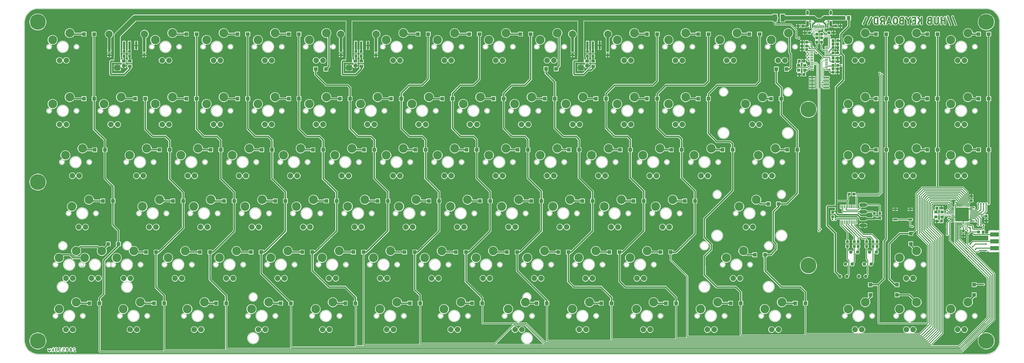
<source format=gbl>
G04 EAGLE Gerber RS-274X export*
G75*
%MOMM*%
%FSLAX34Y34*%
%LPD*%
%INBottom copper*%
%IPPOS*%
%AMOC8*
5,1,8,0,0,1.08239X$1,22.5*%
G01*
%ADD10C,0.000000*%
%ADD11C,0.609600*%
%ADD12C,0.228600*%
%ADD13C,2.032000*%
%ADD14C,3.225800*%
%ADD15R,1.400000X1.400000*%
%ADD16R,1.000000X0.400000*%
%ADD17C,2.711400*%
%ADD18R,0.900000X3.000000*%
%ADD19R,0.300000X1.016000*%
%ADD20R,0.600000X1.016000*%
%ADD21R,0.550000X1.016000*%
%ADD22C,1.000000*%
%ADD23C,0.508000*%
%ADD24C,0.075000*%
%ADD25R,3.302000X1.524000*%
%ADD26R,1.300000X1.100000*%
%ADD27R,1.100000X1.000000*%
%ADD28R,1.000000X1.100000*%
%ADD29R,1.300000X1.500000*%
%ADD30R,2.200000X2.000000*%
%ADD31R,1.600000X2.700000*%
%ADD32R,2.200000X0.600000*%
%ADD33C,5.842000*%
%ADD34R,1.440000X1.000000*%
%ADD35R,1.440000X1.200000*%
%ADD36C,1.416000*%
%ADD37R,1.524000X0.762000*%
%ADD38R,0.350000X1.200000*%
%ADD39P,1.312723X8X22.500000*%
%ADD40C,0.300000*%
%ADD41C,0.600000*%
%ADD42C,0.200000*%
%ADD43C,0.600000*%
%ADD44C,2.000000*%
%ADD45C,1.500000*%

G36*
X3570034Y2006D02*
X3570034Y2006D01*
X3570065Y2003D01*
X3576200Y2405D01*
X3576309Y2428D01*
X3576393Y2437D01*
X3588245Y5612D01*
X3588411Y5683D01*
X3588486Y5712D01*
X3599111Y11847D01*
X3599254Y11959D01*
X3599318Y12006D01*
X3607994Y20682D01*
X3608102Y20826D01*
X3608153Y20889D01*
X3614288Y31514D01*
X3614299Y31543D01*
X3614307Y31554D01*
X3614316Y31584D01*
X3614355Y31682D01*
X3614388Y31755D01*
X3617563Y43607D01*
X3617576Y43717D01*
X3617595Y43800D01*
X3617997Y49935D01*
X3617994Y49969D01*
X3617999Y50000D01*
X3617999Y378500D01*
X3617990Y378564D01*
X3617991Y378628D01*
X3617970Y378703D01*
X3617959Y378779D01*
X3617933Y378838D01*
X3617916Y378900D01*
X3617875Y378966D01*
X3617843Y379036D01*
X3617801Y379085D01*
X3617768Y379140D01*
X3617710Y379192D01*
X3617660Y379250D01*
X3617606Y379286D01*
X3617558Y379329D01*
X3617489Y379362D01*
X3617424Y379405D01*
X3617362Y379424D01*
X3617305Y379452D01*
X3617235Y379463D01*
X3617154Y379487D01*
X3617069Y379488D01*
X3617000Y379499D01*
X3580550Y379499D01*
X3578843Y381206D01*
X3578843Y381207D01*
X3576707Y383343D01*
X3576681Y383362D01*
X3576660Y383387D01*
X3576568Y383447D01*
X3576481Y383512D01*
X3576451Y383523D01*
X3576424Y383541D01*
X3576319Y383573D01*
X3576217Y383611D01*
X3576185Y383614D01*
X3576154Y383623D01*
X3576045Y383625D01*
X3575936Y383633D01*
X3575904Y383627D01*
X3575872Y383627D01*
X3575767Y383598D01*
X3575660Y383576D01*
X3575631Y383561D01*
X3575600Y383552D01*
X3575507Y383494D01*
X3575411Y383443D01*
X3575388Y383421D01*
X3575360Y383404D01*
X3575287Y383323D01*
X3575209Y383246D01*
X3575193Y383218D01*
X3575171Y383194D01*
X3575124Y383096D01*
X3575070Y383001D01*
X3575069Y382997D01*
X3572071Y379999D01*
X3567929Y379999D01*
X3566721Y381207D01*
X3566645Y381264D01*
X3566573Y381329D01*
X3566532Y381349D01*
X3566496Y381376D01*
X3566406Y381410D01*
X3566319Y381452D01*
X3566277Y381458D01*
X3566232Y381475D01*
X3566104Y381485D01*
X3566015Y381499D01*
X3546864Y381499D01*
X3546769Y381486D01*
X3546673Y381481D01*
X3546630Y381466D01*
X3546585Y381459D01*
X3546497Y381420D01*
X3546406Y381388D01*
X3546372Y381363D01*
X3546328Y381343D01*
X3546230Y381260D01*
X3546157Y381207D01*
X3541450Y376499D01*
X3530864Y376499D01*
X3530832Y376495D01*
X3530800Y376497D01*
X3530693Y376475D01*
X3530585Y376459D01*
X3530555Y376446D01*
X3530524Y376440D01*
X3530427Y376388D01*
X3530328Y376343D01*
X3530303Y376322D01*
X3530275Y376307D01*
X3530196Y376231D01*
X3530113Y376160D01*
X3530096Y376133D01*
X3530073Y376110D01*
X3530019Y376015D01*
X3529959Y375924D01*
X3529950Y375893D01*
X3529934Y375865D01*
X3529908Y375758D01*
X3529877Y375654D01*
X3529876Y375622D01*
X3529869Y375591D01*
X3529874Y375481D01*
X3529873Y375372D01*
X3529881Y375341D01*
X3529883Y375309D01*
X3529919Y375206D01*
X3529948Y375100D01*
X3529965Y375073D01*
X3529976Y375042D01*
X3530029Y374969D01*
X3530096Y374860D01*
X3530132Y374828D01*
X3530157Y374793D01*
X3601157Y303793D01*
X3603501Y301450D01*
X3603501Y128550D01*
X3554049Y79098D01*
X3554042Y79089D01*
X3554034Y79083D01*
X3553958Y78976D01*
X3553879Y78872D01*
X3553875Y78862D01*
X3553869Y78853D01*
X3553826Y78731D01*
X3553780Y78608D01*
X3553779Y78598D01*
X3553775Y78587D01*
X3553768Y78457D01*
X3553758Y78327D01*
X3553760Y78317D01*
X3553760Y78306D01*
X3553789Y78178D01*
X3553816Y78051D01*
X3553821Y78042D01*
X3553823Y78031D01*
X3553887Y77918D01*
X3553948Y77802D01*
X3553956Y77794D01*
X3553961Y77785D01*
X3554054Y77694D01*
X3554145Y77600D01*
X3554154Y77595D01*
X3554162Y77587D01*
X3554277Y77525D01*
X3554390Y77461D01*
X3554401Y77459D01*
X3554410Y77453D01*
X3554537Y77426D01*
X3554665Y77396D01*
X3554676Y77397D01*
X3554686Y77394D01*
X3554815Y77404D01*
X3554946Y77410D01*
X3554957Y77414D01*
X3554967Y77415D01*
X3555042Y77444D01*
X3555213Y77503D01*
X3555232Y77517D01*
X3555255Y77526D01*
X3557953Y79084D01*
X3565891Y81211D01*
X3574109Y81211D01*
X3582047Y79084D01*
X3589164Y74975D01*
X3594975Y69164D01*
X3599084Y62047D01*
X3601211Y54109D01*
X3601211Y45891D01*
X3599084Y37953D01*
X3594975Y30836D01*
X3589164Y25025D01*
X3582047Y20916D01*
X3574109Y18789D01*
X3565891Y18789D01*
X3557953Y20916D01*
X3550836Y25025D01*
X3545025Y30836D01*
X3540916Y37953D01*
X3538789Y45891D01*
X3538789Y54109D01*
X3540916Y62047D01*
X3542474Y64745D01*
X3542478Y64755D01*
X3542485Y64764D01*
X3542531Y64886D01*
X3542579Y65007D01*
X3542580Y65018D01*
X3542584Y65028D01*
X3542594Y65158D01*
X3542607Y65288D01*
X3542605Y65298D01*
X3542606Y65309D01*
X3542579Y65436D01*
X3542555Y65565D01*
X3542551Y65574D01*
X3542548Y65585D01*
X3542487Y65700D01*
X3542428Y65817D01*
X3542421Y65824D01*
X3542416Y65834D01*
X3542324Y65928D01*
X3542236Y66023D01*
X3542227Y66028D01*
X3542219Y66036D01*
X3542105Y66101D01*
X3541994Y66167D01*
X3541983Y66170D01*
X3541974Y66175D01*
X3541846Y66205D01*
X3541721Y66238D01*
X3541710Y66237D01*
X3541699Y66240D01*
X3541568Y66233D01*
X3541439Y66229D01*
X3541428Y66226D01*
X3541418Y66226D01*
X3541294Y66183D01*
X3541170Y66143D01*
X3541161Y66137D01*
X3541151Y66133D01*
X3541086Y66086D01*
X3540937Y65984D01*
X3540922Y65966D01*
X3540902Y65951D01*
X3481450Y6499D01*
X279550Y6499D01*
X275499Y10550D01*
X275499Y180000D01*
X275490Y180064D01*
X275491Y180128D01*
X275470Y180203D01*
X275459Y180279D01*
X275433Y180338D01*
X275416Y180400D01*
X275375Y180466D01*
X275343Y180536D01*
X275301Y180585D01*
X275268Y180640D01*
X275210Y180692D01*
X275160Y180750D01*
X275106Y180786D01*
X275058Y180829D01*
X274989Y180862D01*
X274924Y180905D01*
X274862Y180924D01*
X274805Y180952D01*
X274735Y180963D01*
X274654Y180987D01*
X274569Y180988D01*
X274500Y180999D01*
X271171Y180999D01*
X269999Y182171D01*
X269999Y197829D01*
X271171Y199001D01*
X273460Y199001D01*
X273524Y199010D01*
X273588Y199009D01*
X273663Y199030D01*
X273739Y199041D01*
X273798Y199067D01*
X273860Y199084D01*
X273926Y199125D01*
X273996Y199157D01*
X274045Y199199D01*
X274100Y199232D01*
X274152Y199290D01*
X274210Y199340D01*
X274246Y199394D01*
X274289Y199442D01*
X274322Y199511D01*
X274365Y199576D01*
X274384Y199638D01*
X274412Y199695D01*
X274423Y199765D01*
X274447Y199846D01*
X274448Y199931D01*
X274459Y200000D01*
X274459Y210631D01*
X290167Y226338D01*
X290224Y226415D01*
X290289Y226486D01*
X290309Y226527D01*
X290336Y226564D01*
X290370Y226654D01*
X290412Y226740D01*
X290418Y226782D01*
X290435Y226828D01*
X290445Y226955D01*
X290459Y227045D01*
X290459Y351881D01*
X339707Y401128D01*
X339764Y401205D01*
X339829Y401276D01*
X339849Y401317D01*
X339876Y401354D01*
X339910Y401444D01*
X339952Y401530D01*
X339958Y401572D01*
X339975Y401618D01*
X339985Y401745D01*
X339999Y401835D01*
X339999Y417829D01*
X341171Y419001D01*
X343460Y419001D01*
X343524Y419010D01*
X343588Y419009D01*
X343663Y419030D01*
X343739Y419041D01*
X343798Y419067D01*
X343860Y419084D01*
X343926Y419125D01*
X343996Y419157D01*
X344045Y419199D01*
X344100Y419232D01*
X344152Y419290D01*
X344210Y419340D01*
X344246Y419394D01*
X344289Y419442D01*
X344322Y419511D01*
X344365Y419576D01*
X344384Y419638D01*
X344412Y419695D01*
X344423Y419765D01*
X344447Y419846D01*
X344448Y419931D01*
X344459Y420000D01*
X344459Y458330D01*
X344446Y458425D01*
X344441Y458521D01*
X344426Y458565D01*
X344419Y458609D01*
X344380Y458697D01*
X344348Y458788D01*
X344323Y458822D01*
X344303Y458866D01*
X344220Y458964D01*
X344167Y459037D01*
X324459Y478744D01*
X324459Y560000D01*
X324450Y560064D01*
X324451Y560128D01*
X324430Y560203D01*
X324419Y560279D01*
X324393Y560338D01*
X324376Y560400D01*
X324335Y560466D01*
X324303Y560536D01*
X324261Y560585D01*
X324228Y560640D01*
X324170Y560692D01*
X324120Y560750D01*
X324066Y560786D01*
X324018Y560829D01*
X323949Y560862D01*
X323884Y560905D01*
X323822Y560924D01*
X323765Y560952D01*
X323695Y560963D01*
X323614Y560987D01*
X323529Y560988D01*
X323460Y560999D01*
X321171Y560999D01*
X319999Y562171D01*
X319999Y577829D01*
X321171Y579001D01*
X323460Y579001D01*
X323524Y579010D01*
X323588Y579009D01*
X323663Y579030D01*
X323739Y579041D01*
X323798Y579067D01*
X323860Y579084D01*
X323926Y579125D01*
X323996Y579157D01*
X324045Y579199D01*
X324100Y579232D01*
X324152Y579290D01*
X324210Y579340D01*
X324246Y579394D01*
X324289Y579442D01*
X324322Y579511D01*
X324365Y579576D01*
X324384Y579638D01*
X324412Y579695D01*
X324423Y579765D01*
X324447Y579846D01*
X324448Y579931D01*
X324459Y580000D01*
X324459Y621205D01*
X324446Y621300D01*
X324441Y621396D01*
X324426Y621440D01*
X324419Y621484D01*
X324380Y621572D01*
X324348Y621663D01*
X324323Y621697D01*
X324303Y621741D01*
X324220Y621839D01*
X324167Y621912D01*
X294459Y651619D01*
X294459Y750000D01*
X294450Y750064D01*
X294451Y750128D01*
X294430Y750203D01*
X294419Y750279D01*
X294393Y750338D01*
X294376Y750400D01*
X294335Y750466D01*
X294303Y750536D01*
X294261Y750585D01*
X294228Y750640D01*
X294170Y750692D01*
X294120Y750750D01*
X294066Y750786D01*
X294018Y750829D01*
X293949Y750862D01*
X293884Y750905D01*
X293822Y750924D01*
X293765Y750952D01*
X293695Y750963D01*
X293614Y750987D01*
X293529Y750988D01*
X293460Y750999D01*
X291171Y750999D01*
X289999Y752171D01*
X289999Y767829D01*
X291171Y769001D01*
X293460Y769001D01*
X293524Y769010D01*
X293588Y769009D01*
X293663Y769030D01*
X293739Y769041D01*
X293798Y769067D01*
X293860Y769084D01*
X293926Y769125D01*
X293996Y769157D01*
X294045Y769199D01*
X294100Y769232D01*
X294152Y769290D01*
X294210Y769340D01*
X294246Y769394D01*
X294289Y769442D01*
X294322Y769511D01*
X294365Y769576D01*
X294384Y769638D01*
X294412Y769695D01*
X294423Y769765D01*
X294447Y769846D01*
X294448Y769931D01*
X294459Y770000D01*
X294459Y794080D01*
X294446Y794175D01*
X294441Y794271D01*
X294426Y794315D01*
X294419Y794359D01*
X294380Y794447D01*
X294348Y794538D01*
X294323Y794572D01*
X294303Y794616D01*
X294220Y794714D01*
X294167Y794787D01*
X254459Y834494D01*
X254459Y940000D01*
X254450Y940064D01*
X254451Y940128D01*
X254430Y940203D01*
X254419Y940279D01*
X254393Y940338D01*
X254376Y940400D01*
X254335Y940466D01*
X254303Y940536D01*
X254261Y940585D01*
X254228Y940640D01*
X254170Y940692D01*
X254120Y940750D01*
X254066Y940786D01*
X254018Y940829D01*
X253949Y940862D01*
X253884Y940905D01*
X253822Y940924D01*
X253765Y940952D01*
X253695Y940963D01*
X253614Y940987D01*
X253529Y940988D01*
X253460Y940999D01*
X251171Y940999D01*
X249999Y942171D01*
X249999Y957829D01*
X251171Y959001D01*
X252585Y959001D01*
X252649Y959010D01*
X252713Y959009D01*
X252788Y959030D01*
X252864Y959041D01*
X252923Y959067D01*
X252985Y959084D01*
X253051Y959125D01*
X253121Y959157D01*
X253170Y959199D01*
X253225Y959232D01*
X253277Y959290D01*
X253335Y959340D01*
X253371Y959394D01*
X253414Y959442D01*
X253447Y959511D01*
X253490Y959576D01*
X253509Y959638D01*
X253537Y959695D01*
X253548Y959765D01*
X253572Y959846D01*
X253573Y959931D01*
X253584Y960000D01*
X253584Y1180000D01*
X253575Y1180064D01*
X253576Y1180128D01*
X253555Y1180203D01*
X253544Y1180279D01*
X253518Y1180338D01*
X253501Y1180400D01*
X253460Y1180466D01*
X253428Y1180536D01*
X253386Y1180585D01*
X253353Y1180640D01*
X253295Y1180692D01*
X253245Y1180750D01*
X253191Y1180786D01*
X253143Y1180829D01*
X253074Y1180862D01*
X253009Y1180905D01*
X252947Y1180924D01*
X252890Y1180952D01*
X252820Y1180963D01*
X252739Y1180987D01*
X252654Y1180988D01*
X252585Y1180999D01*
X251171Y1180999D01*
X249999Y1182171D01*
X249999Y1197829D01*
X251171Y1199001D01*
X266829Y1199001D01*
X268001Y1197829D01*
X268001Y1182171D01*
X266829Y1180999D01*
X263665Y1180999D01*
X263601Y1180990D01*
X263537Y1180991D01*
X263462Y1180970D01*
X263386Y1180959D01*
X263327Y1180933D01*
X263265Y1180916D01*
X263199Y1180875D01*
X263129Y1180843D01*
X263080Y1180801D01*
X263025Y1180768D01*
X262973Y1180710D01*
X262915Y1180660D01*
X262879Y1180606D01*
X262836Y1180558D01*
X262803Y1180489D01*
X262760Y1180424D01*
X262741Y1180362D01*
X262713Y1180305D01*
X262702Y1180235D01*
X262678Y1180154D01*
X262677Y1180069D01*
X262666Y1180000D01*
X262666Y960000D01*
X262675Y959936D01*
X262674Y959872D01*
X262695Y959797D01*
X262706Y959721D01*
X262732Y959662D01*
X262749Y959600D01*
X262790Y959534D01*
X262822Y959464D01*
X262864Y959415D01*
X262897Y959360D01*
X262955Y959308D01*
X263005Y959250D01*
X263059Y959214D01*
X263107Y959171D01*
X263176Y959138D01*
X263241Y959095D01*
X263303Y959076D01*
X263360Y959048D01*
X263430Y959037D01*
X263511Y959013D01*
X263596Y959012D01*
X263665Y959001D01*
X266829Y959001D01*
X268001Y957829D01*
X268001Y942171D01*
X266829Y940999D01*
X264540Y940999D01*
X264476Y940990D01*
X264412Y940991D01*
X264337Y940970D01*
X264261Y940959D01*
X264202Y940933D01*
X264140Y940916D01*
X264074Y940875D01*
X264004Y940843D01*
X263955Y940801D01*
X263900Y940768D01*
X263848Y940710D01*
X263790Y940660D01*
X263754Y940606D01*
X263711Y940558D01*
X263678Y940489D01*
X263635Y940424D01*
X263616Y940362D01*
X263588Y940305D01*
X263577Y940235D01*
X263553Y940154D01*
X263552Y940069D01*
X263541Y940000D01*
X263541Y838670D01*
X263554Y838575D01*
X263559Y838479D01*
X263574Y838435D01*
X263581Y838391D01*
X263620Y838303D01*
X263652Y838212D01*
X263677Y838178D01*
X263697Y838134D01*
X263780Y838036D01*
X263833Y837963D01*
X303541Y798256D01*
X303541Y770000D01*
X303550Y769936D01*
X303549Y769872D01*
X303570Y769797D01*
X303581Y769721D01*
X303607Y769662D01*
X303624Y769600D01*
X303665Y769534D01*
X303697Y769464D01*
X303739Y769415D01*
X303772Y769360D01*
X303830Y769308D01*
X303880Y769250D01*
X303934Y769214D01*
X303982Y769171D01*
X304051Y769138D01*
X304116Y769095D01*
X304178Y769076D01*
X304235Y769048D01*
X304305Y769037D01*
X304386Y769013D01*
X304471Y769012D01*
X304540Y769001D01*
X306829Y769001D01*
X308001Y767829D01*
X308001Y752171D01*
X306829Y750999D01*
X304540Y750999D01*
X304476Y750990D01*
X304412Y750991D01*
X304337Y750970D01*
X304261Y750959D01*
X304202Y750933D01*
X304140Y750916D01*
X304074Y750875D01*
X304004Y750843D01*
X303955Y750801D01*
X303900Y750768D01*
X303848Y750710D01*
X303790Y750660D01*
X303754Y750606D01*
X303711Y750558D01*
X303678Y750489D01*
X303635Y750424D01*
X303616Y750362D01*
X303588Y750305D01*
X303577Y750235D01*
X303553Y750154D01*
X303552Y750069D01*
X303541Y750000D01*
X303541Y655795D01*
X303554Y655700D01*
X303559Y655604D01*
X303574Y655560D01*
X303581Y655516D01*
X303620Y655428D01*
X303652Y655337D01*
X303677Y655303D01*
X303697Y655259D01*
X303780Y655161D01*
X303833Y655088D01*
X333541Y625381D01*
X333541Y580000D01*
X333550Y579936D01*
X333549Y579872D01*
X333570Y579797D01*
X333581Y579721D01*
X333607Y579662D01*
X333624Y579600D01*
X333665Y579534D01*
X333697Y579464D01*
X333739Y579415D01*
X333772Y579360D01*
X333830Y579308D01*
X333880Y579250D01*
X333934Y579214D01*
X333982Y579171D01*
X334051Y579138D01*
X334116Y579095D01*
X334178Y579076D01*
X334235Y579048D01*
X334305Y579037D01*
X334386Y579013D01*
X334471Y579012D01*
X334540Y579001D01*
X336829Y579001D01*
X338001Y577829D01*
X338001Y562171D01*
X336829Y560999D01*
X334540Y560999D01*
X334476Y560990D01*
X334412Y560991D01*
X334337Y560970D01*
X334261Y560959D01*
X334202Y560933D01*
X334140Y560916D01*
X334074Y560875D01*
X334004Y560843D01*
X333955Y560801D01*
X333900Y560768D01*
X333848Y560710D01*
X333790Y560660D01*
X333754Y560606D01*
X333711Y560558D01*
X333678Y560489D01*
X333635Y560424D01*
X333616Y560362D01*
X333588Y560305D01*
X333577Y560235D01*
X333553Y560154D01*
X333552Y560069D01*
X333541Y560000D01*
X333541Y482920D01*
X333554Y482825D01*
X333559Y482729D01*
X333574Y482685D01*
X333581Y482641D01*
X333620Y482553D01*
X333652Y482462D01*
X333677Y482428D01*
X333697Y482384D01*
X333780Y482286D01*
X333833Y482213D01*
X353541Y462506D01*
X353541Y420000D01*
X353550Y419936D01*
X353549Y419872D01*
X353570Y419797D01*
X353581Y419721D01*
X353607Y419662D01*
X353624Y419600D01*
X353665Y419534D01*
X353697Y419464D01*
X353739Y419415D01*
X353772Y419360D01*
X353830Y419308D01*
X353880Y419250D01*
X353934Y419214D01*
X353982Y419171D01*
X354051Y419138D01*
X354116Y419095D01*
X354178Y419076D01*
X354235Y419048D01*
X354305Y419037D01*
X354386Y419013D01*
X354471Y419012D01*
X354540Y419001D01*
X356829Y419001D01*
X358001Y417829D01*
X358001Y402171D01*
X356829Y400999D01*
X352835Y400999D01*
X352740Y400986D01*
X352644Y400981D01*
X352600Y400966D01*
X352556Y400959D01*
X352468Y400920D01*
X352377Y400888D01*
X352343Y400863D01*
X352299Y400843D01*
X352201Y400760D01*
X352128Y400707D01*
X299833Y348412D01*
X299776Y348335D01*
X299711Y348264D01*
X299691Y348223D01*
X299664Y348186D01*
X299630Y348096D01*
X299588Y348010D01*
X299582Y347968D01*
X299565Y347922D01*
X299555Y347795D01*
X299541Y347705D01*
X299541Y222869D01*
X283833Y207162D01*
X283776Y207085D01*
X283711Y207014D01*
X283691Y206973D01*
X283664Y206936D01*
X283630Y206846D01*
X283588Y206760D01*
X283582Y206718D01*
X283565Y206672D01*
X283555Y206545D01*
X283541Y206455D01*
X283541Y200000D01*
X283550Y199936D01*
X283549Y199872D01*
X283570Y199797D01*
X283581Y199721D01*
X283607Y199662D01*
X283624Y199600D01*
X283665Y199534D01*
X283697Y199464D01*
X283739Y199415D01*
X283772Y199360D01*
X283830Y199308D01*
X283880Y199250D01*
X283934Y199214D01*
X283982Y199171D01*
X284051Y199138D01*
X284116Y199095D01*
X284178Y199076D01*
X284235Y199048D01*
X284305Y199037D01*
X284386Y199013D01*
X284471Y199012D01*
X284540Y199001D01*
X286829Y199001D01*
X288001Y197829D01*
X288001Y182171D01*
X286829Y180999D01*
X283500Y180999D01*
X283436Y180990D01*
X283372Y180991D01*
X283297Y180970D01*
X283221Y180959D01*
X283162Y180933D01*
X283100Y180916D01*
X283034Y180875D01*
X282964Y180843D01*
X282915Y180801D01*
X282860Y180768D01*
X282808Y180710D01*
X282750Y180660D01*
X282714Y180606D01*
X282671Y180558D01*
X282638Y180489D01*
X282595Y180424D01*
X282576Y180362D01*
X282548Y180305D01*
X282537Y180235D01*
X282513Y180154D01*
X282512Y180069D01*
X282501Y180000D01*
X282501Y14500D01*
X282510Y14436D01*
X282509Y14372D01*
X282530Y14297D01*
X282541Y14221D01*
X282567Y14162D01*
X282584Y14100D01*
X282625Y14034D01*
X282657Y13964D01*
X282699Y13915D01*
X282732Y13860D01*
X282790Y13808D01*
X282840Y13750D01*
X282894Y13714D01*
X282942Y13671D01*
X283011Y13638D01*
X283076Y13595D01*
X283138Y13576D01*
X283195Y13548D01*
X283265Y13537D01*
X283346Y13513D01*
X283431Y13512D01*
X283500Y13501D01*
X515136Y13501D01*
X515168Y13505D01*
X515200Y13503D01*
X515307Y13525D01*
X515415Y13541D01*
X515445Y13554D01*
X515476Y13560D01*
X515573Y13612D01*
X515672Y13657D01*
X515697Y13678D01*
X515725Y13693D01*
X515804Y13769D01*
X515887Y13840D01*
X515904Y13867D01*
X515927Y13890D01*
X515981Y13984D01*
X516041Y14076D01*
X516050Y14107D01*
X516066Y14135D01*
X516092Y14241D01*
X516123Y14346D01*
X516124Y14378D01*
X516131Y14409D01*
X516126Y14519D01*
X516127Y14628D01*
X516119Y14659D01*
X516117Y14691D01*
X516081Y14794D01*
X516052Y14900D01*
X516035Y14927D01*
X516024Y14958D01*
X515971Y15031D01*
X515904Y15140D01*
X515868Y15172D01*
X515843Y15207D01*
X515499Y15550D01*
X515499Y180000D01*
X515490Y180064D01*
X515491Y180128D01*
X515470Y180203D01*
X515459Y180279D01*
X515433Y180338D01*
X515416Y180400D01*
X515375Y180466D01*
X515343Y180536D01*
X515301Y180585D01*
X515268Y180640D01*
X515210Y180692D01*
X515160Y180750D01*
X515106Y180786D01*
X515058Y180829D01*
X514989Y180862D01*
X514924Y180905D01*
X514862Y180924D01*
X514805Y180952D01*
X514735Y180963D01*
X514654Y180987D01*
X514569Y180988D01*
X514500Y180999D01*
X511171Y180999D01*
X509999Y182171D01*
X509999Y197829D01*
X511171Y199001D01*
X513460Y199001D01*
X513524Y199010D01*
X513588Y199009D01*
X513663Y199030D01*
X513739Y199041D01*
X513798Y199067D01*
X513860Y199084D01*
X513926Y199125D01*
X513996Y199157D01*
X514045Y199199D01*
X514100Y199232D01*
X514152Y199290D01*
X514210Y199340D01*
X514246Y199394D01*
X514289Y199442D01*
X514322Y199511D01*
X514365Y199576D01*
X514384Y199638D01*
X514412Y199695D01*
X514423Y199765D01*
X514447Y199846D01*
X514448Y199931D01*
X514459Y200000D01*
X514459Y216330D01*
X514446Y216425D01*
X514441Y216521D01*
X514426Y216565D01*
X514419Y216609D01*
X514380Y216697D01*
X514348Y216788D01*
X514323Y216822D01*
X514303Y216866D01*
X514220Y216964D01*
X514167Y217037D01*
X484459Y246744D01*
X484459Y370000D01*
X484450Y370064D01*
X484451Y370128D01*
X484430Y370203D01*
X484419Y370279D01*
X484393Y370338D01*
X484376Y370400D01*
X484335Y370466D01*
X484303Y370536D01*
X484261Y370585D01*
X484228Y370640D01*
X484170Y370692D01*
X484120Y370750D01*
X484066Y370786D01*
X484018Y370829D01*
X483949Y370862D01*
X483884Y370905D01*
X483822Y370924D01*
X483765Y370952D01*
X483695Y370963D01*
X483614Y370987D01*
X483529Y370988D01*
X483460Y370999D01*
X481171Y370999D01*
X479999Y372171D01*
X479999Y387829D01*
X481171Y389001D01*
X496829Y389001D01*
X498001Y387829D01*
X498001Y386835D01*
X498005Y386803D01*
X498003Y386771D01*
X498025Y386664D01*
X498041Y386555D01*
X498054Y386526D01*
X498060Y386495D01*
X498112Y386398D01*
X498157Y386299D01*
X498178Y386274D01*
X498193Y386246D01*
X498269Y386167D01*
X498340Y386084D01*
X498367Y386067D01*
X498390Y386043D01*
X498485Y385990D01*
X498576Y385930D01*
X498607Y385920D01*
X498635Y385904D01*
X498742Y385879D01*
X498846Y385847D01*
X498878Y385847D01*
X498909Y385840D01*
X499019Y385845D01*
X499128Y385844D01*
X499159Y385852D01*
X499191Y385854D01*
X499294Y385890D01*
X499400Y385919D01*
X499427Y385936D01*
X499458Y385946D01*
X499531Y386000D01*
X499640Y386067D01*
X499672Y386103D01*
X499707Y386128D01*
X585167Y471588D01*
X585224Y471665D01*
X585289Y471736D01*
X585309Y471777D01*
X585336Y471814D01*
X585370Y471904D01*
X585412Y471990D01*
X585418Y472032D01*
X585435Y472078D01*
X585445Y472205D01*
X585459Y472295D01*
X585459Y560000D01*
X585450Y560064D01*
X585451Y560128D01*
X585430Y560203D01*
X585419Y560279D01*
X585393Y560338D01*
X585376Y560400D01*
X585335Y560466D01*
X585303Y560536D01*
X585261Y560585D01*
X585228Y560640D01*
X585170Y560692D01*
X585120Y560750D01*
X585066Y560786D01*
X585018Y560829D01*
X584949Y560862D01*
X584884Y560905D01*
X584822Y560924D01*
X584765Y560952D01*
X584695Y560963D01*
X584614Y560987D01*
X584529Y560988D01*
X584460Y560999D01*
X581171Y560999D01*
X579999Y562171D01*
X579999Y577829D01*
X581171Y579001D01*
X583460Y579001D01*
X583524Y579010D01*
X583588Y579009D01*
X583663Y579030D01*
X583739Y579041D01*
X583798Y579067D01*
X583860Y579084D01*
X583926Y579125D01*
X583996Y579157D01*
X584045Y579199D01*
X584100Y579232D01*
X584152Y579290D01*
X584210Y579340D01*
X584246Y579394D01*
X584289Y579442D01*
X584322Y579511D01*
X584365Y579576D01*
X584384Y579638D01*
X584412Y579695D01*
X584423Y579765D01*
X584447Y579846D01*
X584448Y579931D01*
X584459Y580000D01*
X584459Y599330D01*
X584446Y599425D01*
X584441Y599521D01*
X584426Y599565D01*
X584419Y599609D01*
X584380Y599697D01*
X584348Y599788D01*
X584323Y599822D01*
X584303Y599866D01*
X584220Y599964D01*
X584167Y600037D01*
X534459Y649744D01*
X534459Y750000D01*
X534450Y750064D01*
X534451Y750128D01*
X534430Y750203D01*
X534419Y750279D01*
X534393Y750338D01*
X534376Y750400D01*
X534335Y750466D01*
X534303Y750536D01*
X534261Y750585D01*
X534228Y750640D01*
X534170Y750692D01*
X534120Y750750D01*
X534066Y750786D01*
X534018Y750829D01*
X533949Y750862D01*
X533884Y750905D01*
X533822Y750924D01*
X533765Y750952D01*
X533695Y750963D01*
X533614Y750987D01*
X533529Y750988D01*
X533460Y750999D01*
X531171Y750999D01*
X529999Y752171D01*
X529999Y767829D01*
X531171Y769001D01*
X533460Y769001D01*
X533524Y769010D01*
X533588Y769009D01*
X533663Y769030D01*
X533739Y769041D01*
X533798Y769067D01*
X533860Y769084D01*
X533926Y769125D01*
X533996Y769157D01*
X534045Y769199D01*
X534100Y769232D01*
X534152Y769290D01*
X534210Y769340D01*
X534246Y769394D01*
X534289Y769442D01*
X534322Y769511D01*
X534365Y769576D01*
X534384Y769638D01*
X534412Y769695D01*
X534423Y769765D01*
X534447Y769846D01*
X534448Y769931D01*
X534459Y770000D01*
X534459Y792205D01*
X534446Y792300D01*
X534441Y792396D01*
X534426Y792440D01*
X534419Y792485D01*
X534380Y792572D01*
X534348Y792663D01*
X534323Y792697D01*
X534303Y792741D01*
X534220Y792839D01*
X534167Y792912D01*
X522287Y804792D01*
X522210Y804849D01*
X522139Y804914D01*
X522098Y804934D01*
X522061Y804961D01*
X521971Y804995D01*
X521885Y805037D01*
X521843Y805043D01*
X521797Y805060D01*
X521670Y805070D01*
X521580Y805084D01*
X474369Y805084D01*
X444459Y834994D01*
X444459Y940000D01*
X444450Y940064D01*
X444451Y940128D01*
X444430Y940203D01*
X444419Y940279D01*
X444393Y940338D01*
X444376Y940400D01*
X444335Y940466D01*
X444303Y940536D01*
X444261Y940585D01*
X444228Y940640D01*
X444170Y940692D01*
X444120Y940750D01*
X444066Y940786D01*
X444018Y940829D01*
X443949Y940862D01*
X443884Y940905D01*
X443822Y940924D01*
X443765Y940952D01*
X443695Y940963D01*
X443614Y940987D01*
X443529Y940988D01*
X443460Y940999D01*
X441171Y940999D01*
X439999Y942171D01*
X439999Y957829D01*
X441171Y959001D01*
X456829Y959001D01*
X458001Y957829D01*
X458001Y942171D01*
X456829Y940999D01*
X454540Y940999D01*
X454476Y940990D01*
X454412Y940991D01*
X454337Y940970D01*
X454261Y940959D01*
X454202Y940933D01*
X454140Y940916D01*
X454074Y940875D01*
X454004Y940843D01*
X453955Y940801D01*
X453900Y940768D01*
X453848Y940710D01*
X453790Y940660D01*
X453754Y940606D01*
X453711Y940558D01*
X453678Y940489D01*
X453635Y940424D01*
X453616Y940362D01*
X453588Y940305D01*
X453577Y940235D01*
X453553Y940154D01*
X453552Y940069D01*
X453541Y940000D01*
X453541Y839170D01*
X453554Y839075D01*
X453559Y838979D01*
X453574Y838935D01*
X453581Y838891D01*
X453620Y838803D01*
X453652Y838712D01*
X453677Y838678D01*
X453697Y838634D01*
X453780Y838536D01*
X453833Y838463D01*
X477838Y814458D01*
X477915Y814401D01*
X477986Y814336D01*
X478027Y814316D01*
X478064Y814289D01*
X478154Y814255D01*
X478240Y814213D01*
X478282Y814207D01*
X478328Y814190D01*
X478455Y814180D01*
X478545Y814166D01*
X525756Y814166D01*
X540588Y799333D01*
X543541Y796381D01*
X543541Y770000D01*
X543550Y769936D01*
X543549Y769872D01*
X543570Y769797D01*
X543581Y769721D01*
X543607Y769662D01*
X543624Y769600D01*
X543665Y769534D01*
X543697Y769464D01*
X543739Y769415D01*
X543772Y769360D01*
X543830Y769308D01*
X543880Y769250D01*
X543934Y769214D01*
X543982Y769171D01*
X544051Y769138D01*
X544116Y769095D01*
X544178Y769076D01*
X544235Y769048D01*
X544305Y769037D01*
X544386Y769013D01*
X544471Y769012D01*
X544540Y769001D01*
X546829Y769001D01*
X548001Y767829D01*
X548001Y752171D01*
X546829Y750999D01*
X544540Y750999D01*
X544476Y750990D01*
X544412Y750991D01*
X544337Y750970D01*
X544261Y750959D01*
X544202Y750933D01*
X544140Y750916D01*
X544074Y750875D01*
X544004Y750843D01*
X543955Y750801D01*
X543900Y750768D01*
X543848Y750710D01*
X543790Y750660D01*
X543754Y750606D01*
X543711Y750558D01*
X543678Y750489D01*
X543635Y750424D01*
X543616Y750362D01*
X543588Y750305D01*
X543577Y750235D01*
X543553Y750154D01*
X543552Y750069D01*
X543541Y750000D01*
X543541Y653920D01*
X543554Y653825D01*
X543559Y653729D01*
X543574Y653685D01*
X543581Y653641D01*
X543620Y653553D01*
X543652Y653462D01*
X543677Y653428D01*
X543697Y653384D01*
X543780Y653286D01*
X543833Y653213D01*
X593541Y603506D01*
X593541Y580000D01*
X593550Y579936D01*
X593549Y579872D01*
X593570Y579797D01*
X593581Y579721D01*
X593607Y579662D01*
X593624Y579600D01*
X593665Y579534D01*
X593697Y579464D01*
X593739Y579415D01*
X593772Y579360D01*
X593830Y579308D01*
X593880Y579250D01*
X593934Y579214D01*
X593982Y579171D01*
X594051Y579138D01*
X594116Y579095D01*
X594178Y579076D01*
X594235Y579048D01*
X594305Y579037D01*
X594386Y579013D01*
X594471Y579012D01*
X594540Y579001D01*
X596829Y579001D01*
X598001Y577829D01*
X598001Y562171D01*
X596829Y560999D01*
X595540Y560999D01*
X595476Y560990D01*
X595412Y560991D01*
X595337Y560970D01*
X595261Y560959D01*
X595202Y560933D01*
X595140Y560916D01*
X595074Y560875D01*
X595004Y560843D01*
X594955Y560801D01*
X594900Y560768D01*
X594848Y560710D01*
X594790Y560660D01*
X594754Y560606D01*
X594711Y560558D01*
X594678Y560489D01*
X594635Y560424D01*
X594616Y560362D01*
X594588Y560305D01*
X594577Y560235D01*
X594553Y560154D01*
X594552Y560069D01*
X594541Y560000D01*
X594541Y468119D01*
X501881Y375459D01*
X499000Y375459D01*
X498936Y375450D01*
X498872Y375451D01*
X498797Y375430D01*
X498721Y375419D01*
X498662Y375393D01*
X498600Y375376D01*
X498534Y375335D01*
X498464Y375303D01*
X498415Y375261D01*
X498360Y375228D01*
X498308Y375170D01*
X498250Y375120D01*
X498214Y375066D01*
X498171Y375018D01*
X498138Y374949D01*
X498095Y374884D01*
X498076Y374822D01*
X498048Y374765D01*
X498037Y374695D01*
X498013Y374614D01*
X498012Y374529D01*
X498001Y374460D01*
X498001Y372171D01*
X496829Y370999D01*
X494540Y370999D01*
X494476Y370990D01*
X494412Y370991D01*
X494337Y370970D01*
X494261Y370959D01*
X494202Y370933D01*
X494140Y370916D01*
X494074Y370875D01*
X494004Y370843D01*
X493955Y370801D01*
X493900Y370768D01*
X493848Y370710D01*
X493790Y370660D01*
X493754Y370606D01*
X493711Y370558D01*
X493678Y370489D01*
X493635Y370424D01*
X493616Y370362D01*
X493588Y370305D01*
X493577Y370235D01*
X493553Y370154D01*
X493552Y370069D01*
X493541Y370000D01*
X493541Y250920D01*
X493554Y250825D01*
X493559Y250729D01*
X493574Y250685D01*
X493581Y250641D01*
X493620Y250553D01*
X493652Y250462D01*
X493677Y250428D01*
X493697Y250384D01*
X493780Y250286D01*
X493833Y250213D01*
X523541Y220506D01*
X523541Y200000D01*
X523550Y199936D01*
X523549Y199872D01*
X523570Y199797D01*
X523581Y199721D01*
X523607Y199662D01*
X523624Y199600D01*
X523665Y199534D01*
X523697Y199464D01*
X523739Y199415D01*
X523772Y199360D01*
X523830Y199308D01*
X523880Y199250D01*
X523934Y199214D01*
X523982Y199171D01*
X524051Y199138D01*
X524116Y199095D01*
X524178Y199076D01*
X524235Y199048D01*
X524305Y199037D01*
X524386Y199013D01*
X524471Y199012D01*
X524540Y199001D01*
X526829Y199001D01*
X528001Y197829D01*
X528001Y182171D01*
X526829Y180999D01*
X523500Y180999D01*
X523436Y180990D01*
X523372Y180991D01*
X523297Y180970D01*
X523221Y180959D01*
X523162Y180933D01*
X523100Y180916D01*
X523034Y180875D01*
X522964Y180843D01*
X522915Y180801D01*
X522860Y180768D01*
X522808Y180710D01*
X522750Y180660D01*
X522714Y180606D01*
X522671Y180558D01*
X522638Y180489D01*
X522595Y180424D01*
X522576Y180362D01*
X522548Y180305D01*
X522537Y180235D01*
X522513Y180154D01*
X522512Y180069D01*
X522501Y180000D01*
X522501Y19500D01*
X522510Y19436D01*
X522509Y19372D01*
X522530Y19297D01*
X522541Y19221D01*
X522567Y19162D01*
X522584Y19100D01*
X522625Y19034D01*
X522657Y18964D01*
X522699Y18915D01*
X522732Y18860D01*
X522790Y18808D01*
X522840Y18750D01*
X522894Y18714D01*
X522942Y18671D01*
X523011Y18638D01*
X523076Y18595D01*
X523138Y18576D01*
X523195Y18548D01*
X523265Y18537D01*
X523346Y18513D01*
X523431Y18512D01*
X523500Y18501D01*
X745136Y18501D01*
X745168Y18505D01*
X745200Y18503D01*
X745307Y18525D01*
X745415Y18541D01*
X745445Y18554D01*
X745476Y18560D01*
X745573Y18612D01*
X745672Y18657D01*
X745697Y18678D01*
X745725Y18693D01*
X745804Y18769D01*
X745887Y18840D01*
X745904Y18867D01*
X745927Y18890D01*
X745981Y18984D01*
X746041Y19076D01*
X746050Y19107D01*
X746066Y19135D01*
X746092Y19241D01*
X746123Y19346D01*
X746124Y19378D01*
X746131Y19409D01*
X746126Y19519D01*
X746127Y19628D01*
X746119Y19659D01*
X746117Y19691D01*
X746081Y19794D01*
X746052Y19900D01*
X746035Y19927D01*
X746024Y19958D01*
X745971Y20031D01*
X745904Y20140D01*
X745868Y20172D01*
X745843Y20207D01*
X745499Y20550D01*
X745499Y180000D01*
X745490Y180064D01*
X745491Y180128D01*
X745470Y180203D01*
X745459Y180279D01*
X745433Y180338D01*
X745416Y180400D01*
X745375Y180466D01*
X745343Y180536D01*
X745301Y180585D01*
X745268Y180640D01*
X745210Y180692D01*
X745160Y180750D01*
X745106Y180786D01*
X745058Y180829D01*
X744989Y180862D01*
X744924Y180905D01*
X744862Y180924D01*
X744805Y180952D01*
X744735Y180963D01*
X744654Y180987D01*
X744569Y180988D01*
X744500Y180999D01*
X741171Y180999D01*
X739999Y182171D01*
X739999Y197829D01*
X741171Y199001D01*
X743460Y199001D01*
X743524Y199010D01*
X743588Y199009D01*
X743663Y199030D01*
X743739Y199041D01*
X743798Y199067D01*
X743860Y199084D01*
X743926Y199125D01*
X743996Y199157D01*
X744045Y199199D01*
X744100Y199232D01*
X744152Y199290D01*
X744210Y199340D01*
X744246Y199394D01*
X744289Y199442D01*
X744322Y199511D01*
X744365Y199576D01*
X744384Y199638D01*
X744412Y199695D01*
X744423Y199765D01*
X744447Y199846D01*
X744448Y199931D01*
X744459Y200000D01*
X744459Y216205D01*
X744446Y216300D01*
X744441Y216396D01*
X744426Y216440D01*
X744419Y216485D01*
X744380Y216572D01*
X744348Y216663D01*
X744323Y216697D01*
X744303Y216741D01*
X744220Y216839D01*
X744167Y216912D01*
X687412Y273667D01*
X684459Y276619D01*
X684459Y370000D01*
X684450Y370064D01*
X684451Y370128D01*
X684430Y370203D01*
X684419Y370279D01*
X684393Y370338D01*
X684376Y370400D01*
X684335Y370466D01*
X684303Y370536D01*
X684261Y370585D01*
X684228Y370640D01*
X684170Y370692D01*
X684120Y370750D01*
X684066Y370786D01*
X684018Y370829D01*
X683949Y370862D01*
X683884Y370905D01*
X683822Y370924D01*
X683765Y370952D01*
X683695Y370963D01*
X683614Y370987D01*
X683529Y370988D01*
X683460Y370999D01*
X681171Y370999D01*
X679999Y372171D01*
X679999Y387829D01*
X681171Y389001D01*
X696829Y389001D01*
X698001Y387829D01*
X698001Y386085D01*
X698005Y386053D01*
X698003Y386021D01*
X698025Y385914D01*
X698041Y385805D01*
X698054Y385776D01*
X698060Y385745D01*
X698112Y385648D01*
X698157Y385549D01*
X698178Y385524D01*
X698193Y385496D01*
X698269Y385417D01*
X698340Y385334D01*
X698367Y385317D01*
X698390Y385293D01*
X698485Y385240D01*
X698576Y385180D01*
X698607Y385170D01*
X698635Y385154D01*
X698742Y385129D01*
X698846Y385097D01*
X698878Y385097D01*
X698909Y385090D01*
X699019Y385095D01*
X699128Y385094D01*
X699159Y385102D01*
X699191Y385104D01*
X699294Y385140D01*
X699400Y385169D01*
X699427Y385186D01*
X699458Y385196D01*
X699531Y385250D01*
X699640Y385317D01*
X699672Y385353D01*
X699707Y385378D01*
X774167Y459838D01*
X774224Y459915D01*
X774289Y459986D01*
X774309Y460027D01*
X774336Y460064D01*
X774370Y460154D01*
X774412Y460240D01*
X774418Y460282D01*
X774435Y460328D01*
X774445Y460455D01*
X774459Y460545D01*
X774459Y560000D01*
X774450Y560064D01*
X774451Y560128D01*
X774430Y560203D01*
X774419Y560279D01*
X774393Y560338D01*
X774376Y560400D01*
X774335Y560466D01*
X774303Y560536D01*
X774261Y560585D01*
X774228Y560640D01*
X774170Y560692D01*
X774120Y560750D01*
X774066Y560786D01*
X774018Y560829D01*
X773949Y560862D01*
X773884Y560905D01*
X773822Y560924D01*
X773765Y560952D01*
X773695Y560963D01*
X773614Y560987D01*
X773529Y560988D01*
X773460Y560999D01*
X771171Y560999D01*
X769999Y562171D01*
X769999Y577829D01*
X771171Y579001D01*
X773460Y579001D01*
X773524Y579010D01*
X773588Y579009D01*
X773663Y579030D01*
X773739Y579041D01*
X773798Y579067D01*
X773860Y579084D01*
X773926Y579125D01*
X773996Y579157D01*
X774045Y579199D01*
X774100Y579232D01*
X774152Y579290D01*
X774210Y579340D01*
X774246Y579394D01*
X774289Y579442D01*
X774322Y579511D01*
X774365Y579576D01*
X774384Y579638D01*
X774412Y579695D01*
X774423Y579765D01*
X774447Y579846D01*
X774448Y579931D01*
X774459Y580000D01*
X774459Y599830D01*
X774446Y599925D01*
X774441Y600021D01*
X774426Y600065D01*
X774419Y600109D01*
X774380Y600197D01*
X774348Y600288D01*
X774323Y600322D01*
X774303Y600366D01*
X774220Y600464D01*
X774167Y600537D01*
X724459Y650244D01*
X724459Y750000D01*
X724450Y750064D01*
X724451Y750128D01*
X724430Y750203D01*
X724419Y750279D01*
X724393Y750338D01*
X724376Y750400D01*
X724335Y750466D01*
X724303Y750536D01*
X724261Y750585D01*
X724228Y750640D01*
X724170Y750692D01*
X724120Y750750D01*
X724066Y750786D01*
X724018Y750829D01*
X723949Y750862D01*
X723884Y750905D01*
X723822Y750924D01*
X723765Y750952D01*
X723695Y750963D01*
X723614Y750987D01*
X723529Y750988D01*
X723460Y750999D01*
X721171Y750999D01*
X719999Y752171D01*
X719999Y767829D01*
X721171Y769001D01*
X723460Y769001D01*
X723524Y769010D01*
X723588Y769009D01*
X723663Y769030D01*
X723739Y769041D01*
X723798Y769067D01*
X723860Y769084D01*
X723926Y769125D01*
X723996Y769157D01*
X724045Y769199D01*
X724100Y769232D01*
X724152Y769290D01*
X724210Y769340D01*
X724246Y769394D01*
X724289Y769442D01*
X724322Y769511D01*
X724365Y769576D01*
X724384Y769638D01*
X724412Y769695D01*
X724423Y769765D01*
X724447Y769846D01*
X724448Y769931D01*
X724459Y770000D01*
X724459Y792705D01*
X724446Y792800D01*
X724441Y792896D01*
X724426Y792940D01*
X724419Y792984D01*
X724380Y793072D01*
X724348Y793163D01*
X724323Y793197D01*
X724303Y793241D01*
X724220Y793339D01*
X724167Y793412D01*
X712787Y804792D01*
X712710Y804849D01*
X712639Y804914D01*
X712598Y804934D01*
X712561Y804961D01*
X712471Y804995D01*
X712385Y805037D01*
X712343Y805043D01*
X712297Y805060D01*
X712170Y805070D01*
X712080Y805084D01*
X664869Y805084D01*
X634459Y835494D01*
X634459Y940000D01*
X634450Y940064D01*
X634451Y940128D01*
X634430Y940203D01*
X634419Y940279D01*
X634393Y940338D01*
X634376Y940400D01*
X634335Y940466D01*
X634303Y940536D01*
X634261Y940585D01*
X634228Y940640D01*
X634170Y940692D01*
X634120Y940750D01*
X634066Y940786D01*
X634018Y940829D01*
X633949Y940862D01*
X633884Y940905D01*
X633822Y940924D01*
X633765Y940952D01*
X633695Y940963D01*
X633614Y940987D01*
X633529Y940988D01*
X633460Y940999D01*
X631171Y940999D01*
X629999Y942171D01*
X629999Y957829D01*
X631171Y959001D01*
X633460Y959001D01*
X633524Y959010D01*
X633588Y959009D01*
X633663Y959030D01*
X633739Y959041D01*
X633798Y959067D01*
X633860Y959084D01*
X633926Y959125D01*
X633996Y959157D01*
X634045Y959199D01*
X634100Y959232D01*
X634152Y959290D01*
X634210Y959340D01*
X634246Y959394D01*
X634289Y959442D01*
X634322Y959511D01*
X634365Y959576D01*
X634384Y959638D01*
X634412Y959695D01*
X634423Y959765D01*
X634447Y959846D01*
X634448Y959931D01*
X634459Y960000D01*
X634459Y1180000D01*
X634450Y1180064D01*
X634451Y1180128D01*
X634430Y1180203D01*
X634419Y1180279D01*
X634393Y1180338D01*
X634376Y1180400D01*
X634335Y1180466D01*
X634303Y1180536D01*
X634261Y1180585D01*
X634228Y1180640D01*
X634170Y1180692D01*
X634120Y1180750D01*
X634066Y1180786D01*
X634018Y1180829D01*
X633949Y1180862D01*
X633884Y1180905D01*
X633822Y1180924D01*
X633765Y1180952D01*
X633695Y1180963D01*
X633614Y1180987D01*
X633529Y1180988D01*
X633460Y1180999D01*
X631171Y1180999D01*
X629999Y1182171D01*
X629999Y1197829D01*
X631171Y1199001D01*
X646829Y1199001D01*
X648001Y1197829D01*
X648001Y1182171D01*
X646829Y1180999D01*
X644540Y1180999D01*
X644476Y1180990D01*
X644412Y1180991D01*
X644337Y1180970D01*
X644261Y1180959D01*
X644202Y1180933D01*
X644140Y1180916D01*
X644074Y1180875D01*
X644004Y1180843D01*
X643955Y1180801D01*
X643900Y1180768D01*
X643848Y1180710D01*
X643790Y1180660D01*
X643754Y1180606D01*
X643711Y1180558D01*
X643678Y1180489D01*
X643635Y1180424D01*
X643616Y1180362D01*
X643588Y1180305D01*
X643577Y1180235D01*
X643553Y1180154D01*
X643552Y1180069D01*
X643541Y1180000D01*
X643541Y960000D01*
X643550Y959936D01*
X643549Y959872D01*
X643570Y959797D01*
X643581Y959721D01*
X643607Y959662D01*
X643624Y959600D01*
X643665Y959534D01*
X643697Y959464D01*
X643739Y959415D01*
X643772Y959360D01*
X643830Y959308D01*
X643880Y959250D01*
X643934Y959214D01*
X643982Y959171D01*
X644051Y959138D01*
X644116Y959095D01*
X644178Y959076D01*
X644235Y959048D01*
X644305Y959037D01*
X644386Y959013D01*
X644471Y959012D01*
X644540Y959001D01*
X646829Y959001D01*
X648001Y957829D01*
X648001Y942171D01*
X646829Y940999D01*
X644540Y940999D01*
X644476Y940990D01*
X644412Y940991D01*
X644337Y940970D01*
X644261Y940959D01*
X644202Y940933D01*
X644140Y940916D01*
X644074Y940875D01*
X644004Y940843D01*
X643955Y940801D01*
X643900Y940768D01*
X643848Y940710D01*
X643790Y940660D01*
X643754Y940606D01*
X643711Y940558D01*
X643678Y940489D01*
X643635Y940424D01*
X643616Y940362D01*
X643588Y940305D01*
X643577Y940235D01*
X643553Y940154D01*
X643552Y940069D01*
X643541Y940000D01*
X643541Y839670D01*
X643554Y839575D01*
X643559Y839479D01*
X643574Y839435D01*
X643581Y839391D01*
X643620Y839303D01*
X643652Y839212D01*
X643677Y839178D01*
X643697Y839134D01*
X643780Y839036D01*
X643833Y838963D01*
X668338Y814458D01*
X668415Y814401D01*
X668486Y814336D01*
X668527Y814316D01*
X668564Y814289D01*
X668654Y814255D01*
X668740Y814213D01*
X668782Y814207D01*
X668828Y814190D01*
X668955Y814180D01*
X669045Y814166D01*
X716256Y814166D01*
X733541Y796881D01*
X733541Y770000D01*
X733550Y769936D01*
X733549Y769872D01*
X733570Y769797D01*
X733581Y769721D01*
X733607Y769662D01*
X733624Y769600D01*
X733665Y769534D01*
X733697Y769464D01*
X733739Y769415D01*
X733772Y769360D01*
X733830Y769308D01*
X733880Y769250D01*
X733934Y769214D01*
X733982Y769171D01*
X734051Y769138D01*
X734116Y769095D01*
X734178Y769076D01*
X734235Y769048D01*
X734305Y769037D01*
X734386Y769013D01*
X734471Y769012D01*
X734540Y769001D01*
X736829Y769001D01*
X738001Y767829D01*
X738001Y752171D01*
X736829Y750999D01*
X734540Y750999D01*
X734476Y750990D01*
X734412Y750991D01*
X734337Y750970D01*
X734261Y750959D01*
X734202Y750933D01*
X734140Y750916D01*
X734074Y750875D01*
X734004Y750843D01*
X733955Y750801D01*
X733900Y750768D01*
X733848Y750710D01*
X733790Y750660D01*
X733754Y750606D01*
X733711Y750558D01*
X733678Y750489D01*
X733635Y750424D01*
X733616Y750362D01*
X733588Y750305D01*
X733577Y750235D01*
X733553Y750154D01*
X733552Y750069D01*
X733541Y750000D01*
X733541Y654420D01*
X733554Y654325D01*
X733559Y654229D01*
X733574Y654185D01*
X733581Y654141D01*
X733620Y654053D01*
X733652Y653962D01*
X733677Y653928D01*
X733697Y653884D01*
X733780Y653786D01*
X733833Y653713D01*
X783541Y604006D01*
X783541Y580000D01*
X783550Y579936D01*
X783549Y579872D01*
X783570Y579797D01*
X783581Y579721D01*
X783607Y579662D01*
X783624Y579600D01*
X783665Y579534D01*
X783697Y579464D01*
X783739Y579415D01*
X783772Y579360D01*
X783830Y579308D01*
X783880Y579250D01*
X783934Y579214D01*
X783982Y579171D01*
X784051Y579138D01*
X784116Y579095D01*
X784178Y579076D01*
X784235Y579048D01*
X784305Y579037D01*
X784386Y579013D01*
X784471Y579012D01*
X784540Y579001D01*
X786829Y579001D01*
X788001Y577829D01*
X788001Y562171D01*
X786829Y560999D01*
X784540Y560999D01*
X784476Y560990D01*
X784412Y560991D01*
X784337Y560970D01*
X784261Y560959D01*
X784202Y560933D01*
X784140Y560916D01*
X784074Y560875D01*
X784004Y560843D01*
X783955Y560801D01*
X783900Y560768D01*
X783848Y560710D01*
X783790Y560660D01*
X783754Y560606D01*
X783711Y560558D01*
X783678Y560489D01*
X783635Y560424D01*
X783616Y560362D01*
X783588Y560305D01*
X783577Y560235D01*
X783553Y560154D01*
X783552Y560069D01*
X783541Y560000D01*
X783541Y456369D01*
X780588Y453417D01*
X705583Y378412D01*
X702631Y375459D01*
X699000Y375459D01*
X698936Y375450D01*
X698872Y375451D01*
X698797Y375430D01*
X698721Y375419D01*
X698662Y375393D01*
X698600Y375376D01*
X698534Y375335D01*
X698464Y375303D01*
X698415Y375261D01*
X698360Y375228D01*
X698308Y375170D01*
X698250Y375120D01*
X698214Y375066D01*
X698171Y375018D01*
X698138Y374949D01*
X698095Y374884D01*
X698076Y374822D01*
X698048Y374765D01*
X698037Y374695D01*
X698013Y374614D01*
X698012Y374529D01*
X698001Y374460D01*
X698001Y372171D01*
X696829Y370999D01*
X694540Y370999D01*
X694476Y370990D01*
X694412Y370991D01*
X694337Y370970D01*
X694261Y370959D01*
X694202Y370933D01*
X694140Y370916D01*
X694074Y370875D01*
X694004Y370843D01*
X693955Y370801D01*
X693900Y370768D01*
X693848Y370710D01*
X693790Y370660D01*
X693754Y370606D01*
X693711Y370558D01*
X693678Y370489D01*
X693635Y370424D01*
X693616Y370362D01*
X693588Y370305D01*
X693577Y370235D01*
X693553Y370154D01*
X693552Y370069D01*
X693541Y370000D01*
X693541Y280795D01*
X693553Y280710D01*
X693552Y280664D01*
X693557Y280646D01*
X693559Y280604D01*
X693574Y280560D01*
X693581Y280516D01*
X693613Y280444D01*
X693627Y280392D01*
X693640Y280372D01*
X693652Y280337D01*
X693677Y280303D01*
X693697Y280259D01*
X693743Y280205D01*
X693776Y280152D01*
X693809Y280122D01*
X693833Y280088D01*
X750588Y223333D01*
X753541Y220381D01*
X753541Y200000D01*
X753550Y199936D01*
X753549Y199872D01*
X753570Y199797D01*
X753581Y199721D01*
X753607Y199662D01*
X753624Y199600D01*
X753665Y199534D01*
X753697Y199464D01*
X753739Y199415D01*
X753772Y199360D01*
X753830Y199308D01*
X753880Y199250D01*
X753934Y199214D01*
X753982Y199171D01*
X754051Y199138D01*
X754116Y199095D01*
X754178Y199076D01*
X754235Y199048D01*
X754305Y199037D01*
X754386Y199013D01*
X754471Y199012D01*
X754540Y199001D01*
X756829Y199001D01*
X758001Y197829D01*
X758001Y182171D01*
X756829Y180999D01*
X753500Y180999D01*
X753436Y180990D01*
X753372Y180991D01*
X753297Y180970D01*
X753221Y180959D01*
X753162Y180933D01*
X753100Y180916D01*
X753034Y180875D01*
X752964Y180843D01*
X752915Y180801D01*
X752860Y180768D01*
X752808Y180710D01*
X752750Y180660D01*
X752714Y180606D01*
X752671Y180558D01*
X752638Y180489D01*
X752595Y180424D01*
X752576Y180362D01*
X752548Y180305D01*
X752537Y180235D01*
X752513Y180154D01*
X752512Y180069D01*
X752501Y180000D01*
X752501Y24500D01*
X752510Y24436D01*
X752509Y24372D01*
X752530Y24297D01*
X752541Y24221D01*
X752567Y24162D01*
X752584Y24100D01*
X752625Y24034D01*
X752657Y23964D01*
X752699Y23915D01*
X752732Y23860D01*
X752790Y23808D01*
X752840Y23750D01*
X752894Y23714D01*
X752942Y23671D01*
X753011Y23638D01*
X753076Y23595D01*
X753138Y23576D01*
X753195Y23548D01*
X753265Y23537D01*
X753346Y23513D01*
X753431Y23512D01*
X753500Y23501D01*
X986136Y23501D01*
X986168Y23505D01*
X986200Y23503D01*
X986307Y23525D01*
X986415Y23541D01*
X986445Y23554D01*
X986476Y23560D01*
X986573Y23612D01*
X986672Y23657D01*
X986697Y23678D01*
X986725Y23693D01*
X986804Y23769D01*
X986887Y23840D01*
X986904Y23867D01*
X986927Y23890D01*
X986981Y23984D01*
X987041Y24076D01*
X987050Y24107D01*
X987066Y24135D01*
X987092Y24241D01*
X987123Y24346D01*
X987124Y24378D01*
X987131Y24409D01*
X987126Y24519D01*
X987127Y24628D01*
X987119Y24659D01*
X987117Y24691D01*
X987081Y24794D01*
X987052Y24900D01*
X987035Y24927D01*
X987024Y24958D01*
X986971Y25031D01*
X986904Y25140D01*
X986868Y25172D01*
X986843Y25207D01*
X986499Y25550D01*
X986499Y180000D01*
X986490Y180064D01*
X986491Y180128D01*
X986470Y180203D01*
X986459Y180279D01*
X986433Y180338D01*
X986416Y180400D01*
X986375Y180466D01*
X986343Y180536D01*
X986301Y180585D01*
X986268Y180640D01*
X986210Y180692D01*
X986160Y180750D01*
X986106Y180786D01*
X986058Y180829D01*
X985989Y180862D01*
X985924Y180905D01*
X985862Y180924D01*
X985805Y180952D01*
X985735Y180963D01*
X985654Y180987D01*
X985569Y180988D01*
X985500Y180999D01*
X981171Y180999D01*
X979999Y182171D01*
X979999Y193165D01*
X979986Y193260D01*
X979981Y193356D01*
X979966Y193400D01*
X979959Y193445D01*
X979920Y193532D01*
X979888Y193623D01*
X979863Y193657D01*
X979843Y193701D01*
X979760Y193799D01*
X979707Y193872D01*
X951667Y221912D01*
X874459Y299119D01*
X874459Y370000D01*
X874450Y370064D01*
X874451Y370128D01*
X874430Y370203D01*
X874419Y370279D01*
X874393Y370338D01*
X874376Y370400D01*
X874335Y370466D01*
X874303Y370536D01*
X874261Y370585D01*
X874228Y370640D01*
X874170Y370692D01*
X874120Y370750D01*
X874066Y370786D01*
X874018Y370829D01*
X873949Y370862D01*
X873884Y370905D01*
X873822Y370924D01*
X873765Y370952D01*
X873695Y370963D01*
X873614Y370987D01*
X873529Y370988D01*
X873460Y370999D01*
X871171Y370999D01*
X869999Y372171D01*
X869999Y387829D01*
X871171Y389001D01*
X886829Y389001D01*
X888001Y387829D01*
X888001Y385585D01*
X888005Y385553D01*
X888003Y385521D01*
X888025Y385414D01*
X888041Y385305D01*
X888054Y385276D01*
X888060Y385245D01*
X888112Y385148D01*
X888157Y385049D01*
X888178Y385024D01*
X888193Y384996D01*
X888269Y384917D01*
X888340Y384834D01*
X888367Y384817D01*
X888390Y384793D01*
X888485Y384740D01*
X888576Y384680D01*
X888607Y384670D01*
X888635Y384654D01*
X888742Y384629D01*
X888846Y384597D01*
X888878Y384597D01*
X888909Y384590D01*
X889019Y384595D01*
X889128Y384594D01*
X889159Y384602D01*
X889191Y384604D01*
X889294Y384640D01*
X889400Y384669D01*
X889427Y384686D01*
X889458Y384696D01*
X889531Y384750D01*
X889640Y384817D01*
X889672Y384853D01*
X889707Y384878D01*
X964167Y459338D01*
X964224Y459415D01*
X964289Y459486D01*
X964309Y459527D01*
X964336Y459564D01*
X964370Y459654D01*
X964412Y459740D01*
X964418Y459782D01*
X964435Y459828D01*
X964445Y459955D01*
X964459Y460045D01*
X964459Y560000D01*
X964450Y560064D01*
X964451Y560128D01*
X964430Y560203D01*
X964419Y560279D01*
X964393Y560338D01*
X964376Y560400D01*
X964335Y560466D01*
X964303Y560536D01*
X964261Y560585D01*
X964228Y560640D01*
X964170Y560692D01*
X964120Y560750D01*
X964066Y560786D01*
X964018Y560829D01*
X963949Y560862D01*
X963884Y560905D01*
X963822Y560924D01*
X963765Y560952D01*
X963695Y560963D01*
X963614Y560987D01*
X963529Y560988D01*
X963460Y560999D01*
X961171Y560999D01*
X959999Y562171D01*
X959999Y577829D01*
X961171Y579001D01*
X963460Y579001D01*
X963524Y579010D01*
X963588Y579009D01*
X963663Y579030D01*
X963739Y579041D01*
X963798Y579067D01*
X963860Y579084D01*
X963926Y579125D01*
X963996Y579157D01*
X964045Y579199D01*
X964100Y579232D01*
X964152Y579290D01*
X964210Y579340D01*
X964246Y579394D01*
X964289Y579442D01*
X964322Y579511D01*
X964365Y579576D01*
X964384Y579638D01*
X964412Y579695D01*
X964423Y579765D01*
X964447Y579846D01*
X964448Y579931D01*
X964459Y580000D01*
X964459Y600330D01*
X964446Y600425D01*
X964441Y600521D01*
X964426Y600565D01*
X964419Y600609D01*
X964380Y600697D01*
X964348Y600788D01*
X964323Y600822D01*
X964303Y600866D01*
X964220Y600964D01*
X964167Y601037D01*
X914459Y650744D01*
X914459Y750000D01*
X914450Y750064D01*
X914451Y750128D01*
X914430Y750203D01*
X914419Y750279D01*
X914393Y750338D01*
X914376Y750400D01*
X914335Y750466D01*
X914303Y750536D01*
X914261Y750585D01*
X914228Y750640D01*
X914170Y750692D01*
X914120Y750750D01*
X914066Y750786D01*
X914018Y750829D01*
X913949Y750862D01*
X913884Y750905D01*
X913822Y750924D01*
X913765Y750952D01*
X913695Y750963D01*
X913614Y750987D01*
X913529Y750988D01*
X913460Y750999D01*
X911171Y750999D01*
X909999Y752171D01*
X909999Y767829D01*
X911171Y769001D01*
X913460Y769001D01*
X913524Y769010D01*
X913588Y769009D01*
X913663Y769030D01*
X913739Y769041D01*
X913798Y769067D01*
X913860Y769084D01*
X913926Y769125D01*
X913996Y769157D01*
X914045Y769199D01*
X914100Y769232D01*
X914152Y769290D01*
X914210Y769340D01*
X914246Y769394D01*
X914289Y769442D01*
X914322Y769511D01*
X914365Y769576D01*
X914384Y769638D01*
X914412Y769695D01*
X914423Y769765D01*
X914447Y769846D01*
X914448Y769931D01*
X914459Y770000D01*
X914459Y793205D01*
X914446Y793300D01*
X914441Y793396D01*
X914426Y793440D01*
X914419Y793484D01*
X914380Y793572D01*
X914348Y793663D01*
X914323Y793697D01*
X914303Y793741D01*
X914220Y793839D01*
X914167Y793912D01*
X903287Y804792D01*
X903210Y804849D01*
X903139Y804914D01*
X903098Y804934D01*
X903061Y804961D01*
X902971Y804995D01*
X902885Y805037D01*
X902843Y805043D01*
X902797Y805060D01*
X902670Y805070D01*
X902580Y805084D01*
X855369Y805084D01*
X824459Y835994D01*
X824459Y940000D01*
X824450Y940064D01*
X824451Y940128D01*
X824430Y940203D01*
X824419Y940279D01*
X824393Y940338D01*
X824376Y940400D01*
X824335Y940466D01*
X824303Y940536D01*
X824261Y940585D01*
X824228Y940640D01*
X824170Y940692D01*
X824120Y940750D01*
X824066Y940786D01*
X824018Y940829D01*
X823949Y940862D01*
X823884Y940905D01*
X823822Y940924D01*
X823765Y940952D01*
X823695Y940963D01*
X823614Y940987D01*
X823529Y940988D01*
X823460Y940999D01*
X821171Y940999D01*
X819999Y942171D01*
X819999Y957829D01*
X821171Y959001D01*
X823460Y959001D01*
X823524Y959010D01*
X823588Y959009D01*
X823663Y959030D01*
X823739Y959041D01*
X823798Y959067D01*
X823860Y959084D01*
X823926Y959125D01*
X823996Y959157D01*
X824045Y959199D01*
X824100Y959232D01*
X824152Y959290D01*
X824210Y959340D01*
X824246Y959394D01*
X824289Y959442D01*
X824322Y959511D01*
X824365Y959576D01*
X824384Y959638D01*
X824412Y959695D01*
X824423Y959765D01*
X824447Y959846D01*
X824448Y959931D01*
X824459Y960000D01*
X824459Y1180000D01*
X824450Y1180064D01*
X824451Y1180128D01*
X824430Y1180203D01*
X824419Y1180279D01*
X824393Y1180338D01*
X824376Y1180400D01*
X824335Y1180466D01*
X824303Y1180536D01*
X824261Y1180585D01*
X824228Y1180640D01*
X824170Y1180692D01*
X824120Y1180750D01*
X824066Y1180786D01*
X824018Y1180829D01*
X823949Y1180862D01*
X823884Y1180905D01*
X823822Y1180924D01*
X823765Y1180952D01*
X823695Y1180963D01*
X823614Y1180987D01*
X823529Y1180988D01*
X823460Y1180999D01*
X821171Y1180999D01*
X819999Y1182171D01*
X819999Y1197829D01*
X821171Y1199001D01*
X836829Y1199001D01*
X838001Y1197829D01*
X838001Y1182171D01*
X836829Y1180999D01*
X834540Y1180999D01*
X834476Y1180990D01*
X834412Y1180991D01*
X834337Y1180970D01*
X834261Y1180959D01*
X834202Y1180933D01*
X834140Y1180916D01*
X834074Y1180875D01*
X834004Y1180843D01*
X833955Y1180801D01*
X833900Y1180768D01*
X833848Y1180710D01*
X833790Y1180660D01*
X833754Y1180606D01*
X833711Y1180558D01*
X833678Y1180489D01*
X833635Y1180424D01*
X833616Y1180362D01*
X833588Y1180305D01*
X833577Y1180235D01*
X833553Y1180154D01*
X833552Y1180069D01*
X833541Y1180000D01*
X833541Y960000D01*
X833550Y959936D01*
X833549Y959872D01*
X833570Y959797D01*
X833581Y959721D01*
X833607Y959662D01*
X833624Y959600D01*
X833665Y959534D01*
X833697Y959464D01*
X833739Y959415D01*
X833772Y959360D01*
X833830Y959308D01*
X833880Y959250D01*
X833934Y959214D01*
X833982Y959171D01*
X834051Y959138D01*
X834116Y959095D01*
X834178Y959076D01*
X834235Y959048D01*
X834305Y959037D01*
X834386Y959013D01*
X834471Y959012D01*
X834540Y959001D01*
X836829Y959001D01*
X838001Y957829D01*
X838001Y942171D01*
X836829Y940999D01*
X834540Y940999D01*
X834476Y940990D01*
X834412Y940991D01*
X834337Y940970D01*
X834261Y940959D01*
X834202Y940933D01*
X834140Y940916D01*
X834074Y940875D01*
X834004Y940843D01*
X833955Y940801D01*
X833900Y940768D01*
X833848Y940710D01*
X833790Y940660D01*
X833754Y940606D01*
X833711Y940558D01*
X833678Y940489D01*
X833635Y940424D01*
X833616Y940362D01*
X833588Y940305D01*
X833577Y940235D01*
X833553Y940154D01*
X833552Y940069D01*
X833541Y940000D01*
X833541Y840170D01*
X833554Y840075D01*
X833559Y839979D01*
X833574Y839935D01*
X833581Y839891D01*
X833620Y839803D01*
X833652Y839712D01*
X833677Y839678D01*
X833697Y839634D01*
X833780Y839536D01*
X833833Y839463D01*
X858838Y814458D01*
X858915Y814401D01*
X858986Y814336D01*
X859027Y814316D01*
X859064Y814289D01*
X859154Y814255D01*
X859240Y814213D01*
X859282Y814207D01*
X859328Y814190D01*
X859455Y814180D01*
X859545Y814166D01*
X906756Y814166D01*
X923541Y797381D01*
X923541Y770000D01*
X923550Y769936D01*
X923549Y769872D01*
X923570Y769797D01*
X923581Y769721D01*
X923607Y769662D01*
X923624Y769600D01*
X923665Y769534D01*
X923697Y769464D01*
X923739Y769415D01*
X923772Y769360D01*
X923830Y769308D01*
X923880Y769250D01*
X923934Y769214D01*
X923982Y769171D01*
X924051Y769138D01*
X924116Y769095D01*
X924178Y769076D01*
X924235Y769048D01*
X924305Y769037D01*
X924386Y769013D01*
X924471Y769012D01*
X924540Y769001D01*
X926829Y769001D01*
X928001Y767829D01*
X928001Y752171D01*
X926829Y750999D01*
X924540Y750999D01*
X924476Y750990D01*
X924412Y750991D01*
X924337Y750970D01*
X924261Y750959D01*
X924202Y750933D01*
X924140Y750916D01*
X924074Y750875D01*
X924004Y750843D01*
X923955Y750801D01*
X923900Y750768D01*
X923848Y750710D01*
X923790Y750660D01*
X923754Y750606D01*
X923711Y750558D01*
X923678Y750489D01*
X923635Y750424D01*
X923616Y750362D01*
X923588Y750305D01*
X923577Y750235D01*
X923553Y750154D01*
X923552Y750069D01*
X923541Y750000D01*
X923541Y654920D01*
X923554Y654825D01*
X923559Y654729D01*
X923574Y654685D01*
X923581Y654641D01*
X923620Y654553D01*
X923652Y654462D01*
X923677Y654428D01*
X923697Y654384D01*
X923780Y654286D01*
X923833Y654213D01*
X973541Y604506D01*
X973541Y580000D01*
X973550Y579936D01*
X973549Y579872D01*
X973570Y579797D01*
X973581Y579721D01*
X973607Y579662D01*
X973624Y579600D01*
X973665Y579534D01*
X973697Y579464D01*
X973739Y579415D01*
X973772Y579360D01*
X973830Y579308D01*
X973880Y579250D01*
X973934Y579214D01*
X973982Y579171D01*
X974051Y579138D01*
X974116Y579095D01*
X974178Y579076D01*
X974235Y579048D01*
X974305Y579037D01*
X974386Y579013D01*
X974471Y579012D01*
X974540Y579001D01*
X976829Y579001D01*
X978001Y577829D01*
X978001Y562171D01*
X976829Y560999D01*
X974540Y560999D01*
X974476Y560990D01*
X974412Y560991D01*
X974337Y560970D01*
X974261Y560959D01*
X974202Y560933D01*
X974140Y560916D01*
X974074Y560875D01*
X974004Y560843D01*
X973955Y560801D01*
X973900Y560768D01*
X973848Y560710D01*
X973790Y560660D01*
X973754Y560606D01*
X973711Y560558D01*
X973678Y560489D01*
X973635Y560424D01*
X973616Y560362D01*
X973588Y560305D01*
X973577Y560235D01*
X973553Y560154D01*
X973552Y560069D01*
X973541Y560000D01*
X973541Y455869D01*
X893131Y375459D01*
X889000Y375459D01*
X888936Y375450D01*
X888872Y375451D01*
X888797Y375430D01*
X888721Y375419D01*
X888662Y375393D01*
X888600Y375376D01*
X888534Y375335D01*
X888464Y375303D01*
X888415Y375261D01*
X888360Y375228D01*
X888308Y375170D01*
X888250Y375120D01*
X888214Y375066D01*
X888171Y375018D01*
X888138Y374949D01*
X888095Y374884D01*
X888076Y374822D01*
X888048Y374765D01*
X888037Y374695D01*
X888013Y374614D01*
X888012Y374529D01*
X888001Y374460D01*
X888001Y372171D01*
X886829Y370999D01*
X884540Y370999D01*
X884476Y370990D01*
X884412Y370991D01*
X884337Y370970D01*
X884261Y370959D01*
X884202Y370933D01*
X884140Y370916D01*
X884074Y370875D01*
X884004Y370843D01*
X883955Y370801D01*
X883900Y370768D01*
X883848Y370710D01*
X883790Y370660D01*
X883754Y370606D01*
X883711Y370558D01*
X883678Y370489D01*
X883635Y370424D01*
X883616Y370362D01*
X883588Y370305D01*
X883577Y370235D01*
X883553Y370154D01*
X883552Y370069D01*
X883541Y370000D01*
X883541Y303295D01*
X883554Y303200D01*
X883559Y303104D01*
X883574Y303060D01*
X883581Y303016D01*
X883620Y302928D01*
X883652Y302837D01*
X883677Y302803D01*
X883697Y302759D01*
X883780Y302661D01*
X883833Y302588D01*
X958088Y228333D01*
X987128Y199293D01*
X987205Y199236D01*
X987276Y199171D01*
X987317Y199151D01*
X987354Y199124D01*
X987444Y199090D01*
X987530Y199048D01*
X987572Y199042D01*
X987618Y199025D01*
X987745Y199015D01*
X987835Y199001D01*
X996829Y199001D01*
X998001Y197829D01*
X998001Y182171D01*
X996829Y180999D01*
X994500Y180999D01*
X994436Y180990D01*
X994372Y180991D01*
X994297Y180970D01*
X994221Y180959D01*
X994162Y180933D01*
X994100Y180916D01*
X994034Y180875D01*
X993964Y180843D01*
X993915Y180801D01*
X993860Y180768D01*
X993808Y180710D01*
X993750Y180660D01*
X993714Y180606D01*
X993671Y180558D01*
X993638Y180489D01*
X993595Y180424D01*
X993576Y180362D01*
X993548Y180305D01*
X993537Y180235D01*
X993513Y180154D01*
X993512Y180069D01*
X993501Y180000D01*
X993501Y29500D01*
X993510Y29436D01*
X993509Y29372D01*
X993530Y29297D01*
X993541Y29221D01*
X993567Y29162D01*
X993584Y29100D01*
X993625Y29034D01*
X993657Y28964D01*
X993699Y28915D01*
X993732Y28860D01*
X993790Y28808D01*
X993840Y28750D01*
X993894Y28714D01*
X993942Y28671D01*
X994011Y28638D01*
X994076Y28595D01*
X994138Y28576D01*
X994195Y28548D01*
X994265Y28537D01*
X994346Y28513D01*
X994431Y28512D01*
X994500Y28501D01*
X1226136Y28501D01*
X1226168Y28505D01*
X1226200Y28503D01*
X1226307Y28525D01*
X1226415Y28541D01*
X1226445Y28554D01*
X1226476Y28560D01*
X1226573Y28612D01*
X1226672Y28657D01*
X1226697Y28678D01*
X1226725Y28693D01*
X1226804Y28769D01*
X1226887Y28840D01*
X1226904Y28867D01*
X1226927Y28890D01*
X1226981Y28984D01*
X1227041Y29076D01*
X1227050Y29107D01*
X1227066Y29135D01*
X1227092Y29241D01*
X1227123Y29346D01*
X1227124Y29378D01*
X1227131Y29409D01*
X1227126Y29519D01*
X1227127Y29628D01*
X1227119Y29659D01*
X1227117Y29691D01*
X1227081Y29794D01*
X1227052Y29900D01*
X1227035Y29927D01*
X1227024Y29958D01*
X1226971Y30031D01*
X1226904Y30140D01*
X1226868Y30172D01*
X1226843Y30207D01*
X1226499Y30550D01*
X1226499Y180000D01*
X1226490Y180064D01*
X1226491Y180128D01*
X1226470Y180203D01*
X1226459Y180279D01*
X1226433Y180338D01*
X1226416Y180400D01*
X1226375Y180466D01*
X1226343Y180536D01*
X1226301Y180585D01*
X1226268Y180640D01*
X1226210Y180692D01*
X1226160Y180750D01*
X1226106Y180786D01*
X1226058Y180829D01*
X1225989Y180862D01*
X1225924Y180905D01*
X1225862Y180924D01*
X1225805Y180952D01*
X1225735Y180963D01*
X1225654Y180987D01*
X1225569Y180988D01*
X1225500Y180999D01*
X1221171Y180999D01*
X1219999Y182171D01*
X1219999Y197829D01*
X1221171Y199001D01*
X1223460Y199001D01*
X1223524Y199010D01*
X1223588Y199009D01*
X1223663Y199030D01*
X1223739Y199041D01*
X1223798Y199067D01*
X1223860Y199084D01*
X1223926Y199125D01*
X1223996Y199157D01*
X1224045Y199199D01*
X1224100Y199232D01*
X1224152Y199290D01*
X1224210Y199340D01*
X1224246Y199394D01*
X1224289Y199442D01*
X1224322Y199511D01*
X1224365Y199576D01*
X1224384Y199638D01*
X1224412Y199695D01*
X1224423Y199765D01*
X1224447Y199846D01*
X1224448Y199931D01*
X1224459Y200000D01*
X1224459Y208705D01*
X1224446Y208800D01*
X1224441Y208896D01*
X1224426Y208940D01*
X1224419Y208984D01*
X1224380Y209072D01*
X1224348Y209163D01*
X1224323Y209197D01*
X1224303Y209241D01*
X1224220Y209339D01*
X1224167Y209412D01*
X1188412Y245167D01*
X1188335Y245224D01*
X1188264Y245289D01*
X1188223Y245309D01*
X1188186Y245336D01*
X1188096Y245370D01*
X1188010Y245412D01*
X1187968Y245418D01*
X1187922Y245435D01*
X1187795Y245445D01*
X1187705Y245459D01*
X1128119Y245459D01*
X1064459Y309119D01*
X1064459Y370000D01*
X1064450Y370064D01*
X1064451Y370128D01*
X1064430Y370203D01*
X1064419Y370279D01*
X1064393Y370338D01*
X1064376Y370400D01*
X1064335Y370466D01*
X1064303Y370536D01*
X1064261Y370585D01*
X1064228Y370640D01*
X1064170Y370692D01*
X1064120Y370750D01*
X1064066Y370786D01*
X1064018Y370829D01*
X1063949Y370862D01*
X1063884Y370905D01*
X1063822Y370924D01*
X1063765Y370952D01*
X1063695Y370963D01*
X1063614Y370987D01*
X1063529Y370988D01*
X1063460Y370999D01*
X1061171Y370999D01*
X1059999Y372171D01*
X1059999Y387829D01*
X1061171Y389001D01*
X1076829Y389001D01*
X1078001Y387829D01*
X1078001Y387085D01*
X1078005Y387053D01*
X1078003Y387021D01*
X1078025Y386914D01*
X1078041Y386805D01*
X1078054Y386776D01*
X1078060Y386745D01*
X1078112Y386648D01*
X1078157Y386549D01*
X1078178Y386524D01*
X1078193Y386496D01*
X1078269Y386417D01*
X1078340Y386334D01*
X1078367Y386317D01*
X1078390Y386293D01*
X1078485Y386240D01*
X1078576Y386180D01*
X1078607Y386170D01*
X1078635Y386154D01*
X1078742Y386129D01*
X1078846Y386097D01*
X1078878Y386097D01*
X1078909Y386090D01*
X1079019Y386095D01*
X1079128Y386094D01*
X1079159Y386102D01*
X1079191Y386104D01*
X1079294Y386140D01*
X1079400Y386169D01*
X1079427Y386186D01*
X1079458Y386196D01*
X1079531Y386250D01*
X1079640Y386317D01*
X1079672Y386353D01*
X1079707Y386378D01*
X1154167Y460838D01*
X1154224Y460915D01*
X1154289Y460986D01*
X1154309Y461027D01*
X1154336Y461064D01*
X1154370Y461154D01*
X1154412Y461240D01*
X1154418Y461282D01*
X1154435Y461328D01*
X1154445Y461455D01*
X1154459Y461545D01*
X1154459Y560000D01*
X1154450Y560064D01*
X1154451Y560128D01*
X1154430Y560203D01*
X1154419Y560279D01*
X1154393Y560338D01*
X1154376Y560400D01*
X1154335Y560466D01*
X1154303Y560536D01*
X1154261Y560585D01*
X1154228Y560640D01*
X1154170Y560692D01*
X1154120Y560750D01*
X1154066Y560786D01*
X1154018Y560829D01*
X1153949Y560862D01*
X1153884Y560905D01*
X1153822Y560924D01*
X1153765Y560952D01*
X1153695Y560963D01*
X1153614Y560987D01*
X1153529Y560988D01*
X1153460Y560999D01*
X1151171Y560999D01*
X1149999Y562171D01*
X1149999Y577829D01*
X1151171Y579001D01*
X1153460Y579001D01*
X1153524Y579010D01*
X1153588Y579009D01*
X1153663Y579030D01*
X1153739Y579041D01*
X1153798Y579067D01*
X1153860Y579084D01*
X1153926Y579125D01*
X1153996Y579157D01*
X1154045Y579199D01*
X1154100Y579232D01*
X1154152Y579290D01*
X1154210Y579340D01*
X1154246Y579394D01*
X1154289Y579442D01*
X1154322Y579511D01*
X1154365Y579576D01*
X1154384Y579638D01*
X1154412Y579695D01*
X1154423Y579765D01*
X1154447Y579846D01*
X1154448Y579931D01*
X1154459Y580000D01*
X1154459Y600830D01*
X1154446Y600925D01*
X1154441Y601021D01*
X1154426Y601065D01*
X1154419Y601109D01*
X1154380Y601197D01*
X1154348Y601288D01*
X1154323Y601322D01*
X1154303Y601366D01*
X1154220Y601464D01*
X1154167Y601537D01*
X1104459Y651244D01*
X1104459Y750000D01*
X1104450Y750064D01*
X1104451Y750128D01*
X1104430Y750203D01*
X1104419Y750279D01*
X1104393Y750338D01*
X1104376Y750400D01*
X1104335Y750466D01*
X1104303Y750536D01*
X1104261Y750585D01*
X1104228Y750640D01*
X1104170Y750692D01*
X1104120Y750750D01*
X1104066Y750786D01*
X1104018Y750829D01*
X1103949Y750862D01*
X1103884Y750905D01*
X1103822Y750924D01*
X1103765Y750952D01*
X1103695Y750963D01*
X1103614Y750987D01*
X1103529Y750988D01*
X1103460Y750999D01*
X1101171Y750999D01*
X1099999Y752171D01*
X1099999Y767829D01*
X1101171Y769001D01*
X1103460Y769001D01*
X1103524Y769010D01*
X1103588Y769009D01*
X1103663Y769030D01*
X1103739Y769041D01*
X1103798Y769067D01*
X1103860Y769084D01*
X1103926Y769125D01*
X1103996Y769157D01*
X1104045Y769199D01*
X1104100Y769232D01*
X1104152Y769290D01*
X1104210Y769340D01*
X1104246Y769394D01*
X1104289Y769442D01*
X1104322Y769511D01*
X1104365Y769576D01*
X1104384Y769638D01*
X1104412Y769695D01*
X1104423Y769765D01*
X1104447Y769846D01*
X1104448Y769931D01*
X1104459Y770000D01*
X1104459Y793705D01*
X1104446Y793800D01*
X1104441Y793896D01*
X1104426Y793940D01*
X1104419Y793984D01*
X1104380Y794072D01*
X1104348Y794163D01*
X1104323Y794197D01*
X1104303Y794241D01*
X1104220Y794339D01*
X1104167Y794412D01*
X1093787Y804792D01*
X1093710Y804849D01*
X1093639Y804914D01*
X1093598Y804934D01*
X1093561Y804961D01*
X1093471Y804995D01*
X1093385Y805037D01*
X1093343Y805043D01*
X1093297Y805060D01*
X1093170Y805070D01*
X1093080Y805084D01*
X1045869Y805084D01*
X1014459Y836494D01*
X1014459Y940000D01*
X1014450Y940064D01*
X1014451Y940128D01*
X1014430Y940203D01*
X1014419Y940279D01*
X1014393Y940338D01*
X1014376Y940400D01*
X1014335Y940466D01*
X1014303Y940536D01*
X1014261Y940585D01*
X1014228Y940640D01*
X1014170Y940692D01*
X1014120Y940750D01*
X1014066Y940786D01*
X1014018Y940829D01*
X1013949Y940862D01*
X1013884Y940905D01*
X1013822Y940924D01*
X1013765Y940952D01*
X1013695Y940963D01*
X1013614Y940987D01*
X1013529Y940988D01*
X1013460Y940999D01*
X1011171Y940999D01*
X1009999Y942171D01*
X1009999Y957829D01*
X1011171Y959001D01*
X1013460Y959001D01*
X1013524Y959010D01*
X1013588Y959009D01*
X1013663Y959030D01*
X1013739Y959041D01*
X1013798Y959067D01*
X1013860Y959084D01*
X1013926Y959125D01*
X1013996Y959157D01*
X1014045Y959199D01*
X1014100Y959232D01*
X1014152Y959290D01*
X1014210Y959340D01*
X1014246Y959394D01*
X1014289Y959442D01*
X1014322Y959511D01*
X1014365Y959576D01*
X1014384Y959638D01*
X1014412Y959695D01*
X1014423Y959765D01*
X1014447Y959846D01*
X1014448Y959931D01*
X1014459Y960000D01*
X1014459Y1180000D01*
X1014450Y1180064D01*
X1014451Y1180128D01*
X1014430Y1180203D01*
X1014419Y1180279D01*
X1014393Y1180338D01*
X1014376Y1180400D01*
X1014335Y1180466D01*
X1014303Y1180536D01*
X1014261Y1180585D01*
X1014228Y1180640D01*
X1014170Y1180692D01*
X1014120Y1180750D01*
X1014066Y1180786D01*
X1014018Y1180829D01*
X1013949Y1180862D01*
X1013884Y1180905D01*
X1013822Y1180924D01*
X1013765Y1180952D01*
X1013695Y1180963D01*
X1013614Y1180987D01*
X1013529Y1180988D01*
X1013460Y1180999D01*
X1011171Y1180999D01*
X1009999Y1182171D01*
X1009999Y1197829D01*
X1011171Y1199001D01*
X1026829Y1199001D01*
X1028001Y1197829D01*
X1028001Y1182171D01*
X1026829Y1180999D01*
X1024540Y1180999D01*
X1024476Y1180990D01*
X1024412Y1180991D01*
X1024337Y1180970D01*
X1024261Y1180959D01*
X1024202Y1180933D01*
X1024140Y1180916D01*
X1024074Y1180875D01*
X1024004Y1180843D01*
X1023955Y1180801D01*
X1023900Y1180768D01*
X1023848Y1180710D01*
X1023790Y1180660D01*
X1023754Y1180606D01*
X1023711Y1180558D01*
X1023678Y1180489D01*
X1023635Y1180424D01*
X1023616Y1180362D01*
X1023588Y1180305D01*
X1023577Y1180235D01*
X1023553Y1180154D01*
X1023552Y1180069D01*
X1023541Y1180000D01*
X1023541Y960000D01*
X1023550Y959936D01*
X1023549Y959872D01*
X1023570Y959797D01*
X1023581Y959721D01*
X1023607Y959662D01*
X1023624Y959600D01*
X1023665Y959534D01*
X1023697Y959464D01*
X1023739Y959415D01*
X1023772Y959360D01*
X1023830Y959308D01*
X1023880Y959250D01*
X1023934Y959214D01*
X1023982Y959171D01*
X1024051Y959138D01*
X1024116Y959095D01*
X1024178Y959076D01*
X1024235Y959048D01*
X1024305Y959037D01*
X1024386Y959013D01*
X1024471Y959012D01*
X1024540Y959001D01*
X1026829Y959001D01*
X1028001Y957829D01*
X1028001Y942171D01*
X1026829Y940999D01*
X1024540Y940999D01*
X1024476Y940990D01*
X1024412Y940991D01*
X1024337Y940970D01*
X1024261Y940959D01*
X1024202Y940933D01*
X1024140Y940916D01*
X1024074Y940875D01*
X1024004Y940843D01*
X1023955Y940801D01*
X1023900Y940768D01*
X1023848Y940710D01*
X1023790Y940660D01*
X1023754Y940606D01*
X1023711Y940558D01*
X1023678Y940489D01*
X1023635Y940424D01*
X1023616Y940362D01*
X1023588Y940305D01*
X1023577Y940235D01*
X1023553Y940154D01*
X1023552Y940069D01*
X1023541Y940000D01*
X1023541Y840670D01*
X1023554Y840575D01*
X1023559Y840479D01*
X1023574Y840435D01*
X1023581Y840391D01*
X1023620Y840303D01*
X1023652Y840212D01*
X1023677Y840178D01*
X1023697Y840134D01*
X1023780Y840036D01*
X1023833Y839963D01*
X1049338Y814458D01*
X1049415Y814401D01*
X1049486Y814336D01*
X1049527Y814316D01*
X1049564Y814289D01*
X1049654Y814255D01*
X1049740Y814213D01*
X1049782Y814207D01*
X1049828Y814190D01*
X1049955Y814180D01*
X1050045Y814166D01*
X1097256Y814166D01*
X1113541Y797881D01*
X1113541Y770000D01*
X1113550Y769936D01*
X1113549Y769872D01*
X1113570Y769797D01*
X1113581Y769721D01*
X1113607Y769662D01*
X1113624Y769600D01*
X1113665Y769534D01*
X1113697Y769464D01*
X1113739Y769415D01*
X1113772Y769360D01*
X1113830Y769308D01*
X1113880Y769250D01*
X1113934Y769214D01*
X1113982Y769171D01*
X1114051Y769138D01*
X1114116Y769095D01*
X1114178Y769076D01*
X1114235Y769048D01*
X1114305Y769037D01*
X1114386Y769013D01*
X1114471Y769012D01*
X1114540Y769001D01*
X1116829Y769001D01*
X1118001Y767829D01*
X1118001Y752171D01*
X1116829Y750999D01*
X1114540Y750999D01*
X1114476Y750990D01*
X1114412Y750991D01*
X1114337Y750970D01*
X1114261Y750959D01*
X1114202Y750933D01*
X1114140Y750916D01*
X1114074Y750875D01*
X1114004Y750843D01*
X1113955Y750801D01*
X1113900Y750768D01*
X1113848Y750710D01*
X1113790Y750660D01*
X1113754Y750606D01*
X1113711Y750558D01*
X1113678Y750489D01*
X1113635Y750424D01*
X1113616Y750362D01*
X1113588Y750305D01*
X1113577Y750235D01*
X1113553Y750154D01*
X1113552Y750069D01*
X1113541Y750000D01*
X1113541Y655420D01*
X1113554Y655325D01*
X1113559Y655229D01*
X1113574Y655185D01*
X1113581Y655141D01*
X1113620Y655053D01*
X1113652Y654962D01*
X1113677Y654928D01*
X1113697Y654884D01*
X1113780Y654786D01*
X1113833Y654713D01*
X1163541Y605006D01*
X1163541Y580000D01*
X1163550Y579936D01*
X1163549Y579872D01*
X1163570Y579797D01*
X1163581Y579721D01*
X1163607Y579662D01*
X1163624Y579600D01*
X1163665Y579534D01*
X1163697Y579464D01*
X1163739Y579415D01*
X1163772Y579360D01*
X1163830Y579308D01*
X1163880Y579250D01*
X1163934Y579214D01*
X1163982Y579171D01*
X1164051Y579138D01*
X1164116Y579095D01*
X1164178Y579076D01*
X1164235Y579048D01*
X1164305Y579037D01*
X1164386Y579013D01*
X1164471Y579012D01*
X1164540Y579001D01*
X1166829Y579001D01*
X1168001Y577829D01*
X1168001Y562171D01*
X1166829Y560999D01*
X1164540Y560999D01*
X1164476Y560990D01*
X1164412Y560991D01*
X1164337Y560970D01*
X1164261Y560959D01*
X1164202Y560933D01*
X1164140Y560916D01*
X1164074Y560875D01*
X1164004Y560843D01*
X1163955Y560801D01*
X1163900Y560768D01*
X1163848Y560710D01*
X1163790Y560660D01*
X1163754Y560606D01*
X1163711Y560558D01*
X1163678Y560489D01*
X1163635Y560424D01*
X1163616Y560362D01*
X1163588Y560305D01*
X1163577Y560235D01*
X1163553Y560154D01*
X1163552Y560069D01*
X1163541Y560000D01*
X1163541Y457369D01*
X1160588Y454417D01*
X1084583Y378412D01*
X1081631Y375459D01*
X1079000Y375459D01*
X1078936Y375450D01*
X1078872Y375451D01*
X1078797Y375430D01*
X1078721Y375419D01*
X1078662Y375393D01*
X1078600Y375376D01*
X1078534Y375335D01*
X1078464Y375303D01*
X1078415Y375261D01*
X1078360Y375228D01*
X1078308Y375170D01*
X1078250Y375120D01*
X1078214Y375066D01*
X1078171Y375018D01*
X1078138Y374949D01*
X1078095Y374884D01*
X1078076Y374822D01*
X1078048Y374765D01*
X1078037Y374695D01*
X1078013Y374614D01*
X1078012Y374529D01*
X1078001Y374460D01*
X1078001Y372171D01*
X1076829Y370999D01*
X1074540Y370999D01*
X1074476Y370990D01*
X1074412Y370991D01*
X1074337Y370970D01*
X1074261Y370959D01*
X1074202Y370933D01*
X1074140Y370916D01*
X1074074Y370875D01*
X1074004Y370843D01*
X1073955Y370801D01*
X1073900Y370768D01*
X1073848Y370710D01*
X1073790Y370660D01*
X1073754Y370606D01*
X1073711Y370558D01*
X1073678Y370489D01*
X1073635Y370424D01*
X1073616Y370362D01*
X1073588Y370305D01*
X1073577Y370235D01*
X1073553Y370154D01*
X1073552Y370069D01*
X1073541Y370000D01*
X1073541Y313295D01*
X1073554Y313200D01*
X1073559Y313104D01*
X1073574Y313060D01*
X1073581Y313016D01*
X1073620Y312928D01*
X1073652Y312837D01*
X1073677Y312803D01*
X1073697Y312759D01*
X1073780Y312661D01*
X1073833Y312588D01*
X1131588Y254833D01*
X1131665Y254776D01*
X1131736Y254711D01*
X1131777Y254691D01*
X1131814Y254664D01*
X1131904Y254630D01*
X1131990Y254588D01*
X1132032Y254582D01*
X1132078Y254565D01*
X1132205Y254555D01*
X1132295Y254541D01*
X1191881Y254541D01*
X1233541Y212881D01*
X1233541Y200000D01*
X1233550Y199936D01*
X1233549Y199872D01*
X1233570Y199797D01*
X1233581Y199721D01*
X1233607Y199662D01*
X1233624Y199600D01*
X1233665Y199534D01*
X1233697Y199464D01*
X1233739Y199415D01*
X1233772Y199360D01*
X1233830Y199308D01*
X1233880Y199250D01*
X1233934Y199214D01*
X1233982Y199171D01*
X1234051Y199138D01*
X1234116Y199095D01*
X1234178Y199076D01*
X1234235Y199048D01*
X1234305Y199037D01*
X1234386Y199013D01*
X1234471Y199012D01*
X1234540Y199001D01*
X1236829Y199001D01*
X1238001Y197829D01*
X1238001Y182171D01*
X1236829Y180999D01*
X1234500Y180999D01*
X1234436Y180990D01*
X1234372Y180991D01*
X1234297Y180970D01*
X1234221Y180959D01*
X1234162Y180933D01*
X1234100Y180916D01*
X1234034Y180875D01*
X1233964Y180843D01*
X1233915Y180801D01*
X1233860Y180768D01*
X1233808Y180710D01*
X1233750Y180660D01*
X1233714Y180606D01*
X1233671Y180558D01*
X1233638Y180489D01*
X1233595Y180424D01*
X1233576Y180362D01*
X1233548Y180305D01*
X1233537Y180235D01*
X1233513Y180154D01*
X1233512Y180069D01*
X1233501Y180000D01*
X1233501Y34500D01*
X1233510Y34436D01*
X1233509Y34372D01*
X1233530Y34297D01*
X1233541Y34221D01*
X1233567Y34162D01*
X1233584Y34100D01*
X1233625Y34034D01*
X1233657Y33964D01*
X1233699Y33915D01*
X1233732Y33860D01*
X1233790Y33808D01*
X1233840Y33750D01*
X1233894Y33714D01*
X1233942Y33671D01*
X1234011Y33638D01*
X1234076Y33595D01*
X1234138Y33576D01*
X1234195Y33548D01*
X1234265Y33537D01*
X1234346Y33513D01*
X1234431Y33512D01*
X1234500Y33501D01*
X1255136Y33501D01*
X1255168Y33505D01*
X1255200Y33503D01*
X1255307Y33525D01*
X1255415Y33541D01*
X1255445Y33554D01*
X1255476Y33560D01*
X1255573Y33612D01*
X1255672Y33657D01*
X1255697Y33678D01*
X1255725Y33693D01*
X1255804Y33769D01*
X1255887Y33840D01*
X1255904Y33867D01*
X1255927Y33890D01*
X1255981Y33984D01*
X1256041Y34076D01*
X1256050Y34107D01*
X1256066Y34135D01*
X1256092Y34241D01*
X1256123Y34346D01*
X1256124Y34378D01*
X1256131Y34409D01*
X1256126Y34519D01*
X1256127Y34628D01*
X1256119Y34659D01*
X1256117Y34691D01*
X1256081Y34794D01*
X1256052Y34900D01*
X1256035Y34927D01*
X1256024Y34958D01*
X1255971Y35031D01*
X1255904Y35140D01*
X1255868Y35172D01*
X1255843Y35207D01*
X1255499Y35550D01*
X1255499Y370000D01*
X1255490Y370064D01*
X1255491Y370128D01*
X1255470Y370203D01*
X1255459Y370279D01*
X1255433Y370338D01*
X1255416Y370400D01*
X1255375Y370466D01*
X1255343Y370536D01*
X1255301Y370585D01*
X1255268Y370640D01*
X1255210Y370692D01*
X1255160Y370750D01*
X1255106Y370786D01*
X1255058Y370829D01*
X1254989Y370862D01*
X1254924Y370905D01*
X1254862Y370924D01*
X1254805Y370952D01*
X1254735Y370963D01*
X1254654Y370987D01*
X1254569Y370988D01*
X1254500Y370999D01*
X1251171Y370999D01*
X1249999Y372171D01*
X1249999Y387829D01*
X1251171Y389001D01*
X1266829Y389001D01*
X1268001Y387829D01*
X1268001Y386585D01*
X1268005Y386553D01*
X1268003Y386521D01*
X1268025Y386414D01*
X1268041Y386305D01*
X1268054Y386276D01*
X1268060Y386245D01*
X1268112Y386148D01*
X1268157Y386049D01*
X1268178Y386024D01*
X1268193Y385996D01*
X1268269Y385917D01*
X1268340Y385834D01*
X1268367Y385817D01*
X1268390Y385793D01*
X1268485Y385740D01*
X1268576Y385680D01*
X1268607Y385670D01*
X1268635Y385654D01*
X1268742Y385629D01*
X1268846Y385597D01*
X1268878Y385597D01*
X1268909Y385590D01*
X1269019Y385595D01*
X1269128Y385594D01*
X1269159Y385602D01*
X1269191Y385604D01*
X1269294Y385640D01*
X1269400Y385669D01*
X1269427Y385686D01*
X1269458Y385696D01*
X1269531Y385750D01*
X1269640Y385817D01*
X1269672Y385853D01*
X1269707Y385878D01*
X1344167Y460338D01*
X1344224Y460415D01*
X1344289Y460486D01*
X1344309Y460527D01*
X1344336Y460564D01*
X1344370Y460654D01*
X1344412Y460740D01*
X1344418Y460782D01*
X1344435Y460828D01*
X1344445Y460955D01*
X1344459Y461045D01*
X1344459Y560000D01*
X1344450Y560064D01*
X1344451Y560128D01*
X1344430Y560203D01*
X1344419Y560279D01*
X1344393Y560338D01*
X1344376Y560400D01*
X1344335Y560466D01*
X1344303Y560536D01*
X1344261Y560585D01*
X1344228Y560640D01*
X1344170Y560692D01*
X1344120Y560750D01*
X1344066Y560786D01*
X1344018Y560829D01*
X1343949Y560862D01*
X1343884Y560905D01*
X1343822Y560924D01*
X1343765Y560952D01*
X1343695Y560963D01*
X1343614Y560987D01*
X1343529Y560988D01*
X1343460Y560999D01*
X1341171Y560999D01*
X1339999Y562171D01*
X1339999Y577829D01*
X1341171Y579001D01*
X1343460Y579001D01*
X1343524Y579010D01*
X1343588Y579009D01*
X1343663Y579030D01*
X1343739Y579041D01*
X1343798Y579067D01*
X1343860Y579084D01*
X1343926Y579125D01*
X1343996Y579157D01*
X1344045Y579199D01*
X1344100Y579232D01*
X1344152Y579290D01*
X1344210Y579340D01*
X1344246Y579394D01*
X1344289Y579442D01*
X1344322Y579511D01*
X1344365Y579576D01*
X1344384Y579638D01*
X1344412Y579695D01*
X1344423Y579765D01*
X1344447Y579846D01*
X1344448Y579931D01*
X1344459Y580000D01*
X1344459Y601330D01*
X1344446Y601425D01*
X1344441Y601521D01*
X1344426Y601565D01*
X1344419Y601609D01*
X1344380Y601697D01*
X1344348Y601788D01*
X1344323Y601822D01*
X1344303Y601866D01*
X1344220Y601964D01*
X1344167Y602037D01*
X1294459Y651744D01*
X1294459Y750000D01*
X1294450Y750064D01*
X1294451Y750128D01*
X1294430Y750203D01*
X1294419Y750279D01*
X1294393Y750338D01*
X1294376Y750400D01*
X1294335Y750466D01*
X1294303Y750536D01*
X1294261Y750585D01*
X1294228Y750640D01*
X1294170Y750692D01*
X1294120Y750750D01*
X1294066Y750786D01*
X1294018Y750829D01*
X1293949Y750862D01*
X1293884Y750905D01*
X1293822Y750924D01*
X1293765Y750952D01*
X1293695Y750963D01*
X1293614Y750987D01*
X1293529Y750988D01*
X1293460Y750999D01*
X1291171Y750999D01*
X1289999Y752171D01*
X1289999Y767829D01*
X1291171Y769001D01*
X1293460Y769001D01*
X1293524Y769010D01*
X1293588Y769009D01*
X1293663Y769030D01*
X1293739Y769041D01*
X1293798Y769067D01*
X1293860Y769084D01*
X1293926Y769125D01*
X1293996Y769157D01*
X1294045Y769199D01*
X1294100Y769232D01*
X1294152Y769290D01*
X1294210Y769340D01*
X1294246Y769394D01*
X1294289Y769442D01*
X1294322Y769511D01*
X1294365Y769576D01*
X1294384Y769638D01*
X1294412Y769695D01*
X1294423Y769765D01*
X1294447Y769846D01*
X1294448Y769931D01*
X1294459Y770000D01*
X1294459Y794205D01*
X1294446Y794300D01*
X1294441Y794396D01*
X1294426Y794440D01*
X1294419Y794484D01*
X1294380Y794572D01*
X1294348Y794663D01*
X1294323Y794697D01*
X1294303Y794741D01*
X1294220Y794839D01*
X1294167Y794912D01*
X1284287Y804792D01*
X1284210Y804849D01*
X1284139Y804914D01*
X1284098Y804934D01*
X1284061Y804961D01*
X1283971Y804995D01*
X1283885Y805037D01*
X1283843Y805043D01*
X1283797Y805060D01*
X1283670Y805070D01*
X1283580Y805084D01*
X1236369Y805084D01*
X1204459Y836994D01*
X1204459Y940000D01*
X1204450Y940064D01*
X1204451Y940128D01*
X1204430Y940203D01*
X1204419Y940279D01*
X1204393Y940338D01*
X1204376Y940400D01*
X1204335Y940466D01*
X1204303Y940536D01*
X1204261Y940585D01*
X1204228Y940640D01*
X1204170Y940692D01*
X1204120Y940750D01*
X1204066Y940786D01*
X1204018Y940829D01*
X1203949Y940862D01*
X1203884Y940905D01*
X1203822Y940924D01*
X1203765Y940952D01*
X1203695Y940963D01*
X1203614Y940987D01*
X1203529Y940988D01*
X1203460Y940999D01*
X1201171Y940999D01*
X1199999Y942171D01*
X1199999Y957829D01*
X1201171Y959001D01*
X1203460Y959001D01*
X1203524Y959010D01*
X1203588Y959009D01*
X1203663Y959030D01*
X1203739Y959041D01*
X1203798Y959067D01*
X1203860Y959084D01*
X1203926Y959125D01*
X1203996Y959157D01*
X1204045Y959199D01*
X1204100Y959232D01*
X1204152Y959290D01*
X1204210Y959340D01*
X1204246Y959394D01*
X1204289Y959442D01*
X1204322Y959511D01*
X1204365Y959576D01*
X1204384Y959638D01*
X1204412Y959695D01*
X1204423Y959765D01*
X1204447Y959846D01*
X1204448Y959931D01*
X1204459Y960000D01*
X1204459Y988705D01*
X1204446Y988800D01*
X1204441Y988896D01*
X1204426Y988940D01*
X1204419Y988984D01*
X1204380Y989072D01*
X1204348Y989163D01*
X1204323Y989197D01*
X1204303Y989241D01*
X1204220Y989339D01*
X1204167Y989412D01*
X1198412Y995167D01*
X1198335Y995224D01*
X1198264Y995289D01*
X1198223Y995309D01*
X1198186Y995336D01*
X1198096Y995370D01*
X1198010Y995412D01*
X1197968Y995418D01*
X1197922Y995435D01*
X1197795Y995445D01*
X1197705Y995459D01*
X1118119Y995459D01*
X1076459Y1037119D01*
X1076459Y1050000D01*
X1076450Y1050064D01*
X1076451Y1050128D01*
X1076430Y1050203D01*
X1076419Y1050279D01*
X1076393Y1050338D01*
X1076376Y1050400D01*
X1076335Y1050466D01*
X1076303Y1050536D01*
X1076261Y1050585D01*
X1076228Y1050640D01*
X1076170Y1050692D01*
X1076120Y1050750D01*
X1076066Y1050786D01*
X1076018Y1050829D01*
X1075949Y1050862D01*
X1075884Y1050905D01*
X1075822Y1050924D01*
X1075765Y1050952D01*
X1075695Y1050963D01*
X1075614Y1050987D01*
X1075529Y1050988D01*
X1075460Y1050999D01*
X1073171Y1050999D01*
X1071999Y1052171D01*
X1071999Y1067829D01*
X1073171Y1069001D01*
X1088829Y1069001D01*
X1090001Y1067829D01*
X1090001Y1052171D01*
X1088829Y1050999D01*
X1086540Y1050999D01*
X1086476Y1050990D01*
X1086412Y1050991D01*
X1086337Y1050970D01*
X1086261Y1050959D01*
X1086202Y1050933D01*
X1086140Y1050916D01*
X1086074Y1050875D01*
X1086004Y1050843D01*
X1085955Y1050801D01*
X1085900Y1050768D01*
X1085848Y1050710D01*
X1085790Y1050660D01*
X1085754Y1050606D01*
X1085711Y1050558D01*
X1085678Y1050489D01*
X1085635Y1050424D01*
X1085616Y1050362D01*
X1085588Y1050305D01*
X1085577Y1050235D01*
X1085553Y1050154D01*
X1085552Y1050069D01*
X1085541Y1050000D01*
X1085541Y1041295D01*
X1085554Y1041200D01*
X1085559Y1041104D01*
X1085574Y1041060D01*
X1085581Y1041016D01*
X1085620Y1040928D01*
X1085652Y1040837D01*
X1085677Y1040803D01*
X1085697Y1040759D01*
X1085780Y1040661D01*
X1085833Y1040588D01*
X1121588Y1004833D01*
X1121665Y1004776D01*
X1121736Y1004711D01*
X1121777Y1004691D01*
X1121814Y1004664D01*
X1121904Y1004630D01*
X1121990Y1004588D01*
X1122032Y1004582D01*
X1122078Y1004565D01*
X1122205Y1004555D01*
X1122295Y1004541D01*
X1201881Y1004541D01*
X1213541Y992881D01*
X1213541Y960000D01*
X1213550Y959936D01*
X1213549Y959872D01*
X1213570Y959797D01*
X1213581Y959721D01*
X1213607Y959662D01*
X1213624Y959600D01*
X1213665Y959534D01*
X1213697Y959464D01*
X1213739Y959415D01*
X1213772Y959360D01*
X1213830Y959308D01*
X1213880Y959250D01*
X1213934Y959214D01*
X1213982Y959171D01*
X1214051Y959138D01*
X1214116Y959095D01*
X1214178Y959076D01*
X1214235Y959048D01*
X1214305Y959037D01*
X1214386Y959013D01*
X1214471Y959012D01*
X1214540Y959001D01*
X1216829Y959001D01*
X1218001Y957829D01*
X1218001Y942171D01*
X1216829Y940999D01*
X1214540Y940999D01*
X1214476Y940990D01*
X1214412Y940991D01*
X1214337Y940970D01*
X1214261Y940959D01*
X1214202Y940933D01*
X1214140Y940916D01*
X1214074Y940875D01*
X1214004Y940843D01*
X1213955Y940801D01*
X1213900Y940768D01*
X1213848Y940710D01*
X1213790Y940660D01*
X1213754Y940606D01*
X1213711Y940558D01*
X1213678Y940489D01*
X1213635Y940424D01*
X1213616Y940362D01*
X1213588Y940305D01*
X1213577Y940235D01*
X1213553Y940154D01*
X1213552Y940069D01*
X1213541Y940000D01*
X1213541Y841170D01*
X1213554Y841075D01*
X1213559Y840979D01*
X1213574Y840935D01*
X1213581Y840891D01*
X1213620Y840803D01*
X1213652Y840712D01*
X1213677Y840678D01*
X1213697Y840634D01*
X1213780Y840536D01*
X1213833Y840463D01*
X1239838Y814458D01*
X1239915Y814401D01*
X1239986Y814336D01*
X1240027Y814316D01*
X1240064Y814289D01*
X1240154Y814255D01*
X1240240Y814213D01*
X1240282Y814207D01*
X1240328Y814190D01*
X1240455Y814180D01*
X1240545Y814166D01*
X1287756Y814166D01*
X1303541Y798381D01*
X1303541Y770000D01*
X1303550Y769936D01*
X1303549Y769872D01*
X1303570Y769797D01*
X1303581Y769721D01*
X1303607Y769662D01*
X1303624Y769600D01*
X1303665Y769534D01*
X1303697Y769464D01*
X1303739Y769415D01*
X1303772Y769360D01*
X1303830Y769308D01*
X1303880Y769250D01*
X1303934Y769214D01*
X1303982Y769171D01*
X1304051Y769138D01*
X1304116Y769095D01*
X1304178Y769076D01*
X1304235Y769048D01*
X1304305Y769037D01*
X1304386Y769013D01*
X1304471Y769012D01*
X1304540Y769001D01*
X1306829Y769001D01*
X1308001Y767829D01*
X1308001Y752171D01*
X1306829Y750999D01*
X1304540Y750999D01*
X1304476Y750990D01*
X1304412Y750991D01*
X1304337Y750970D01*
X1304261Y750959D01*
X1304202Y750933D01*
X1304140Y750916D01*
X1304074Y750875D01*
X1304004Y750843D01*
X1303955Y750801D01*
X1303900Y750768D01*
X1303848Y750710D01*
X1303790Y750660D01*
X1303754Y750606D01*
X1303711Y750558D01*
X1303678Y750489D01*
X1303635Y750424D01*
X1303616Y750362D01*
X1303588Y750305D01*
X1303577Y750235D01*
X1303553Y750154D01*
X1303552Y750069D01*
X1303541Y750000D01*
X1303541Y655920D01*
X1303554Y655825D01*
X1303559Y655729D01*
X1303574Y655685D01*
X1303581Y655641D01*
X1303620Y655553D01*
X1303652Y655462D01*
X1303677Y655428D01*
X1303697Y655384D01*
X1303780Y655286D01*
X1303833Y655213D01*
X1353541Y605506D01*
X1353541Y580000D01*
X1353550Y579936D01*
X1353549Y579872D01*
X1353570Y579797D01*
X1353581Y579721D01*
X1353607Y579662D01*
X1353624Y579600D01*
X1353665Y579534D01*
X1353697Y579464D01*
X1353739Y579415D01*
X1353772Y579360D01*
X1353830Y579308D01*
X1353880Y579250D01*
X1353934Y579214D01*
X1353982Y579171D01*
X1354051Y579138D01*
X1354116Y579095D01*
X1354178Y579076D01*
X1354235Y579048D01*
X1354305Y579037D01*
X1354386Y579013D01*
X1354471Y579012D01*
X1354540Y579001D01*
X1356829Y579001D01*
X1358001Y577829D01*
X1358001Y562171D01*
X1356829Y560999D01*
X1354540Y560999D01*
X1354476Y560990D01*
X1354412Y560991D01*
X1354337Y560970D01*
X1354261Y560959D01*
X1354202Y560933D01*
X1354140Y560916D01*
X1354074Y560875D01*
X1354004Y560843D01*
X1353955Y560801D01*
X1353900Y560768D01*
X1353848Y560710D01*
X1353790Y560660D01*
X1353754Y560606D01*
X1353711Y560558D01*
X1353678Y560489D01*
X1353635Y560424D01*
X1353616Y560362D01*
X1353588Y560305D01*
X1353577Y560235D01*
X1353553Y560154D01*
X1353552Y560069D01*
X1353541Y560000D01*
X1353541Y456869D01*
X1272131Y375459D01*
X1269000Y375459D01*
X1268936Y375450D01*
X1268872Y375451D01*
X1268797Y375430D01*
X1268721Y375419D01*
X1268662Y375393D01*
X1268600Y375376D01*
X1268534Y375335D01*
X1268464Y375303D01*
X1268415Y375261D01*
X1268360Y375228D01*
X1268308Y375170D01*
X1268250Y375120D01*
X1268214Y375066D01*
X1268171Y375018D01*
X1268138Y374949D01*
X1268095Y374884D01*
X1268076Y374822D01*
X1268048Y374765D01*
X1268037Y374695D01*
X1268013Y374614D01*
X1268012Y374529D01*
X1268001Y374460D01*
X1268001Y372171D01*
X1266829Y370999D01*
X1263500Y370999D01*
X1263436Y370990D01*
X1263372Y370991D01*
X1263297Y370970D01*
X1263221Y370959D01*
X1263162Y370933D01*
X1263100Y370916D01*
X1263034Y370875D01*
X1262964Y370843D01*
X1262915Y370801D01*
X1262860Y370768D01*
X1262808Y370710D01*
X1262750Y370660D01*
X1262714Y370606D01*
X1262671Y370558D01*
X1262638Y370489D01*
X1262595Y370424D01*
X1262576Y370362D01*
X1262548Y370305D01*
X1262537Y370235D01*
X1262513Y370154D01*
X1262512Y370069D01*
X1262501Y370000D01*
X1262501Y39500D01*
X1262510Y39436D01*
X1262509Y39372D01*
X1262530Y39297D01*
X1262541Y39221D01*
X1262567Y39162D01*
X1262584Y39100D01*
X1262625Y39034D01*
X1262657Y38964D01*
X1262699Y38915D01*
X1262732Y38860D01*
X1262790Y38808D01*
X1262840Y38750D01*
X1262894Y38714D01*
X1262942Y38671D01*
X1263011Y38638D01*
X1263076Y38595D01*
X1263138Y38576D01*
X1263195Y38548D01*
X1263265Y38537D01*
X1263346Y38513D01*
X1263431Y38512D01*
X1263500Y38501D01*
X1465136Y38501D01*
X1465168Y38505D01*
X1465200Y38503D01*
X1465307Y38525D01*
X1465415Y38541D01*
X1465445Y38554D01*
X1465476Y38560D01*
X1465573Y38612D01*
X1465672Y38657D01*
X1465697Y38678D01*
X1465725Y38693D01*
X1465804Y38769D01*
X1465887Y38840D01*
X1465904Y38867D01*
X1465927Y38890D01*
X1465981Y38984D01*
X1466041Y39076D01*
X1466050Y39107D01*
X1466066Y39135D01*
X1466092Y39241D01*
X1466123Y39346D01*
X1466124Y39378D01*
X1466131Y39409D01*
X1466126Y39519D01*
X1466127Y39628D01*
X1466119Y39659D01*
X1466117Y39691D01*
X1466081Y39794D01*
X1466052Y39900D01*
X1466035Y39927D01*
X1466024Y39958D01*
X1465971Y40031D01*
X1465904Y40140D01*
X1465868Y40172D01*
X1465843Y40207D01*
X1465499Y40550D01*
X1465499Y180000D01*
X1465490Y180064D01*
X1465491Y180128D01*
X1465470Y180203D01*
X1465459Y180279D01*
X1465433Y180338D01*
X1465416Y180400D01*
X1465375Y180466D01*
X1465343Y180536D01*
X1465301Y180585D01*
X1465268Y180640D01*
X1465210Y180692D01*
X1465160Y180750D01*
X1465106Y180786D01*
X1465058Y180829D01*
X1464989Y180862D01*
X1464924Y180905D01*
X1464862Y180924D01*
X1464805Y180952D01*
X1464735Y180963D01*
X1464654Y180987D01*
X1464569Y180988D01*
X1464500Y180999D01*
X1461171Y180999D01*
X1459999Y182171D01*
X1459999Y197829D01*
X1461171Y199001D01*
X1463460Y199001D01*
X1463524Y199010D01*
X1463588Y199009D01*
X1463663Y199030D01*
X1463739Y199041D01*
X1463798Y199067D01*
X1463860Y199084D01*
X1463926Y199125D01*
X1463996Y199157D01*
X1464045Y199199D01*
X1464100Y199232D01*
X1464152Y199290D01*
X1464210Y199340D01*
X1464246Y199394D01*
X1464289Y199442D01*
X1464322Y199511D01*
X1464365Y199576D01*
X1464384Y199638D01*
X1464412Y199695D01*
X1464423Y199765D01*
X1464447Y199846D01*
X1464448Y199931D01*
X1464459Y200000D01*
X1464459Y217705D01*
X1464446Y217800D01*
X1464441Y217896D01*
X1464426Y217940D01*
X1464419Y217984D01*
X1464380Y218072D01*
X1464348Y218163D01*
X1464323Y218197D01*
X1464303Y218241D01*
X1464220Y218339D01*
X1464167Y218412D01*
X1444459Y238119D01*
X1444459Y370000D01*
X1444450Y370064D01*
X1444451Y370128D01*
X1444430Y370203D01*
X1444419Y370279D01*
X1444393Y370338D01*
X1444376Y370400D01*
X1444335Y370466D01*
X1444303Y370536D01*
X1444261Y370585D01*
X1444228Y370640D01*
X1444170Y370692D01*
X1444120Y370750D01*
X1444066Y370786D01*
X1444018Y370829D01*
X1443949Y370862D01*
X1443884Y370905D01*
X1443822Y370924D01*
X1443765Y370952D01*
X1443695Y370963D01*
X1443614Y370987D01*
X1443529Y370988D01*
X1443460Y370999D01*
X1441171Y370999D01*
X1439999Y372171D01*
X1439999Y387829D01*
X1441171Y389001D01*
X1456829Y389001D01*
X1458001Y387829D01*
X1458001Y387085D01*
X1458005Y387053D01*
X1458003Y387021D01*
X1458025Y386914D01*
X1458041Y386805D01*
X1458054Y386776D01*
X1458060Y386745D01*
X1458112Y386648D01*
X1458157Y386549D01*
X1458178Y386524D01*
X1458193Y386496D01*
X1458269Y386417D01*
X1458340Y386334D01*
X1458367Y386317D01*
X1458390Y386293D01*
X1458485Y386240D01*
X1458576Y386180D01*
X1458607Y386170D01*
X1458635Y386154D01*
X1458742Y386129D01*
X1458846Y386097D01*
X1458878Y386097D01*
X1458909Y386090D01*
X1459019Y386095D01*
X1459128Y386094D01*
X1459159Y386102D01*
X1459191Y386104D01*
X1459294Y386140D01*
X1459400Y386169D01*
X1459427Y386186D01*
X1459458Y386196D01*
X1459531Y386250D01*
X1459640Y386317D01*
X1459672Y386353D01*
X1459707Y386378D01*
X1534167Y460838D01*
X1534224Y460915D01*
X1534289Y460986D01*
X1534309Y461027D01*
X1534336Y461064D01*
X1534370Y461154D01*
X1534412Y461240D01*
X1534418Y461282D01*
X1534435Y461328D01*
X1534445Y461455D01*
X1534459Y461545D01*
X1534459Y560000D01*
X1534450Y560064D01*
X1534451Y560128D01*
X1534430Y560203D01*
X1534419Y560279D01*
X1534393Y560338D01*
X1534376Y560400D01*
X1534335Y560466D01*
X1534303Y560536D01*
X1534261Y560585D01*
X1534228Y560640D01*
X1534170Y560692D01*
X1534120Y560750D01*
X1534066Y560786D01*
X1534018Y560829D01*
X1533949Y560862D01*
X1533884Y560905D01*
X1533822Y560924D01*
X1533765Y560952D01*
X1533695Y560963D01*
X1533614Y560987D01*
X1533529Y560988D01*
X1533460Y560999D01*
X1531171Y560999D01*
X1529999Y562171D01*
X1529999Y577829D01*
X1531171Y579001D01*
X1533460Y579001D01*
X1533524Y579010D01*
X1533588Y579009D01*
X1533663Y579030D01*
X1533739Y579041D01*
X1533798Y579067D01*
X1533860Y579084D01*
X1533926Y579125D01*
X1533996Y579157D01*
X1534045Y579199D01*
X1534100Y579232D01*
X1534152Y579290D01*
X1534210Y579340D01*
X1534246Y579394D01*
X1534289Y579442D01*
X1534322Y579511D01*
X1534365Y579576D01*
X1534384Y579638D01*
X1534412Y579695D01*
X1534423Y579765D01*
X1534447Y579846D01*
X1534448Y579931D01*
X1534459Y580000D01*
X1534459Y601830D01*
X1534446Y601925D01*
X1534441Y602021D01*
X1534426Y602065D01*
X1534419Y602109D01*
X1534380Y602197D01*
X1534348Y602288D01*
X1534323Y602322D01*
X1534303Y602366D01*
X1534220Y602464D01*
X1534167Y602537D01*
X1484459Y652244D01*
X1484459Y750000D01*
X1484450Y750064D01*
X1484451Y750128D01*
X1484430Y750203D01*
X1484419Y750279D01*
X1484393Y750338D01*
X1484376Y750400D01*
X1484335Y750466D01*
X1484303Y750536D01*
X1484261Y750585D01*
X1484228Y750640D01*
X1484170Y750692D01*
X1484120Y750750D01*
X1484066Y750786D01*
X1484018Y750829D01*
X1483949Y750862D01*
X1483884Y750905D01*
X1483822Y750924D01*
X1483765Y750952D01*
X1483695Y750963D01*
X1483614Y750987D01*
X1483529Y750988D01*
X1483460Y750999D01*
X1481171Y750999D01*
X1479999Y752171D01*
X1479999Y767829D01*
X1481171Y769001D01*
X1483460Y769001D01*
X1483524Y769010D01*
X1483588Y769009D01*
X1483663Y769030D01*
X1483739Y769041D01*
X1483798Y769067D01*
X1483860Y769084D01*
X1483926Y769125D01*
X1483996Y769157D01*
X1484045Y769199D01*
X1484100Y769232D01*
X1484152Y769290D01*
X1484210Y769340D01*
X1484246Y769394D01*
X1484289Y769442D01*
X1484322Y769511D01*
X1484365Y769576D01*
X1484384Y769638D01*
X1484412Y769695D01*
X1484423Y769765D01*
X1484447Y769846D01*
X1484448Y769931D01*
X1484459Y770000D01*
X1484459Y794705D01*
X1484446Y794800D01*
X1484441Y794896D01*
X1484426Y794940D01*
X1484419Y794984D01*
X1484380Y795072D01*
X1484348Y795163D01*
X1484323Y795197D01*
X1484303Y795241D01*
X1484220Y795339D01*
X1484167Y795412D01*
X1474787Y804792D01*
X1474710Y804849D01*
X1474639Y804914D01*
X1474598Y804934D01*
X1474561Y804961D01*
X1474471Y804995D01*
X1474385Y805037D01*
X1474343Y805043D01*
X1474297Y805060D01*
X1474170Y805070D01*
X1474080Y805084D01*
X1426869Y805084D01*
X1423917Y808037D01*
X1394459Y837494D01*
X1394459Y940000D01*
X1394450Y940064D01*
X1394451Y940128D01*
X1394430Y940203D01*
X1394419Y940279D01*
X1394393Y940338D01*
X1394376Y940400D01*
X1394335Y940466D01*
X1394303Y940536D01*
X1394261Y940585D01*
X1394228Y940640D01*
X1394170Y940692D01*
X1394120Y940750D01*
X1394066Y940786D01*
X1394018Y940829D01*
X1393949Y940862D01*
X1393884Y940905D01*
X1393822Y940924D01*
X1393765Y940952D01*
X1393695Y940963D01*
X1393614Y940987D01*
X1393529Y940988D01*
X1393460Y940999D01*
X1391171Y940999D01*
X1389999Y942171D01*
X1389999Y957829D01*
X1391171Y959001D01*
X1393460Y959001D01*
X1393524Y959010D01*
X1393588Y959009D01*
X1393663Y959030D01*
X1393739Y959041D01*
X1393798Y959067D01*
X1393860Y959084D01*
X1393926Y959125D01*
X1393996Y959157D01*
X1394045Y959199D01*
X1394100Y959232D01*
X1394152Y959290D01*
X1394210Y959340D01*
X1394246Y959394D01*
X1394289Y959442D01*
X1394322Y959511D01*
X1394365Y959576D01*
X1394384Y959638D01*
X1394412Y959695D01*
X1394423Y959765D01*
X1394447Y959846D01*
X1394448Y959931D01*
X1394459Y960000D01*
X1394459Y972256D01*
X1426869Y1004666D01*
X1474080Y1004666D01*
X1474175Y1004679D01*
X1474271Y1004684D01*
X1474315Y1004699D01*
X1474359Y1004706D01*
X1474447Y1004745D01*
X1474538Y1004777D01*
X1474572Y1004802D01*
X1474616Y1004822D01*
X1474714Y1004905D01*
X1474787Y1004958D01*
X1494167Y1024338D01*
X1494224Y1024415D01*
X1494289Y1024486D01*
X1494309Y1024527D01*
X1494336Y1024564D01*
X1494370Y1024654D01*
X1494412Y1024740D01*
X1494418Y1024782D01*
X1494435Y1024828D01*
X1494445Y1024955D01*
X1494459Y1025045D01*
X1494459Y1180000D01*
X1494450Y1180064D01*
X1494451Y1180128D01*
X1494430Y1180203D01*
X1494419Y1180279D01*
X1494393Y1180338D01*
X1494376Y1180400D01*
X1494335Y1180466D01*
X1494303Y1180536D01*
X1494261Y1180585D01*
X1494228Y1180640D01*
X1494170Y1180692D01*
X1494120Y1180750D01*
X1494066Y1180786D01*
X1494018Y1180829D01*
X1493949Y1180862D01*
X1493884Y1180905D01*
X1493822Y1180924D01*
X1493765Y1180952D01*
X1493695Y1180963D01*
X1493614Y1180987D01*
X1493529Y1180988D01*
X1493460Y1180999D01*
X1491171Y1180999D01*
X1489999Y1182171D01*
X1489999Y1197829D01*
X1491171Y1199001D01*
X1506829Y1199001D01*
X1508001Y1197829D01*
X1508001Y1182171D01*
X1506829Y1180999D01*
X1504540Y1180999D01*
X1504476Y1180990D01*
X1504412Y1180991D01*
X1504337Y1180970D01*
X1504261Y1180959D01*
X1504202Y1180933D01*
X1504140Y1180916D01*
X1504074Y1180875D01*
X1504004Y1180843D01*
X1503955Y1180801D01*
X1503900Y1180768D01*
X1503848Y1180710D01*
X1503790Y1180660D01*
X1503754Y1180606D01*
X1503711Y1180558D01*
X1503678Y1180489D01*
X1503635Y1180424D01*
X1503616Y1180362D01*
X1503588Y1180305D01*
X1503577Y1180235D01*
X1503553Y1180154D01*
X1503552Y1180069D01*
X1503541Y1180000D01*
X1503541Y1020869D01*
X1478256Y995584D01*
X1431045Y995584D01*
X1430950Y995571D01*
X1430854Y995566D01*
X1430810Y995551D01*
X1430766Y995544D01*
X1430678Y995505D01*
X1430587Y995473D01*
X1430553Y995448D01*
X1430509Y995428D01*
X1430411Y995345D01*
X1430338Y995292D01*
X1403833Y968787D01*
X1403776Y968710D01*
X1403711Y968639D01*
X1403691Y968598D01*
X1403664Y968561D01*
X1403630Y968471D01*
X1403588Y968385D01*
X1403582Y968343D01*
X1403565Y968297D01*
X1403555Y968170D01*
X1403541Y968080D01*
X1403541Y960000D01*
X1403550Y959936D01*
X1403549Y959872D01*
X1403570Y959797D01*
X1403581Y959721D01*
X1403607Y959662D01*
X1403624Y959600D01*
X1403665Y959534D01*
X1403697Y959464D01*
X1403739Y959415D01*
X1403772Y959360D01*
X1403830Y959308D01*
X1403880Y959250D01*
X1403934Y959214D01*
X1403982Y959171D01*
X1404051Y959138D01*
X1404116Y959095D01*
X1404178Y959076D01*
X1404235Y959048D01*
X1404305Y959037D01*
X1404386Y959013D01*
X1404471Y959012D01*
X1404540Y959001D01*
X1406829Y959001D01*
X1408001Y957829D01*
X1408001Y942171D01*
X1406829Y940999D01*
X1404540Y940999D01*
X1404476Y940990D01*
X1404412Y940991D01*
X1404337Y940970D01*
X1404261Y940959D01*
X1404202Y940933D01*
X1404140Y940916D01*
X1404074Y940875D01*
X1404004Y940843D01*
X1403955Y940801D01*
X1403900Y940768D01*
X1403848Y940710D01*
X1403790Y940660D01*
X1403754Y940606D01*
X1403711Y940558D01*
X1403678Y940489D01*
X1403635Y940424D01*
X1403616Y940362D01*
X1403588Y940305D01*
X1403577Y940235D01*
X1403553Y940154D01*
X1403552Y940069D01*
X1403541Y940000D01*
X1403541Y841670D01*
X1403554Y841575D01*
X1403559Y841479D01*
X1403574Y841435D01*
X1403581Y841391D01*
X1403620Y841303D01*
X1403652Y841212D01*
X1403677Y841178D01*
X1403697Y841134D01*
X1403780Y841036D01*
X1403833Y840963D01*
X1430338Y814458D01*
X1430415Y814401D01*
X1430486Y814336D01*
X1430527Y814316D01*
X1430564Y814289D01*
X1430654Y814255D01*
X1430740Y814213D01*
X1430782Y814207D01*
X1430828Y814190D01*
X1430955Y814180D01*
X1431045Y814166D01*
X1478256Y814166D01*
X1493541Y798881D01*
X1493541Y770000D01*
X1493550Y769936D01*
X1493549Y769872D01*
X1493570Y769797D01*
X1493581Y769721D01*
X1493607Y769662D01*
X1493624Y769600D01*
X1493665Y769534D01*
X1493697Y769464D01*
X1493739Y769415D01*
X1493772Y769360D01*
X1493830Y769308D01*
X1493880Y769250D01*
X1493934Y769214D01*
X1493982Y769171D01*
X1494051Y769138D01*
X1494116Y769095D01*
X1494178Y769076D01*
X1494235Y769048D01*
X1494305Y769037D01*
X1494386Y769013D01*
X1494471Y769012D01*
X1494540Y769001D01*
X1496829Y769001D01*
X1498001Y767829D01*
X1498001Y752171D01*
X1496829Y750999D01*
X1494540Y750999D01*
X1494476Y750990D01*
X1494412Y750991D01*
X1494337Y750970D01*
X1494261Y750959D01*
X1494202Y750933D01*
X1494140Y750916D01*
X1494074Y750875D01*
X1494004Y750843D01*
X1493955Y750801D01*
X1493900Y750768D01*
X1493848Y750710D01*
X1493790Y750660D01*
X1493754Y750606D01*
X1493711Y750558D01*
X1493678Y750489D01*
X1493635Y750424D01*
X1493616Y750362D01*
X1493588Y750305D01*
X1493577Y750235D01*
X1493553Y750154D01*
X1493552Y750069D01*
X1493541Y750000D01*
X1493541Y656420D01*
X1493554Y656325D01*
X1493559Y656229D01*
X1493574Y656185D01*
X1493581Y656141D01*
X1493620Y656053D01*
X1493652Y655962D01*
X1493677Y655928D01*
X1493697Y655884D01*
X1493780Y655786D01*
X1493833Y655713D01*
X1543541Y606006D01*
X1543541Y580000D01*
X1543550Y579936D01*
X1543549Y579872D01*
X1543570Y579797D01*
X1543581Y579721D01*
X1543607Y579662D01*
X1543624Y579600D01*
X1543665Y579534D01*
X1543697Y579464D01*
X1543739Y579415D01*
X1543772Y579360D01*
X1543830Y579308D01*
X1543880Y579250D01*
X1543934Y579214D01*
X1543982Y579171D01*
X1544051Y579138D01*
X1544116Y579095D01*
X1544178Y579076D01*
X1544235Y579048D01*
X1544305Y579037D01*
X1544386Y579013D01*
X1544471Y579012D01*
X1544540Y579001D01*
X1546829Y579001D01*
X1548001Y577829D01*
X1548001Y562171D01*
X1546829Y560999D01*
X1544540Y560999D01*
X1544476Y560990D01*
X1544412Y560991D01*
X1544337Y560970D01*
X1544261Y560959D01*
X1544202Y560933D01*
X1544140Y560916D01*
X1544074Y560875D01*
X1544004Y560843D01*
X1543955Y560801D01*
X1543900Y560768D01*
X1543848Y560710D01*
X1543790Y560660D01*
X1543754Y560606D01*
X1543711Y560558D01*
X1543678Y560489D01*
X1543635Y560424D01*
X1543616Y560362D01*
X1543588Y560305D01*
X1543577Y560235D01*
X1543553Y560154D01*
X1543552Y560069D01*
X1543541Y560000D01*
X1543541Y457369D01*
X1461631Y375459D01*
X1459000Y375459D01*
X1458936Y375450D01*
X1458872Y375451D01*
X1458797Y375430D01*
X1458721Y375419D01*
X1458662Y375393D01*
X1458600Y375376D01*
X1458534Y375335D01*
X1458464Y375303D01*
X1458415Y375261D01*
X1458360Y375228D01*
X1458308Y375170D01*
X1458250Y375120D01*
X1458214Y375066D01*
X1458171Y375018D01*
X1458138Y374949D01*
X1458095Y374884D01*
X1458076Y374822D01*
X1458048Y374765D01*
X1458037Y374695D01*
X1458013Y374614D01*
X1458012Y374529D01*
X1458001Y374460D01*
X1458001Y372171D01*
X1456829Y370999D01*
X1454540Y370999D01*
X1454476Y370990D01*
X1454412Y370991D01*
X1454337Y370970D01*
X1454261Y370959D01*
X1454202Y370933D01*
X1454140Y370916D01*
X1454074Y370875D01*
X1454004Y370843D01*
X1453955Y370801D01*
X1453900Y370768D01*
X1453848Y370710D01*
X1453790Y370660D01*
X1453754Y370606D01*
X1453711Y370558D01*
X1453678Y370489D01*
X1453635Y370424D01*
X1453616Y370362D01*
X1453588Y370305D01*
X1453577Y370235D01*
X1453553Y370154D01*
X1453552Y370069D01*
X1453541Y370000D01*
X1453541Y242295D01*
X1453554Y242200D01*
X1453559Y242104D01*
X1453574Y242060D01*
X1453581Y242016D01*
X1453620Y241928D01*
X1453652Y241837D01*
X1453677Y241803D01*
X1453697Y241759D01*
X1453780Y241661D01*
X1453833Y241588D01*
X1473541Y221881D01*
X1473541Y200000D01*
X1473550Y199936D01*
X1473549Y199872D01*
X1473570Y199797D01*
X1473581Y199721D01*
X1473607Y199662D01*
X1473624Y199600D01*
X1473665Y199534D01*
X1473697Y199464D01*
X1473739Y199415D01*
X1473772Y199360D01*
X1473830Y199308D01*
X1473880Y199250D01*
X1473934Y199214D01*
X1473982Y199171D01*
X1474051Y199138D01*
X1474116Y199095D01*
X1474178Y199076D01*
X1474235Y199048D01*
X1474305Y199037D01*
X1474386Y199013D01*
X1474471Y199012D01*
X1474540Y199001D01*
X1476829Y199001D01*
X1478001Y197829D01*
X1478001Y182171D01*
X1476829Y180999D01*
X1473500Y180999D01*
X1473436Y180990D01*
X1473372Y180991D01*
X1473297Y180970D01*
X1473221Y180959D01*
X1473162Y180933D01*
X1473100Y180916D01*
X1473034Y180875D01*
X1472964Y180843D01*
X1472915Y180801D01*
X1472860Y180768D01*
X1472808Y180710D01*
X1472750Y180660D01*
X1472714Y180606D01*
X1472671Y180558D01*
X1472638Y180489D01*
X1472595Y180424D01*
X1472576Y180362D01*
X1472548Y180305D01*
X1472537Y180235D01*
X1472513Y180154D01*
X1472512Y180069D01*
X1472501Y180000D01*
X1472501Y44500D01*
X1472510Y44436D01*
X1472509Y44372D01*
X1472530Y44297D01*
X1472541Y44221D01*
X1472567Y44162D01*
X1472584Y44100D01*
X1472625Y44034D01*
X1472657Y43964D01*
X1472699Y43915D01*
X1472732Y43860D01*
X1472790Y43808D01*
X1472840Y43750D01*
X1472894Y43714D01*
X1472942Y43671D01*
X1473011Y43638D01*
X1473076Y43595D01*
X1473138Y43576D01*
X1473195Y43548D01*
X1473265Y43537D01*
X1473346Y43513D01*
X1473431Y43512D01*
X1473500Y43501D01*
X1745136Y43501D01*
X1745231Y43514D01*
X1745327Y43519D01*
X1745370Y43534D01*
X1745415Y43541D01*
X1745503Y43580D01*
X1745594Y43612D01*
X1745628Y43637D01*
X1745672Y43657D01*
X1745770Y43740D01*
X1745843Y43793D01*
X1811843Y109793D01*
X1811862Y109819D01*
X1811887Y109840D01*
X1811946Y109932D01*
X1812012Y110019D01*
X1812023Y110049D01*
X1812041Y110076D01*
X1812073Y110181D01*
X1812111Y110283D01*
X1812114Y110315D01*
X1812123Y110346D01*
X1812125Y110455D01*
X1812133Y110564D01*
X1812127Y110596D01*
X1812127Y110628D01*
X1812098Y110733D01*
X1812076Y110840D01*
X1812061Y110869D01*
X1812052Y110900D01*
X1811995Y110993D01*
X1811943Y111089D01*
X1811921Y111112D01*
X1811904Y111140D01*
X1811823Y111213D01*
X1811746Y111291D01*
X1811718Y111307D01*
X1811694Y111329D01*
X1811596Y111376D01*
X1811501Y111430D01*
X1811470Y111438D01*
X1811441Y111452D01*
X1811351Y111466D01*
X1811227Y111495D01*
X1811178Y111493D01*
X1811136Y111499D01*
X1700550Y111499D01*
X1696499Y115550D01*
X1696499Y180000D01*
X1696490Y180064D01*
X1696491Y180128D01*
X1696470Y180203D01*
X1696459Y180279D01*
X1696433Y180338D01*
X1696416Y180400D01*
X1696375Y180466D01*
X1696343Y180536D01*
X1696301Y180585D01*
X1696268Y180640D01*
X1696210Y180692D01*
X1696160Y180750D01*
X1696106Y180786D01*
X1696058Y180829D01*
X1695989Y180862D01*
X1695924Y180905D01*
X1695862Y180924D01*
X1695805Y180952D01*
X1695735Y180963D01*
X1695654Y180987D01*
X1695569Y180988D01*
X1695500Y180999D01*
X1691171Y180999D01*
X1689999Y182171D01*
X1689999Y197829D01*
X1691171Y199001D01*
X1693460Y199001D01*
X1693524Y199010D01*
X1693588Y199009D01*
X1693663Y199030D01*
X1693739Y199041D01*
X1693798Y199067D01*
X1693860Y199084D01*
X1693926Y199125D01*
X1693996Y199157D01*
X1694045Y199199D01*
X1694100Y199232D01*
X1694152Y199290D01*
X1694210Y199340D01*
X1694246Y199394D01*
X1694289Y199442D01*
X1694322Y199511D01*
X1694365Y199576D01*
X1694384Y199638D01*
X1694412Y199695D01*
X1694423Y199765D01*
X1694447Y199846D01*
X1694448Y199931D01*
X1694459Y200000D01*
X1694459Y208705D01*
X1694446Y208800D01*
X1694441Y208896D01*
X1694426Y208940D01*
X1694419Y208984D01*
X1694380Y209072D01*
X1694348Y209163D01*
X1694323Y209197D01*
X1694303Y209241D01*
X1694220Y209339D01*
X1694167Y209412D01*
X1634459Y269119D01*
X1634459Y370000D01*
X1634450Y370064D01*
X1634451Y370128D01*
X1634430Y370203D01*
X1634419Y370279D01*
X1634393Y370338D01*
X1634376Y370400D01*
X1634335Y370466D01*
X1634303Y370536D01*
X1634261Y370585D01*
X1634228Y370640D01*
X1634170Y370692D01*
X1634120Y370750D01*
X1634066Y370786D01*
X1634018Y370829D01*
X1633949Y370862D01*
X1633884Y370905D01*
X1633822Y370924D01*
X1633765Y370952D01*
X1633695Y370963D01*
X1633614Y370987D01*
X1633529Y370988D01*
X1633460Y370999D01*
X1631171Y370999D01*
X1629999Y372171D01*
X1629999Y387829D01*
X1631171Y389001D01*
X1646829Y389001D01*
X1648001Y387829D01*
X1648001Y386835D01*
X1648005Y386803D01*
X1648003Y386771D01*
X1648025Y386664D01*
X1648041Y386555D01*
X1648054Y386526D01*
X1648060Y386495D01*
X1648112Y386398D01*
X1648157Y386299D01*
X1648178Y386274D01*
X1648193Y386246D01*
X1648269Y386167D01*
X1648340Y386084D01*
X1648367Y386067D01*
X1648390Y386043D01*
X1648485Y385990D01*
X1648576Y385930D01*
X1648607Y385920D01*
X1648635Y385904D01*
X1648742Y385879D01*
X1648846Y385847D01*
X1648878Y385847D01*
X1648909Y385840D01*
X1649019Y385845D01*
X1649128Y385844D01*
X1649159Y385852D01*
X1649191Y385854D01*
X1649294Y385890D01*
X1649400Y385919D01*
X1649427Y385936D01*
X1649458Y385946D01*
X1649531Y386000D01*
X1649640Y386067D01*
X1649672Y386103D01*
X1649707Y386128D01*
X1724167Y460588D01*
X1724224Y460665D01*
X1724289Y460736D01*
X1724309Y460777D01*
X1724336Y460814D01*
X1724370Y460904D01*
X1724412Y460990D01*
X1724418Y461032D01*
X1724435Y461078D01*
X1724445Y461205D01*
X1724459Y461295D01*
X1724459Y560000D01*
X1724450Y560064D01*
X1724451Y560128D01*
X1724430Y560203D01*
X1724419Y560279D01*
X1724393Y560338D01*
X1724376Y560400D01*
X1724335Y560466D01*
X1724303Y560536D01*
X1724261Y560585D01*
X1724228Y560640D01*
X1724170Y560692D01*
X1724120Y560750D01*
X1724066Y560786D01*
X1724018Y560829D01*
X1723949Y560862D01*
X1723884Y560905D01*
X1723822Y560924D01*
X1723765Y560952D01*
X1723695Y560963D01*
X1723614Y560987D01*
X1723529Y560988D01*
X1723460Y560999D01*
X1721171Y560999D01*
X1719999Y562171D01*
X1719999Y577829D01*
X1721171Y579001D01*
X1723460Y579001D01*
X1723524Y579010D01*
X1723588Y579009D01*
X1723663Y579030D01*
X1723739Y579041D01*
X1723798Y579067D01*
X1723860Y579084D01*
X1723926Y579125D01*
X1723996Y579157D01*
X1724045Y579199D01*
X1724100Y579232D01*
X1724152Y579290D01*
X1724210Y579340D01*
X1724246Y579394D01*
X1724289Y579442D01*
X1724322Y579511D01*
X1724365Y579576D01*
X1724384Y579638D01*
X1724412Y579695D01*
X1724423Y579765D01*
X1724447Y579846D01*
X1724448Y579931D01*
X1724459Y580000D01*
X1724459Y602330D01*
X1724446Y602425D01*
X1724441Y602521D01*
X1724426Y602565D01*
X1724419Y602609D01*
X1724380Y602697D01*
X1724348Y602788D01*
X1724323Y602822D01*
X1724303Y602866D01*
X1724220Y602964D01*
X1724167Y603037D01*
X1674459Y652744D01*
X1674459Y750000D01*
X1674450Y750064D01*
X1674451Y750128D01*
X1674430Y750203D01*
X1674419Y750279D01*
X1674393Y750338D01*
X1674376Y750400D01*
X1674335Y750466D01*
X1674303Y750536D01*
X1674261Y750585D01*
X1674228Y750640D01*
X1674170Y750692D01*
X1674120Y750750D01*
X1674066Y750786D01*
X1674018Y750829D01*
X1673949Y750862D01*
X1673884Y750905D01*
X1673822Y750924D01*
X1673765Y750952D01*
X1673695Y750963D01*
X1673614Y750987D01*
X1673529Y750988D01*
X1673460Y750999D01*
X1671171Y750999D01*
X1669999Y752171D01*
X1669999Y767829D01*
X1671171Y769001D01*
X1673460Y769001D01*
X1673524Y769010D01*
X1673588Y769009D01*
X1673663Y769030D01*
X1673739Y769041D01*
X1673798Y769067D01*
X1673860Y769084D01*
X1673926Y769125D01*
X1673996Y769157D01*
X1674045Y769199D01*
X1674100Y769232D01*
X1674152Y769290D01*
X1674210Y769340D01*
X1674246Y769394D01*
X1674289Y769442D01*
X1674322Y769511D01*
X1674365Y769576D01*
X1674384Y769638D01*
X1674412Y769695D01*
X1674423Y769765D01*
X1674447Y769846D01*
X1674448Y769931D01*
X1674459Y770000D01*
X1674459Y795205D01*
X1674446Y795300D01*
X1674441Y795396D01*
X1674426Y795440D01*
X1674419Y795484D01*
X1674380Y795572D01*
X1674348Y795663D01*
X1674323Y795697D01*
X1674303Y795741D01*
X1674220Y795839D01*
X1674167Y795912D01*
X1665287Y804792D01*
X1665210Y804849D01*
X1665139Y804914D01*
X1665098Y804934D01*
X1665061Y804961D01*
X1664971Y804995D01*
X1664885Y805037D01*
X1664843Y805043D01*
X1664797Y805060D01*
X1664670Y805070D01*
X1664580Y805084D01*
X1617369Y805084D01*
X1584459Y837994D01*
X1584459Y940000D01*
X1584450Y940064D01*
X1584451Y940128D01*
X1584430Y940203D01*
X1584419Y940279D01*
X1584393Y940338D01*
X1584376Y940400D01*
X1584335Y940466D01*
X1584303Y940536D01*
X1584261Y940585D01*
X1584228Y940640D01*
X1584170Y940692D01*
X1584120Y940750D01*
X1584066Y940786D01*
X1584018Y940829D01*
X1583949Y940862D01*
X1583884Y940905D01*
X1583822Y940924D01*
X1583765Y940952D01*
X1583695Y940963D01*
X1583614Y940987D01*
X1583529Y940988D01*
X1583460Y940999D01*
X1581171Y940999D01*
X1579999Y942171D01*
X1579999Y957829D01*
X1581171Y959001D01*
X1583460Y959001D01*
X1583524Y959010D01*
X1583588Y959009D01*
X1583663Y959030D01*
X1583739Y959041D01*
X1583798Y959067D01*
X1583860Y959084D01*
X1583926Y959125D01*
X1583996Y959157D01*
X1584045Y959199D01*
X1584100Y959232D01*
X1584152Y959290D01*
X1584210Y959340D01*
X1584246Y959394D01*
X1584289Y959442D01*
X1584322Y959511D01*
X1584365Y959576D01*
X1584384Y959638D01*
X1584412Y959695D01*
X1584423Y959765D01*
X1584447Y959846D01*
X1584448Y959931D01*
X1584459Y960000D01*
X1584459Y971756D01*
X1617369Y1004666D01*
X1664580Y1004666D01*
X1664675Y1004679D01*
X1664771Y1004684D01*
X1664815Y1004699D01*
X1664859Y1004706D01*
X1664947Y1004745D01*
X1665038Y1004777D01*
X1665072Y1004802D01*
X1665116Y1004822D01*
X1665214Y1004905D01*
X1665287Y1004958D01*
X1684167Y1023838D01*
X1684224Y1023915D01*
X1684289Y1023986D01*
X1684309Y1024027D01*
X1684336Y1024064D01*
X1684370Y1024154D01*
X1684412Y1024240D01*
X1684418Y1024282D01*
X1684435Y1024328D01*
X1684445Y1024455D01*
X1684459Y1024545D01*
X1684459Y1180000D01*
X1684450Y1180064D01*
X1684451Y1180128D01*
X1684430Y1180203D01*
X1684419Y1180279D01*
X1684393Y1180338D01*
X1684376Y1180400D01*
X1684335Y1180466D01*
X1684303Y1180536D01*
X1684261Y1180585D01*
X1684228Y1180640D01*
X1684170Y1180692D01*
X1684120Y1180750D01*
X1684066Y1180786D01*
X1684018Y1180829D01*
X1683949Y1180862D01*
X1683884Y1180905D01*
X1683822Y1180924D01*
X1683765Y1180952D01*
X1683695Y1180963D01*
X1683614Y1180987D01*
X1683529Y1180988D01*
X1683460Y1180999D01*
X1681171Y1180999D01*
X1679999Y1182171D01*
X1679999Y1197829D01*
X1681171Y1199001D01*
X1696829Y1199001D01*
X1698001Y1197829D01*
X1698001Y1182171D01*
X1696829Y1180999D01*
X1694540Y1180999D01*
X1694476Y1180990D01*
X1694412Y1180991D01*
X1694337Y1180970D01*
X1694261Y1180959D01*
X1694202Y1180933D01*
X1694140Y1180916D01*
X1694074Y1180875D01*
X1694004Y1180843D01*
X1693955Y1180801D01*
X1693900Y1180768D01*
X1693848Y1180710D01*
X1693790Y1180660D01*
X1693754Y1180606D01*
X1693711Y1180558D01*
X1693678Y1180489D01*
X1693635Y1180424D01*
X1693616Y1180362D01*
X1693588Y1180305D01*
X1693577Y1180235D01*
X1693553Y1180154D01*
X1693552Y1180069D01*
X1693541Y1180000D01*
X1693541Y1020369D01*
X1668756Y995584D01*
X1621545Y995584D01*
X1621450Y995571D01*
X1621354Y995566D01*
X1621310Y995551D01*
X1621266Y995544D01*
X1621178Y995505D01*
X1621087Y995473D01*
X1621053Y995448D01*
X1621009Y995428D01*
X1620911Y995345D01*
X1620838Y995292D01*
X1593833Y968287D01*
X1593776Y968210D01*
X1593711Y968139D01*
X1593691Y968098D01*
X1593664Y968061D01*
X1593630Y967971D01*
X1593588Y967885D01*
X1593582Y967843D01*
X1593565Y967797D01*
X1593555Y967670D01*
X1593541Y967580D01*
X1593541Y960000D01*
X1593550Y959936D01*
X1593549Y959872D01*
X1593570Y959797D01*
X1593581Y959721D01*
X1593607Y959662D01*
X1593624Y959600D01*
X1593665Y959534D01*
X1593697Y959464D01*
X1593739Y959415D01*
X1593772Y959360D01*
X1593830Y959308D01*
X1593880Y959250D01*
X1593934Y959214D01*
X1593982Y959171D01*
X1594051Y959138D01*
X1594116Y959095D01*
X1594178Y959076D01*
X1594235Y959048D01*
X1594305Y959037D01*
X1594386Y959013D01*
X1594471Y959012D01*
X1594540Y959001D01*
X1596829Y959001D01*
X1598001Y957829D01*
X1598001Y942171D01*
X1596829Y940999D01*
X1594540Y940999D01*
X1594476Y940990D01*
X1594412Y940991D01*
X1594337Y940970D01*
X1594261Y940959D01*
X1594202Y940933D01*
X1594140Y940916D01*
X1594074Y940875D01*
X1594004Y940843D01*
X1593955Y940801D01*
X1593900Y940768D01*
X1593848Y940710D01*
X1593790Y940660D01*
X1593754Y940606D01*
X1593711Y940558D01*
X1593678Y940489D01*
X1593635Y940424D01*
X1593616Y940362D01*
X1593588Y940305D01*
X1593577Y940235D01*
X1593553Y940154D01*
X1593552Y940069D01*
X1593541Y940000D01*
X1593541Y842170D01*
X1593554Y842075D01*
X1593559Y841979D01*
X1593574Y841935D01*
X1593581Y841891D01*
X1593620Y841803D01*
X1593652Y841712D01*
X1593677Y841678D01*
X1593697Y841634D01*
X1593780Y841536D01*
X1593833Y841463D01*
X1620838Y814458D01*
X1620915Y814401D01*
X1620986Y814336D01*
X1621027Y814316D01*
X1621064Y814289D01*
X1621154Y814255D01*
X1621240Y814213D01*
X1621282Y814207D01*
X1621328Y814190D01*
X1621455Y814180D01*
X1621545Y814166D01*
X1668756Y814166D01*
X1683541Y799381D01*
X1683541Y770000D01*
X1683550Y769936D01*
X1683549Y769872D01*
X1683570Y769797D01*
X1683581Y769721D01*
X1683607Y769662D01*
X1683624Y769600D01*
X1683665Y769534D01*
X1683697Y769464D01*
X1683739Y769415D01*
X1683772Y769360D01*
X1683830Y769308D01*
X1683880Y769250D01*
X1683934Y769214D01*
X1683982Y769171D01*
X1684051Y769138D01*
X1684116Y769095D01*
X1684178Y769076D01*
X1684235Y769048D01*
X1684305Y769037D01*
X1684386Y769013D01*
X1684471Y769012D01*
X1684540Y769001D01*
X1686829Y769001D01*
X1688001Y767829D01*
X1688001Y752171D01*
X1686829Y750999D01*
X1684540Y750999D01*
X1684476Y750990D01*
X1684412Y750991D01*
X1684337Y750970D01*
X1684261Y750959D01*
X1684202Y750933D01*
X1684140Y750916D01*
X1684074Y750875D01*
X1684004Y750843D01*
X1683955Y750801D01*
X1683900Y750768D01*
X1683848Y750710D01*
X1683790Y750660D01*
X1683754Y750606D01*
X1683711Y750558D01*
X1683678Y750489D01*
X1683635Y750424D01*
X1683616Y750362D01*
X1683588Y750305D01*
X1683577Y750235D01*
X1683553Y750154D01*
X1683552Y750069D01*
X1683541Y750000D01*
X1683541Y656920D01*
X1683554Y656825D01*
X1683559Y656729D01*
X1683574Y656685D01*
X1683581Y656641D01*
X1683620Y656553D01*
X1683652Y656462D01*
X1683677Y656428D01*
X1683697Y656384D01*
X1683780Y656286D01*
X1683833Y656213D01*
X1733541Y606506D01*
X1733541Y580000D01*
X1733550Y579936D01*
X1733549Y579872D01*
X1733570Y579797D01*
X1733581Y579721D01*
X1733607Y579662D01*
X1733624Y579600D01*
X1733665Y579534D01*
X1733697Y579464D01*
X1733739Y579415D01*
X1733772Y579360D01*
X1733830Y579308D01*
X1733880Y579250D01*
X1733934Y579214D01*
X1733982Y579171D01*
X1734051Y579138D01*
X1734116Y579095D01*
X1734178Y579076D01*
X1734235Y579048D01*
X1734305Y579037D01*
X1734386Y579013D01*
X1734471Y579012D01*
X1734540Y579001D01*
X1736829Y579001D01*
X1738001Y577829D01*
X1738001Y562171D01*
X1736829Y560999D01*
X1734540Y560999D01*
X1734476Y560990D01*
X1734412Y560991D01*
X1734337Y560970D01*
X1734261Y560959D01*
X1734202Y560933D01*
X1734140Y560916D01*
X1734074Y560875D01*
X1734004Y560843D01*
X1733955Y560801D01*
X1733900Y560768D01*
X1733848Y560710D01*
X1733790Y560660D01*
X1733754Y560606D01*
X1733711Y560558D01*
X1733678Y560489D01*
X1733635Y560424D01*
X1733616Y560362D01*
X1733588Y560305D01*
X1733577Y560235D01*
X1733553Y560154D01*
X1733552Y560069D01*
X1733541Y560000D01*
X1733541Y457119D01*
X1651881Y375459D01*
X1649000Y375459D01*
X1648936Y375450D01*
X1648872Y375451D01*
X1648797Y375430D01*
X1648721Y375419D01*
X1648662Y375393D01*
X1648600Y375376D01*
X1648534Y375335D01*
X1648464Y375303D01*
X1648415Y375261D01*
X1648360Y375228D01*
X1648308Y375170D01*
X1648250Y375120D01*
X1648214Y375066D01*
X1648171Y375018D01*
X1648138Y374949D01*
X1648095Y374884D01*
X1648076Y374822D01*
X1648048Y374765D01*
X1648037Y374695D01*
X1648013Y374614D01*
X1648012Y374529D01*
X1648001Y374460D01*
X1648001Y372171D01*
X1646829Y370999D01*
X1644540Y370999D01*
X1644476Y370990D01*
X1644412Y370991D01*
X1644337Y370970D01*
X1644261Y370959D01*
X1644202Y370933D01*
X1644140Y370916D01*
X1644074Y370875D01*
X1644004Y370843D01*
X1643955Y370801D01*
X1643900Y370768D01*
X1643848Y370710D01*
X1643790Y370660D01*
X1643754Y370606D01*
X1643711Y370558D01*
X1643678Y370489D01*
X1643635Y370424D01*
X1643616Y370362D01*
X1643588Y370305D01*
X1643577Y370235D01*
X1643553Y370154D01*
X1643552Y370069D01*
X1643541Y370000D01*
X1643541Y273295D01*
X1643554Y273200D01*
X1643559Y273104D01*
X1643574Y273060D01*
X1643581Y273016D01*
X1643620Y272928D01*
X1643652Y272837D01*
X1643677Y272803D01*
X1643697Y272759D01*
X1643780Y272661D01*
X1643833Y272588D01*
X1703541Y212881D01*
X1703541Y200000D01*
X1703550Y199936D01*
X1703549Y199872D01*
X1703570Y199797D01*
X1703581Y199721D01*
X1703607Y199662D01*
X1703624Y199600D01*
X1703665Y199534D01*
X1703697Y199464D01*
X1703739Y199415D01*
X1703772Y199360D01*
X1703830Y199308D01*
X1703880Y199250D01*
X1703934Y199214D01*
X1703982Y199171D01*
X1704051Y199138D01*
X1704116Y199095D01*
X1704178Y199076D01*
X1704235Y199048D01*
X1704305Y199037D01*
X1704386Y199013D01*
X1704471Y199012D01*
X1704540Y199001D01*
X1706829Y199001D01*
X1708001Y197829D01*
X1708001Y182171D01*
X1706829Y180999D01*
X1704500Y180999D01*
X1704436Y180990D01*
X1704372Y180991D01*
X1704297Y180970D01*
X1704221Y180959D01*
X1704162Y180933D01*
X1704100Y180916D01*
X1704034Y180875D01*
X1703964Y180843D01*
X1703915Y180801D01*
X1703860Y180768D01*
X1703808Y180710D01*
X1703750Y180660D01*
X1703714Y180606D01*
X1703671Y180558D01*
X1703638Y180489D01*
X1703595Y180424D01*
X1703576Y180362D01*
X1703548Y180305D01*
X1703537Y180235D01*
X1703513Y180154D01*
X1703512Y180069D01*
X1703501Y180000D01*
X1703501Y119500D01*
X1703510Y119436D01*
X1703509Y119372D01*
X1703530Y119297D01*
X1703541Y119221D01*
X1703567Y119162D01*
X1703584Y119100D01*
X1703625Y119034D01*
X1703657Y118964D01*
X1703699Y118915D01*
X1703732Y118860D01*
X1703790Y118808D01*
X1703840Y118750D01*
X1703894Y118714D01*
X1703942Y118671D01*
X1704011Y118638D01*
X1704076Y118595D01*
X1704138Y118576D01*
X1704195Y118548D01*
X1704265Y118537D01*
X1704346Y118513D01*
X1704431Y118512D01*
X1704500Y118501D01*
X1828788Y118501D01*
X1828874Y118513D01*
X1828961Y118516D01*
X1829013Y118533D01*
X1829068Y118541D01*
X1829147Y118576D01*
X1829229Y118603D01*
X1829275Y118634D01*
X1829325Y118657D01*
X1829390Y118713D01*
X1829462Y118762D01*
X1829497Y118804D01*
X1829539Y118840D01*
X1829586Y118913D01*
X1829642Y118980D01*
X1829663Y119030D01*
X1829693Y119076D01*
X1829719Y119159D01*
X1829753Y119239D01*
X1829760Y119293D01*
X1829776Y119346D01*
X1829777Y119433D01*
X1829787Y119519D01*
X1829779Y119573D01*
X1829779Y119628D01*
X1829756Y119712D01*
X1829742Y119797D01*
X1829719Y119847D01*
X1829704Y119900D01*
X1829659Y119974D01*
X1829621Y120052D01*
X1829585Y120093D01*
X1829556Y120140D01*
X1829492Y120198D01*
X1829434Y120263D01*
X1829390Y120289D01*
X1829347Y120329D01*
X1829244Y120378D01*
X1829171Y120423D01*
X1820910Y123845D01*
X1814596Y130159D01*
X1811178Y138410D01*
X1811178Y147340D01*
X1814596Y155591D01*
X1820910Y161905D01*
X1829161Y165323D01*
X1838091Y165323D01*
X1846342Y161905D01*
X1852656Y155591D01*
X1856074Y147340D01*
X1856074Y138410D01*
X1852656Y130159D01*
X1846342Y123845D01*
X1838081Y120423D01*
X1838006Y120379D01*
X1837927Y120343D01*
X1837886Y120308D01*
X1837838Y120280D01*
X1837779Y120216D01*
X1837713Y120160D01*
X1837683Y120114D01*
X1837646Y120074D01*
X1837606Y119997D01*
X1837559Y119924D01*
X1837543Y119871D01*
X1837518Y119822D01*
X1837502Y119737D01*
X1837476Y119654D01*
X1837476Y119599D01*
X1837465Y119545D01*
X1837474Y119459D01*
X1837473Y119372D01*
X1837487Y119319D01*
X1837492Y119265D01*
X1837525Y119184D01*
X1837548Y119100D01*
X1837577Y119053D01*
X1837597Y119003D01*
X1837650Y118934D01*
X1837696Y118860D01*
X1837737Y118824D01*
X1837770Y118780D01*
X1837841Y118729D01*
X1837905Y118671D01*
X1837955Y118647D01*
X1837999Y118615D01*
X1838081Y118586D01*
X1838159Y118548D01*
X1838209Y118540D01*
X1838265Y118521D01*
X1838378Y118514D01*
X1838464Y118501D01*
X1863450Y118501D01*
X1933157Y48793D01*
X1933234Y48736D01*
X1933306Y48671D01*
X1933347Y48651D01*
X1933383Y48624D01*
X1933473Y48590D01*
X1933559Y48548D01*
X1933601Y48542D01*
X1933647Y48525D01*
X1933774Y48515D01*
X1933864Y48501D01*
X1936136Y48501D01*
X1936168Y48505D01*
X1936200Y48503D01*
X1936307Y48525D01*
X1936415Y48541D01*
X1936445Y48554D01*
X1936476Y48560D01*
X1936573Y48612D01*
X1936672Y48657D01*
X1936697Y48678D01*
X1936725Y48693D01*
X1936804Y48769D01*
X1936887Y48840D01*
X1936904Y48867D01*
X1936927Y48890D01*
X1936981Y48984D01*
X1937041Y49076D01*
X1937050Y49107D01*
X1937066Y49135D01*
X1937092Y49241D01*
X1937123Y49346D01*
X1937124Y49378D01*
X1937131Y49409D01*
X1937126Y49519D01*
X1937127Y49628D01*
X1937119Y49659D01*
X1937117Y49691D01*
X1937081Y49794D01*
X1937052Y49900D01*
X1937035Y49927D01*
X1937024Y49958D01*
X1936971Y50031D01*
X1936904Y50140D01*
X1936868Y50172D01*
X1936843Y50207D01*
X1936499Y50550D01*
X1936499Y180000D01*
X1936490Y180064D01*
X1936491Y180128D01*
X1936470Y180203D01*
X1936459Y180279D01*
X1936433Y180338D01*
X1936416Y180400D01*
X1936375Y180466D01*
X1936343Y180536D01*
X1936301Y180585D01*
X1936268Y180640D01*
X1936210Y180692D01*
X1936160Y180750D01*
X1936106Y180786D01*
X1936058Y180829D01*
X1935989Y180862D01*
X1935924Y180905D01*
X1935862Y180924D01*
X1935805Y180952D01*
X1935735Y180963D01*
X1935654Y180987D01*
X1935569Y180988D01*
X1935500Y180999D01*
X1931171Y180999D01*
X1929999Y182171D01*
X1929999Y197829D01*
X1931171Y199001D01*
X1932165Y199001D01*
X1932197Y199005D01*
X1932229Y199003D01*
X1932336Y199025D01*
X1932445Y199041D01*
X1932474Y199054D01*
X1932505Y199060D01*
X1932602Y199112D01*
X1932701Y199157D01*
X1932726Y199178D01*
X1932754Y199193D01*
X1932833Y199269D01*
X1932916Y199340D01*
X1932933Y199367D01*
X1932957Y199390D01*
X1933010Y199485D01*
X1933070Y199576D01*
X1933080Y199607D01*
X1933096Y199635D01*
X1933121Y199742D01*
X1933153Y199846D01*
X1933153Y199878D01*
X1933160Y199909D01*
X1933155Y200019D01*
X1933156Y200128D01*
X1933148Y200159D01*
X1933146Y200191D01*
X1933110Y200294D01*
X1933081Y200400D01*
X1933064Y200427D01*
X1933054Y200458D01*
X1933000Y200531D01*
X1932933Y200640D01*
X1932897Y200672D01*
X1932872Y200707D01*
X1827412Y306167D01*
X1824459Y309119D01*
X1824459Y370000D01*
X1824450Y370064D01*
X1824451Y370128D01*
X1824430Y370203D01*
X1824419Y370279D01*
X1824393Y370338D01*
X1824376Y370400D01*
X1824335Y370466D01*
X1824303Y370536D01*
X1824261Y370585D01*
X1824228Y370640D01*
X1824170Y370692D01*
X1824120Y370750D01*
X1824066Y370786D01*
X1824018Y370829D01*
X1823949Y370862D01*
X1823884Y370905D01*
X1823822Y370924D01*
X1823765Y370952D01*
X1823695Y370963D01*
X1823614Y370987D01*
X1823529Y370988D01*
X1823460Y370999D01*
X1821171Y370999D01*
X1819999Y372171D01*
X1819999Y387829D01*
X1821171Y389001D01*
X1836829Y389001D01*
X1838001Y387829D01*
X1838001Y386835D01*
X1838005Y386803D01*
X1838003Y386771D01*
X1838025Y386664D01*
X1838041Y386555D01*
X1838054Y386526D01*
X1838060Y386495D01*
X1838112Y386398D01*
X1838157Y386299D01*
X1838178Y386274D01*
X1838193Y386246D01*
X1838269Y386167D01*
X1838340Y386084D01*
X1838367Y386067D01*
X1838390Y386043D01*
X1838485Y385990D01*
X1838576Y385930D01*
X1838607Y385920D01*
X1838635Y385904D01*
X1838742Y385879D01*
X1838846Y385847D01*
X1838878Y385847D01*
X1838909Y385840D01*
X1839019Y385845D01*
X1839128Y385844D01*
X1839159Y385852D01*
X1839191Y385854D01*
X1839294Y385890D01*
X1839400Y385919D01*
X1839427Y385936D01*
X1839458Y385946D01*
X1839531Y386000D01*
X1839640Y386067D01*
X1839672Y386103D01*
X1839707Y386128D01*
X1914167Y460588D01*
X1914224Y460665D01*
X1914289Y460736D01*
X1914309Y460777D01*
X1914336Y460814D01*
X1914370Y460904D01*
X1914412Y460990D01*
X1914418Y461032D01*
X1914435Y461078D01*
X1914445Y461205D01*
X1914459Y461295D01*
X1914459Y560000D01*
X1914450Y560064D01*
X1914451Y560128D01*
X1914430Y560203D01*
X1914419Y560279D01*
X1914393Y560338D01*
X1914376Y560400D01*
X1914335Y560466D01*
X1914303Y560536D01*
X1914261Y560585D01*
X1914228Y560640D01*
X1914170Y560692D01*
X1914120Y560750D01*
X1914066Y560786D01*
X1914018Y560829D01*
X1913949Y560862D01*
X1913884Y560905D01*
X1913822Y560924D01*
X1913765Y560952D01*
X1913695Y560963D01*
X1913614Y560987D01*
X1913529Y560988D01*
X1913460Y560999D01*
X1911171Y560999D01*
X1909999Y562171D01*
X1909999Y577829D01*
X1911171Y579001D01*
X1913460Y579001D01*
X1913524Y579010D01*
X1913588Y579009D01*
X1913663Y579030D01*
X1913739Y579041D01*
X1913798Y579067D01*
X1913860Y579084D01*
X1913926Y579125D01*
X1913996Y579157D01*
X1914045Y579199D01*
X1914100Y579232D01*
X1914152Y579290D01*
X1914210Y579340D01*
X1914246Y579394D01*
X1914289Y579442D01*
X1914322Y579511D01*
X1914365Y579576D01*
X1914384Y579638D01*
X1914412Y579695D01*
X1914423Y579765D01*
X1914447Y579846D01*
X1914448Y579931D01*
X1914459Y580000D01*
X1914459Y602830D01*
X1914446Y602925D01*
X1914441Y603021D01*
X1914426Y603065D01*
X1914419Y603109D01*
X1914380Y603197D01*
X1914348Y603288D01*
X1914323Y603322D01*
X1914303Y603366D01*
X1914220Y603464D01*
X1914167Y603537D01*
X1864459Y653244D01*
X1864459Y750000D01*
X1864450Y750064D01*
X1864451Y750128D01*
X1864430Y750203D01*
X1864419Y750279D01*
X1864393Y750338D01*
X1864376Y750400D01*
X1864335Y750466D01*
X1864303Y750536D01*
X1864261Y750585D01*
X1864228Y750640D01*
X1864170Y750692D01*
X1864120Y750750D01*
X1864066Y750786D01*
X1864018Y750829D01*
X1863949Y750862D01*
X1863884Y750905D01*
X1863822Y750924D01*
X1863765Y750952D01*
X1863695Y750963D01*
X1863614Y750987D01*
X1863529Y750988D01*
X1863460Y750999D01*
X1861171Y750999D01*
X1859999Y752171D01*
X1859999Y767829D01*
X1861171Y769001D01*
X1863460Y769001D01*
X1863524Y769010D01*
X1863588Y769009D01*
X1863663Y769030D01*
X1863739Y769041D01*
X1863798Y769067D01*
X1863860Y769084D01*
X1863926Y769125D01*
X1863996Y769157D01*
X1864045Y769199D01*
X1864100Y769232D01*
X1864152Y769290D01*
X1864210Y769340D01*
X1864246Y769394D01*
X1864289Y769442D01*
X1864322Y769511D01*
X1864365Y769576D01*
X1864384Y769638D01*
X1864412Y769695D01*
X1864423Y769765D01*
X1864447Y769846D01*
X1864448Y769931D01*
X1864459Y770000D01*
X1864459Y795705D01*
X1864446Y795800D01*
X1864441Y795896D01*
X1864426Y795940D01*
X1864419Y795984D01*
X1864380Y796072D01*
X1864348Y796163D01*
X1864323Y796197D01*
X1864303Y796241D01*
X1864220Y796339D01*
X1864167Y796412D01*
X1855787Y804792D01*
X1855710Y804849D01*
X1855639Y804914D01*
X1855598Y804934D01*
X1855561Y804961D01*
X1855471Y804995D01*
X1855385Y805037D01*
X1855343Y805043D01*
X1855297Y805060D01*
X1855170Y805070D01*
X1855080Y805084D01*
X1807869Y805084D01*
X1774459Y838494D01*
X1774459Y940000D01*
X1774450Y940064D01*
X1774451Y940128D01*
X1774430Y940203D01*
X1774419Y940279D01*
X1774393Y940338D01*
X1774376Y940400D01*
X1774335Y940466D01*
X1774303Y940536D01*
X1774261Y940585D01*
X1774228Y940640D01*
X1774170Y940692D01*
X1774120Y940750D01*
X1774066Y940786D01*
X1774018Y940829D01*
X1773949Y940862D01*
X1773884Y940905D01*
X1773822Y940924D01*
X1773765Y940952D01*
X1773695Y940963D01*
X1773614Y940987D01*
X1773529Y940988D01*
X1773460Y940999D01*
X1771171Y940999D01*
X1769999Y942171D01*
X1769999Y957829D01*
X1771171Y959001D01*
X1773460Y959001D01*
X1773524Y959010D01*
X1773588Y959009D01*
X1773663Y959030D01*
X1773739Y959041D01*
X1773798Y959067D01*
X1773860Y959084D01*
X1773926Y959125D01*
X1773996Y959157D01*
X1774045Y959199D01*
X1774100Y959232D01*
X1774152Y959290D01*
X1774210Y959340D01*
X1774246Y959394D01*
X1774289Y959442D01*
X1774322Y959511D01*
X1774365Y959576D01*
X1774384Y959638D01*
X1774412Y959695D01*
X1774423Y959765D01*
X1774447Y959846D01*
X1774448Y959931D01*
X1774459Y960000D01*
X1774459Y971256D01*
X1807869Y1004666D01*
X1855080Y1004666D01*
X1855175Y1004679D01*
X1855271Y1004684D01*
X1855315Y1004699D01*
X1855359Y1004706D01*
X1855447Y1004745D01*
X1855538Y1004777D01*
X1855572Y1004802D01*
X1855616Y1004822D01*
X1855714Y1004905D01*
X1855787Y1004958D01*
X1874167Y1023338D01*
X1874224Y1023415D01*
X1874289Y1023486D01*
X1874309Y1023527D01*
X1874336Y1023564D01*
X1874370Y1023654D01*
X1874412Y1023740D01*
X1874418Y1023782D01*
X1874435Y1023828D01*
X1874445Y1023955D01*
X1874459Y1024045D01*
X1874459Y1180000D01*
X1874450Y1180064D01*
X1874451Y1180128D01*
X1874430Y1180203D01*
X1874419Y1180279D01*
X1874393Y1180338D01*
X1874376Y1180400D01*
X1874335Y1180466D01*
X1874303Y1180536D01*
X1874261Y1180585D01*
X1874228Y1180640D01*
X1874170Y1180692D01*
X1874120Y1180750D01*
X1874066Y1180786D01*
X1874018Y1180829D01*
X1873949Y1180862D01*
X1873884Y1180905D01*
X1873822Y1180924D01*
X1873765Y1180952D01*
X1873695Y1180963D01*
X1873614Y1180987D01*
X1873529Y1180988D01*
X1873460Y1180999D01*
X1871171Y1180999D01*
X1869999Y1182171D01*
X1869999Y1197829D01*
X1871171Y1199001D01*
X1886829Y1199001D01*
X1888001Y1197829D01*
X1888001Y1182171D01*
X1886829Y1180999D01*
X1884540Y1180999D01*
X1884476Y1180990D01*
X1884412Y1180991D01*
X1884337Y1180970D01*
X1884261Y1180959D01*
X1884202Y1180933D01*
X1884140Y1180916D01*
X1884074Y1180875D01*
X1884004Y1180843D01*
X1883955Y1180801D01*
X1883900Y1180768D01*
X1883848Y1180710D01*
X1883790Y1180660D01*
X1883754Y1180606D01*
X1883711Y1180558D01*
X1883678Y1180489D01*
X1883635Y1180424D01*
X1883616Y1180362D01*
X1883588Y1180305D01*
X1883577Y1180235D01*
X1883553Y1180154D01*
X1883552Y1180069D01*
X1883541Y1180000D01*
X1883541Y1019869D01*
X1859256Y995584D01*
X1812045Y995584D01*
X1811950Y995571D01*
X1811854Y995566D01*
X1811810Y995551D01*
X1811766Y995544D01*
X1811678Y995505D01*
X1811587Y995473D01*
X1811553Y995448D01*
X1811509Y995428D01*
X1811411Y995345D01*
X1811338Y995292D01*
X1783833Y967787D01*
X1783776Y967710D01*
X1783711Y967639D01*
X1783691Y967598D01*
X1783664Y967561D01*
X1783630Y967471D01*
X1783588Y967385D01*
X1783582Y967343D01*
X1783565Y967297D01*
X1783555Y967170D01*
X1783541Y967080D01*
X1783541Y960000D01*
X1783550Y959936D01*
X1783549Y959872D01*
X1783570Y959797D01*
X1783581Y959721D01*
X1783607Y959662D01*
X1783624Y959600D01*
X1783665Y959534D01*
X1783697Y959464D01*
X1783739Y959415D01*
X1783772Y959360D01*
X1783830Y959308D01*
X1783880Y959250D01*
X1783934Y959214D01*
X1783982Y959171D01*
X1784051Y959138D01*
X1784116Y959095D01*
X1784178Y959076D01*
X1784235Y959048D01*
X1784305Y959037D01*
X1784386Y959013D01*
X1784471Y959012D01*
X1784540Y959001D01*
X1786829Y959001D01*
X1788001Y957829D01*
X1788001Y942171D01*
X1786829Y940999D01*
X1784540Y940999D01*
X1784476Y940990D01*
X1784412Y940991D01*
X1784337Y940970D01*
X1784261Y940959D01*
X1784202Y940933D01*
X1784140Y940916D01*
X1784074Y940875D01*
X1784004Y940843D01*
X1783955Y940801D01*
X1783900Y940768D01*
X1783848Y940710D01*
X1783790Y940660D01*
X1783754Y940606D01*
X1783711Y940558D01*
X1783678Y940489D01*
X1783635Y940424D01*
X1783616Y940362D01*
X1783588Y940305D01*
X1783577Y940235D01*
X1783553Y940154D01*
X1783552Y940069D01*
X1783541Y940000D01*
X1783541Y842670D01*
X1783554Y842575D01*
X1783559Y842479D01*
X1783574Y842435D01*
X1783581Y842391D01*
X1783620Y842303D01*
X1783652Y842212D01*
X1783677Y842178D01*
X1783697Y842134D01*
X1783780Y842036D01*
X1783833Y841963D01*
X1811338Y814458D01*
X1811415Y814401D01*
X1811486Y814336D01*
X1811527Y814316D01*
X1811564Y814289D01*
X1811654Y814255D01*
X1811740Y814213D01*
X1811782Y814207D01*
X1811828Y814190D01*
X1811955Y814180D01*
X1812045Y814166D01*
X1859256Y814166D01*
X1873541Y799881D01*
X1873541Y770000D01*
X1873550Y769936D01*
X1873549Y769872D01*
X1873570Y769797D01*
X1873581Y769721D01*
X1873607Y769662D01*
X1873624Y769600D01*
X1873665Y769534D01*
X1873697Y769464D01*
X1873739Y769415D01*
X1873772Y769360D01*
X1873830Y769308D01*
X1873880Y769250D01*
X1873934Y769214D01*
X1873982Y769171D01*
X1874051Y769138D01*
X1874116Y769095D01*
X1874178Y769076D01*
X1874235Y769048D01*
X1874305Y769037D01*
X1874386Y769013D01*
X1874471Y769012D01*
X1874540Y769001D01*
X1876829Y769001D01*
X1878001Y767829D01*
X1878001Y752171D01*
X1876829Y750999D01*
X1874540Y750999D01*
X1874476Y750990D01*
X1874412Y750991D01*
X1874337Y750970D01*
X1874261Y750959D01*
X1874202Y750933D01*
X1874140Y750916D01*
X1874074Y750875D01*
X1874004Y750843D01*
X1873955Y750801D01*
X1873900Y750768D01*
X1873848Y750710D01*
X1873790Y750660D01*
X1873754Y750606D01*
X1873711Y750558D01*
X1873678Y750489D01*
X1873635Y750424D01*
X1873616Y750362D01*
X1873588Y750305D01*
X1873577Y750235D01*
X1873553Y750154D01*
X1873552Y750069D01*
X1873541Y750000D01*
X1873541Y657420D01*
X1873554Y657325D01*
X1873559Y657229D01*
X1873574Y657185D01*
X1873581Y657141D01*
X1873620Y657053D01*
X1873652Y656962D01*
X1873677Y656928D01*
X1873697Y656884D01*
X1873780Y656786D01*
X1873833Y656713D01*
X1923541Y607006D01*
X1923541Y580000D01*
X1923550Y579936D01*
X1923549Y579872D01*
X1923570Y579797D01*
X1923581Y579721D01*
X1923607Y579662D01*
X1923624Y579600D01*
X1923665Y579534D01*
X1923697Y579464D01*
X1923739Y579415D01*
X1923772Y579360D01*
X1923830Y579308D01*
X1923880Y579250D01*
X1923934Y579214D01*
X1923982Y579171D01*
X1924051Y579138D01*
X1924116Y579095D01*
X1924178Y579076D01*
X1924235Y579048D01*
X1924305Y579037D01*
X1924386Y579013D01*
X1924471Y579012D01*
X1924540Y579001D01*
X1926829Y579001D01*
X1928001Y577829D01*
X1928001Y562171D01*
X1926829Y560999D01*
X1924540Y560999D01*
X1924476Y560990D01*
X1924412Y560991D01*
X1924337Y560970D01*
X1924261Y560959D01*
X1924202Y560933D01*
X1924140Y560916D01*
X1924074Y560875D01*
X1924004Y560843D01*
X1923955Y560801D01*
X1923900Y560768D01*
X1923848Y560710D01*
X1923790Y560660D01*
X1923754Y560606D01*
X1923711Y560558D01*
X1923678Y560489D01*
X1923635Y560424D01*
X1923616Y560362D01*
X1923588Y560305D01*
X1923577Y560235D01*
X1923553Y560154D01*
X1923552Y560069D01*
X1923541Y560000D01*
X1923541Y457119D01*
X1841881Y375459D01*
X1839000Y375459D01*
X1838936Y375450D01*
X1838872Y375451D01*
X1838797Y375430D01*
X1838721Y375419D01*
X1838662Y375393D01*
X1838600Y375376D01*
X1838534Y375335D01*
X1838464Y375303D01*
X1838415Y375261D01*
X1838360Y375228D01*
X1838308Y375170D01*
X1838250Y375120D01*
X1838214Y375066D01*
X1838171Y375018D01*
X1838138Y374949D01*
X1838095Y374884D01*
X1838076Y374822D01*
X1838048Y374765D01*
X1838037Y374695D01*
X1838013Y374614D01*
X1838012Y374529D01*
X1838001Y374460D01*
X1838001Y372171D01*
X1836829Y370999D01*
X1834540Y370999D01*
X1834476Y370990D01*
X1834412Y370991D01*
X1834337Y370970D01*
X1834261Y370959D01*
X1834202Y370933D01*
X1834140Y370916D01*
X1834074Y370875D01*
X1834004Y370843D01*
X1833955Y370801D01*
X1833900Y370768D01*
X1833848Y370710D01*
X1833790Y370660D01*
X1833754Y370606D01*
X1833711Y370558D01*
X1833678Y370489D01*
X1833635Y370424D01*
X1833616Y370362D01*
X1833588Y370305D01*
X1833577Y370235D01*
X1833553Y370154D01*
X1833552Y370069D01*
X1833541Y370000D01*
X1833541Y313295D01*
X1833554Y313200D01*
X1833559Y313104D01*
X1833574Y313060D01*
X1833581Y313015D01*
X1833620Y312928D01*
X1833652Y312837D01*
X1833677Y312803D01*
X1833697Y312759D01*
X1833780Y312661D01*
X1833833Y312588D01*
X1940588Y205833D01*
X1943541Y202881D01*
X1943541Y200000D01*
X1943550Y199936D01*
X1943549Y199872D01*
X1943570Y199797D01*
X1943581Y199721D01*
X1943607Y199662D01*
X1943624Y199600D01*
X1943665Y199534D01*
X1943697Y199464D01*
X1943739Y199415D01*
X1943772Y199360D01*
X1943830Y199308D01*
X1943880Y199250D01*
X1943934Y199214D01*
X1943982Y199171D01*
X1944051Y199138D01*
X1944116Y199095D01*
X1944178Y199076D01*
X1944235Y199048D01*
X1944305Y199037D01*
X1944386Y199013D01*
X1944471Y199012D01*
X1944540Y199001D01*
X1946829Y199001D01*
X1948001Y197829D01*
X1948001Y182171D01*
X1946829Y180999D01*
X1944500Y180999D01*
X1944436Y180990D01*
X1944372Y180991D01*
X1944297Y180970D01*
X1944221Y180959D01*
X1944162Y180933D01*
X1944100Y180916D01*
X1944034Y180875D01*
X1943964Y180843D01*
X1943915Y180801D01*
X1943860Y180768D01*
X1943808Y180710D01*
X1943750Y180660D01*
X1943714Y180606D01*
X1943671Y180558D01*
X1943638Y180489D01*
X1943595Y180424D01*
X1943576Y180362D01*
X1943548Y180305D01*
X1943537Y180235D01*
X1943513Y180154D01*
X1943512Y180069D01*
X1943501Y180000D01*
X1943501Y54500D01*
X1943510Y54436D01*
X1943509Y54372D01*
X1943530Y54297D01*
X1943541Y54221D01*
X1943567Y54162D01*
X1943584Y54100D01*
X1943625Y54034D01*
X1943657Y53964D01*
X1943699Y53915D01*
X1943732Y53860D01*
X1943790Y53808D01*
X1943840Y53750D01*
X1943894Y53714D01*
X1943942Y53671D01*
X1944011Y53638D01*
X1944076Y53595D01*
X1944138Y53576D01*
X1944195Y53548D01*
X1944265Y53537D01*
X1944346Y53513D01*
X1944431Y53512D01*
X1944500Y53501D01*
X2175136Y53501D01*
X2175168Y53505D01*
X2175200Y53503D01*
X2175307Y53525D01*
X2175415Y53541D01*
X2175445Y53554D01*
X2175476Y53560D01*
X2175573Y53612D01*
X2175672Y53657D01*
X2175697Y53678D01*
X2175725Y53693D01*
X2175804Y53769D01*
X2175887Y53840D01*
X2175904Y53867D01*
X2175927Y53890D01*
X2175981Y53984D01*
X2176041Y54076D01*
X2176050Y54107D01*
X2176066Y54135D01*
X2176092Y54241D01*
X2176123Y54346D01*
X2176124Y54378D01*
X2176131Y54409D01*
X2176126Y54519D01*
X2176127Y54628D01*
X2176119Y54659D01*
X2176117Y54691D01*
X2176081Y54794D01*
X2176052Y54900D01*
X2176035Y54927D01*
X2176024Y54958D01*
X2175971Y55031D01*
X2175904Y55140D01*
X2175868Y55172D01*
X2175843Y55207D01*
X2175499Y55550D01*
X2175499Y180000D01*
X2175490Y180064D01*
X2175491Y180128D01*
X2175470Y180203D01*
X2175459Y180279D01*
X2175433Y180338D01*
X2175416Y180400D01*
X2175375Y180466D01*
X2175343Y180536D01*
X2175301Y180585D01*
X2175268Y180640D01*
X2175210Y180692D01*
X2175160Y180750D01*
X2175106Y180786D01*
X2175058Y180829D01*
X2174989Y180862D01*
X2174924Y180905D01*
X2174862Y180924D01*
X2174805Y180952D01*
X2174735Y180963D01*
X2174654Y180987D01*
X2174569Y180988D01*
X2174500Y180999D01*
X2171171Y180999D01*
X2169999Y182171D01*
X2169999Y197829D01*
X2171171Y199001D01*
X2173460Y199001D01*
X2173524Y199010D01*
X2173588Y199009D01*
X2173663Y199030D01*
X2173739Y199041D01*
X2173798Y199067D01*
X2173860Y199084D01*
X2173926Y199125D01*
X2173996Y199157D01*
X2174045Y199199D01*
X2174100Y199232D01*
X2174152Y199290D01*
X2174210Y199340D01*
X2174246Y199394D01*
X2174289Y199442D01*
X2174322Y199511D01*
X2174365Y199576D01*
X2174384Y199638D01*
X2174412Y199695D01*
X2174423Y199765D01*
X2174447Y199846D01*
X2174448Y199931D01*
X2174459Y200000D01*
X2174459Y208705D01*
X2174446Y208800D01*
X2174441Y208896D01*
X2174426Y208940D01*
X2174419Y208984D01*
X2174380Y209072D01*
X2174348Y209163D01*
X2174323Y209197D01*
X2174303Y209241D01*
X2174220Y209339D01*
X2174167Y209412D01*
X2138412Y245167D01*
X2138335Y245224D01*
X2138264Y245289D01*
X2138223Y245309D01*
X2138186Y245336D01*
X2138096Y245370D01*
X2138010Y245412D01*
X2137968Y245418D01*
X2137922Y245435D01*
X2137795Y245445D01*
X2137705Y245459D01*
X2038119Y245459D01*
X2014459Y269119D01*
X2014459Y370000D01*
X2014450Y370064D01*
X2014451Y370128D01*
X2014430Y370203D01*
X2014419Y370279D01*
X2014393Y370338D01*
X2014376Y370400D01*
X2014335Y370466D01*
X2014303Y370536D01*
X2014261Y370585D01*
X2014228Y370640D01*
X2014170Y370692D01*
X2014120Y370750D01*
X2014066Y370786D01*
X2014018Y370829D01*
X2013949Y370862D01*
X2013884Y370905D01*
X2013822Y370924D01*
X2013765Y370952D01*
X2013695Y370963D01*
X2013614Y370987D01*
X2013529Y370988D01*
X2013460Y370999D01*
X2011171Y370999D01*
X2009999Y372171D01*
X2009999Y387829D01*
X2011171Y389001D01*
X2026829Y389001D01*
X2028001Y387829D01*
X2028001Y386835D01*
X2028005Y386803D01*
X2028003Y386771D01*
X2028025Y386664D01*
X2028041Y386555D01*
X2028054Y386526D01*
X2028060Y386495D01*
X2028112Y386398D01*
X2028157Y386299D01*
X2028178Y386274D01*
X2028193Y386246D01*
X2028269Y386167D01*
X2028340Y386084D01*
X2028367Y386067D01*
X2028390Y386043D01*
X2028485Y385990D01*
X2028576Y385930D01*
X2028607Y385920D01*
X2028635Y385904D01*
X2028742Y385879D01*
X2028846Y385847D01*
X2028878Y385847D01*
X2028909Y385840D01*
X2029019Y385845D01*
X2029128Y385844D01*
X2029159Y385852D01*
X2029191Y385854D01*
X2029294Y385890D01*
X2029400Y385919D01*
X2029427Y385936D01*
X2029458Y385946D01*
X2029531Y386000D01*
X2029640Y386067D01*
X2029672Y386103D01*
X2029707Y386128D01*
X2104167Y460588D01*
X2104224Y460665D01*
X2104289Y460736D01*
X2104309Y460777D01*
X2104336Y460814D01*
X2104370Y460904D01*
X2104412Y460990D01*
X2104418Y461032D01*
X2104435Y461078D01*
X2104445Y461205D01*
X2104459Y461295D01*
X2104459Y560000D01*
X2104450Y560064D01*
X2104451Y560128D01*
X2104430Y560203D01*
X2104419Y560279D01*
X2104393Y560338D01*
X2104376Y560400D01*
X2104335Y560466D01*
X2104303Y560536D01*
X2104261Y560585D01*
X2104228Y560640D01*
X2104170Y560692D01*
X2104120Y560750D01*
X2104066Y560786D01*
X2104018Y560829D01*
X2103949Y560862D01*
X2103884Y560905D01*
X2103822Y560924D01*
X2103765Y560952D01*
X2103695Y560963D01*
X2103614Y560987D01*
X2103529Y560988D01*
X2103460Y560999D01*
X2101171Y560999D01*
X2099999Y562171D01*
X2099999Y577829D01*
X2101171Y579001D01*
X2103460Y579001D01*
X2103524Y579010D01*
X2103588Y579009D01*
X2103663Y579030D01*
X2103739Y579041D01*
X2103798Y579067D01*
X2103860Y579084D01*
X2103926Y579125D01*
X2103996Y579157D01*
X2104045Y579199D01*
X2104100Y579232D01*
X2104152Y579290D01*
X2104210Y579340D01*
X2104246Y579394D01*
X2104289Y579442D01*
X2104322Y579511D01*
X2104365Y579576D01*
X2104384Y579638D01*
X2104412Y579695D01*
X2104423Y579765D01*
X2104447Y579846D01*
X2104448Y579931D01*
X2104459Y580000D01*
X2104459Y603330D01*
X2104446Y603425D01*
X2104441Y603521D01*
X2104426Y603565D01*
X2104419Y603609D01*
X2104380Y603697D01*
X2104348Y603788D01*
X2104323Y603822D01*
X2104303Y603866D01*
X2104220Y603964D01*
X2104167Y604037D01*
X2057412Y650792D01*
X2054459Y653744D01*
X2054459Y750000D01*
X2054450Y750064D01*
X2054451Y750128D01*
X2054430Y750203D01*
X2054419Y750279D01*
X2054393Y750338D01*
X2054376Y750400D01*
X2054335Y750466D01*
X2054303Y750536D01*
X2054261Y750585D01*
X2054228Y750640D01*
X2054170Y750692D01*
X2054120Y750750D01*
X2054066Y750786D01*
X2054018Y750829D01*
X2053949Y750862D01*
X2053884Y750905D01*
X2053822Y750924D01*
X2053765Y750952D01*
X2053695Y750963D01*
X2053614Y750987D01*
X2053529Y750988D01*
X2053460Y750999D01*
X2051171Y750999D01*
X2049999Y752171D01*
X2049999Y767829D01*
X2051171Y769001D01*
X2053460Y769001D01*
X2053524Y769010D01*
X2053588Y769009D01*
X2053663Y769030D01*
X2053739Y769041D01*
X2053798Y769067D01*
X2053860Y769084D01*
X2053926Y769125D01*
X2053996Y769157D01*
X2054045Y769199D01*
X2054100Y769232D01*
X2054152Y769290D01*
X2054210Y769340D01*
X2054246Y769394D01*
X2054289Y769442D01*
X2054322Y769511D01*
X2054365Y769576D01*
X2054384Y769638D01*
X2054412Y769695D01*
X2054423Y769765D01*
X2054447Y769846D01*
X2054448Y769931D01*
X2054459Y770000D01*
X2054459Y796205D01*
X2054446Y796300D01*
X2054441Y796396D01*
X2054426Y796440D01*
X2054419Y796484D01*
X2054380Y796572D01*
X2054348Y796663D01*
X2054323Y796697D01*
X2054303Y796741D01*
X2054220Y796839D01*
X2054167Y796912D01*
X2046287Y804792D01*
X2046210Y804849D01*
X2046139Y804914D01*
X2046098Y804934D01*
X2046061Y804961D01*
X2045971Y804995D01*
X2045885Y805037D01*
X2045843Y805043D01*
X2045797Y805060D01*
X2045670Y805070D01*
X2045580Y805084D01*
X1998369Y805084D01*
X1964459Y838994D01*
X1964459Y940000D01*
X1964450Y940064D01*
X1964451Y940128D01*
X1964430Y940203D01*
X1964419Y940279D01*
X1964393Y940338D01*
X1964376Y940400D01*
X1964335Y940466D01*
X1964303Y940536D01*
X1964261Y940585D01*
X1964228Y940640D01*
X1964170Y940692D01*
X1964120Y940750D01*
X1964066Y940786D01*
X1964018Y940829D01*
X1963949Y940862D01*
X1963884Y940905D01*
X1963822Y940924D01*
X1963765Y940952D01*
X1963695Y940963D01*
X1963614Y940987D01*
X1963529Y940988D01*
X1963460Y940999D01*
X1961171Y940999D01*
X1959999Y942171D01*
X1959999Y957829D01*
X1961171Y959001D01*
X1963460Y959001D01*
X1963524Y959010D01*
X1963588Y959009D01*
X1963663Y959030D01*
X1963739Y959041D01*
X1963798Y959067D01*
X1963860Y959084D01*
X1963926Y959125D01*
X1963996Y959157D01*
X1964045Y959199D01*
X1964100Y959232D01*
X1964152Y959290D01*
X1964210Y959340D01*
X1964246Y959394D01*
X1964289Y959442D01*
X1964322Y959511D01*
X1964365Y959576D01*
X1964384Y959638D01*
X1964412Y959695D01*
X1964423Y959765D01*
X1964447Y959846D01*
X1964448Y959931D01*
X1964459Y960000D01*
X1964459Y1008705D01*
X1964446Y1008800D01*
X1964441Y1008896D01*
X1964426Y1008940D01*
X1964419Y1008984D01*
X1964380Y1009072D01*
X1964348Y1009163D01*
X1964323Y1009197D01*
X1964303Y1009241D01*
X1964220Y1009339D01*
X1964167Y1009412D01*
X1931459Y1042119D01*
X1931459Y1051000D01*
X1931450Y1051064D01*
X1931451Y1051128D01*
X1931430Y1051203D01*
X1931419Y1051279D01*
X1931393Y1051338D01*
X1931376Y1051400D01*
X1931335Y1051466D01*
X1931303Y1051536D01*
X1931261Y1051585D01*
X1931228Y1051640D01*
X1931170Y1051692D01*
X1931120Y1051750D01*
X1931066Y1051786D01*
X1931018Y1051829D01*
X1930949Y1051862D01*
X1930884Y1051905D01*
X1930822Y1051924D01*
X1930765Y1051952D01*
X1930695Y1051963D01*
X1930614Y1051987D01*
X1930529Y1051988D01*
X1930460Y1051999D01*
X1928171Y1051999D01*
X1926999Y1053171D01*
X1926999Y1068829D01*
X1928171Y1070001D01*
X1943829Y1070001D01*
X1945001Y1068829D01*
X1945001Y1053171D01*
X1943829Y1051999D01*
X1941540Y1051999D01*
X1941476Y1051990D01*
X1941412Y1051991D01*
X1941337Y1051970D01*
X1941261Y1051959D01*
X1941202Y1051933D01*
X1941140Y1051916D01*
X1941074Y1051875D01*
X1941004Y1051843D01*
X1940955Y1051801D01*
X1940900Y1051768D01*
X1940848Y1051710D01*
X1940790Y1051660D01*
X1940754Y1051606D01*
X1940711Y1051558D01*
X1940678Y1051489D01*
X1940635Y1051424D01*
X1940616Y1051362D01*
X1940588Y1051305D01*
X1940577Y1051235D01*
X1940553Y1051154D01*
X1940552Y1051069D01*
X1940541Y1051000D01*
X1940541Y1046295D01*
X1940554Y1046200D01*
X1940559Y1046104D01*
X1940574Y1046060D01*
X1940581Y1046016D01*
X1940620Y1045928D01*
X1940652Y1045837D01*
X1940677Y1045803D01*
X1940697Y1045759D01*
X1940780Y1045661D01*
X1940833Y1045588D01*
X1973541Y1012881D01*
X1973541Y960000D01*
X1973550Y959936D01*
X1973549Y959872D01*
X1973570Y959797D01*
X1973581Y959721D01*
X1973607Y959662D01*
X1973624Y959600D01*
X1973665Y959534D01*
X1973697Y959464D01*
X1973739Y959415D01*
X1973772Y959360D01*
X1973830Y959308D01*
X1973880Y959250D01*
X1973934Y959214D01*
X1973982Y959171D01*
X1974051Y959138D01*
X1974116Y959095D01*
X1974178Y959076D01*
X1974235Y959048D01*
X1974305Y959037D01*
X1974386Y959013D01*
X1974471Y959012D01*
X1974540Y959001D01*
X1976829Y959001D01*
X1978001Y957829D01*
X1978001Y942171D01*
X1976829Y940999D01*
X1974540Y940999D01*
X1974476Y940990D01*
X1974412Y940991D01*
X1974337Y940970D01*
X1974261Y940959D01*
X1974202Y940933D01*
X1974140Y940916D01*
X1974074Y940875D01*
X1974004Y940843D01*
X1973955Y940801D01*
X1973900Y940768D01*
X1973848Y940710D01*
X1973790Y940660D01*
X1973754Y940606D01*
X1973711Y940558D01*
X1973678Y940489D01*
X1973635Y940424D01*
X1973616Y940362D01*
X1973588Y940305D01*
X1973577Y940235D01*
X1973553Y940154D01*
X1973552Y940069D01*
X1973541Y940000D01*
X1973541Y843170D01*
X1973554Y843075D01*
X1973559Y842979D01*
X1973574Y842935D01*
X1973581Y842891D01*
X1973620Y842803D01*
X1973652Y842712D01*
X1973677Y842678D01*
X1973697Y842634D01*
X1973780Y842536D01*
X1973833Y842463D01*
X2001838Y814458D01*
X2001915Y814401D01*
X2001986Y814336D01*
X2002027Y814316D01*
X2002064Y814289D01*
X2002154Y814255D01*
X2002240Y814213D01*
X2002282Y814207D01*
X2002328Y814190D01*
X2002455Y814180D01*
X2002545Y814166D01*
X2049756Y814166D01*
X2063541Y800381D01*
X2063541Y770000D01*
X2063550Y769936D01*
X2063549Y769872D01*
X2063570Y769797D01*
X2063581Y769721D01*
X2063607Y769662D01*
X2063624Y769600D01*
X2063665Y769534D01*
X2063697Y769464D01*
X2063739Y769415D01*
X2063772Y769360D01*
X2063830Y769308D01*
X2063880Y769250D01*
X2063934Y769214D01*
X2063982Y769171D01*
X2064051Y769138D01*
X2064116Y769095D01*
X2064178Y769076D01*
X2064235Y769048D01*
X2064305Y769037D01*
X2064386Y769013D01*
X2064471Y769012D01*
X2064540Y769001D01*
X2066829Y769001D01*
X2068001Y767829D01*
X2068001Y752171D01*
X2066829Y750999D01*
X2064540Y750999D01*
X2064476Y750990D01*
X2064412Y750991D01*
X2064337Y750970D01*
X2064261Y750959D01*
X2064202Y750933D01*
X2064140Y750916D01*
X2064074Y750875D01*
X2064004Y750843D01*
X2063955Y750801D01*
X2063900Y750768D01*
X2063848Y750710D01*
X2063790Y750660D01*
X2063754Y750606D01*
X2063711Y750558D01*
X2063678Y750489D01*
X2063635Y750424D01*
X2063616Y750362D01*
X2063588Y750305D01*
X2063577Y750235D01*
X2063553Y750154D01*
X2063552Y750069D01*
X2063541Y750000D01*
X2063541Y657920D01*
X2063554Y657825D01*
X2063559Y657729D01*
X2063574Y657685D01*
X2063581Y657640D01*
X2063620Y657553D01*
X2063652Y657462D01*
X2063677Y657428D01*
X2063697Y657384D01*
X2063780Y657286D01*
X2063833Y657213D01*
X2113541Y607506D01*
X2113541Y580000D01*
X2113550Y579936D01*
X2113549Y579872D01*
X2113570Y579797D01*
X2113581Y579721D01*
X2113607Y579662D01*
X2113624Y579600D01*
X2113665Y579534D01*
X2113697Y579464D01*
X2113739Y579415D01*
X2113772Y579360D01*
X2113830Y579308D01*
X2113880Y579250D01*
X2113934Y579214D01*
X2113982Y579171D01*
X2114051Y579138D01*
X2114116Y579095D01*
X2114178Y579076D01*
X2114235Y579048D01*
X2114305Y579037D01*
X2114386Y579013D01*
X2114471Y579012D01*
X2114540Y579001D01*
X2116829Y579001D01*
X2118001Y577829D01*
X2118001Y562171D01*
X2116829Y560999D01*
X2114540Y560999D01*
X2114476Y560990D01*
X2114412Y560991D01*
X2114337Y560970D01*
X2114261Y560959D01*
X2114202Y560933D01*
X2114140Y560916D01*
X2114074Y560875D01*
X2114004Y560843D01*
X2113955Y560801D01*
X2113900Y560768D01*
X2113848Y560710D01*
X2113790Y560660D01*
X2113754Y560606D01*
X2113711Y560558D01*
X2113678Y560489D01*
X2113635Y560424D01*
X2113616Y560362D01*
X2113588Y560305D01*
X2113577Y560235D01*
X2113553Y560154D01*
X2113552Y560069D01*
X2113541Y560000D01*
X2113541Y457119D01*
X2031881Y375459D01*
X2029000Y375459D01*
X2028936Y375450D01*
X2028872Y375451D01*
X2028797Y375430D01*
X2028721Y375419D01*
X2028662Y375393D01*
X2028600Y375376D01*
X2028534Y375335D01*
X2028464Y375303D01*
X2028415Y375261D01*
X2028360Y375228D01*
X2028308Y375170D01*
X2028250Y375120D01*
X2028214Y375066D01*
X2028171Y375018D01*
X2028138Y374949D01*
X2028095Y374884D01*
X2028076Y374822D01*
X2028048Y374765D01*
X2028037Y374695D01*
X2028013Y374614D01*
X2028012Y374529D01*
X2028001Y374460D01*
X2028001Y372171D01*
X2026829Y370999D01*
X2024540Y370999D01*
X2024476Y370990D01*
X2024412Y370991D01*
X2024337Y370970D01*
X2024261Y370959D01*
X2024202Y370933D01*
X2024140Y370916D01*
X2024074Y370875D01*
X2024004Y370843D01*
X2023955Y370801D01*
X2023900Y370768D01*
X2023848Y370710D01*
X2023790Y370660D01*
X2023754Y370606D01*
X2023711Y370558D01*
X2023678Y370489D01*
X2023635Y370424D01*
X2023616Y370362D01*
X2023588Y370305D01*
X2023577Y370235D01*
X2023553Y370154D01*
X2023552Y370069D01*
X2023541Y370000D01*
X2023541Y273295D01*
X2023554Y273200D01*
X2023559Y273104D01*
X2023574Y273060D01*
X2023581Y273016D01*
X2023620Y272928D01*
X2023652Y272837D01*
X2023677Y272803D01*
X2023697Y272759D01*
X2023780Y272661D01*
X2023833Y272588D01*
X2041588Y254833D01*
X2041665Y254776D01*
X2041736Y254711D01*
X2041777Y254691D01*
X2041814Y254664D01*
X2041904Y254630D01*
X2041990Y254588D01*
X2042032Y254582D01*
X2042078Y254565D01*
X2042205Y254555D01*
X2042295Y254541D01*
X2141881Y254541D01*
X2183541Y212881D01*
X2183541Y200000D01*
X2183550Y199936D01*
X2183549Y199872D01*
X2183570Y199797D01*
X2183581Y199721D01*
X2183607Y199662D01*
X2183624Y199600D01*
X2183665Y199534D01*
X2183697Y199464D01*
X2183739Y199415D01*
X2183772Y199360D01*
X2183830Y199308D01*
X2183880Y199250D01*
X2183934Y199214D01*
X2183982Y199171D01*
X2184051Y199138D01*
X2184116Y199095D01*
X2184178Y199076D01*
X2184235Y199048D01*
X2184305Y199037D01*
X2184386Y199013D01*
X2184471Y199012D01*
X2184540Y199001D01*
X2186829Y199001D01*
X2188001Y197829D01*
X2188001Y182171D01*
X2186829Y180999D01*
X2183500Y180999D01*
X2183436Y180990D01*
X2183372Y180991D01*
X2183297Y180970D01*
X2183221Y180959D01*
X2183162Y180933D01*
X2183100Y180916D01*
X2183034Y180875D01*
X2182964Y180843D01*
X2182915Y180801D01*
X2182860Y180768D01*
X2182808Y180710D01*
X2182750Y180660D01*
X2182714Y180606D01*
X2182671Y180558D01*
X2182638Y180489D01*
X2182595Y180424D01*
X2182576Y180362D01*
X2182548Y180305D01*
X2182537Y180235D01*
X2182513Y180154D01*
X2182512Y180069D01*
X2182501Y180000D01*
X2182501Y59500D01*
X2182510Y59436D01*
X2182509Y59372D01*
X2182530Y59297D01*
X2182541Y59221D01*
X2182567Y59162D01*
X2182584Y59100D01*
X2182625Y59034D01*
X2182657Y58964D01*
X2182699Y58915D01*
X2182732Y58860D01*
X2182790Y58808D01*
X2182840Y58750D01*
X2182894Y58714D01*
X2182942Y58671D01*
X2183011Y58638D01*
X2183076Y58595D01*
X2183138Y58576D01*
X2183195Y58548D01*
X2183265Y58537D01*
X2183346Y58513D01*
X2183431Y58512D01*
X2183500Y58501D01*
X2415136Y58501D01*
X2415168Y58505D01*
X2415200Y58503D01*
X2415307Y58525D01*
X2415415Y58541D01*
X2415445Y58554D01*
X2415476Y58560D01*
X2415573Y58612D01*
X2415672Y58657D01*
X2415697Y58678D01*
X2415725Y58693D01*
X2415804Y58769D01*
X2415887Y58840D01*
X2415904Y58867D01*
X2415927Y58890D01*
X2415981Y58984D01*
X2416041Y59076D01*
X2416050Y59107D01*
X2416066Y59135D01*
X2416092Y59241D01*
X2416123Y59346D01*
X2416124Y59378D01*
X2416131Y59409D01*
X2416126Y59519D01*
X2416127Y59628D01*
X2416119Y59659D01*
X2416117Y59691D01*
X2416081Y59794D01*
X2416052Y59900D01*
X2416035Y59927D01*
X2416024Y59958D01*
X2415971Y60031D01*
X2415904Y60140D01*
X2415868Y60172D01*
X2415843Y60207D01*
X2415499Y60550D01*
X2415499Y180000D01*
X2415490Y180064D01*
X2415491Y180128D01*
X2415470Y180203D01*
X2415459Y180279D01*
X2415433Y180338D01*
X2415416Y180400D01*
X2415375Y180466D01*
X2415343Y180536D01*
X2415301Y180585D01*
X2415268Y180640D01*
X2415210Y180692D01*
X2415160Y180750D01*
X2415106Y180786D01*
X2415058Y180829D01*
X2414989Y180862D01*
X2414924Y180905D01*
X2414862Y180924D01*
X2414805Y180952D01*
X2414735Y180963D01*
X2414654Y180987D01*
X2414569Y180988D01*
X2414500Y180999D01*
X2411171Y180999D01*
X2409999Y182171D01*
X2409999Y197829D01*
X2411171Y199001D01*
X2413460Y199001D01*
X2413524Y199010D01*
X2413588Y199009D01*
X2413663Y199030D01*
X2413739Y199041D01*
X2413798Y199067D01*
X2413860Y199084D01*
X2413926Y199125D01*
X2413996Y199157D01*
X2414045Y199199D01*
X2414100Y199232D01*
X2414152Y199290D01*
X2414210Y199340D01*
X2414246Y199394D01*
X2414289Y199442D01*
X2414322Y199511D01*
X2414365Y199576D01*
X2414384Y199638D01*
X2414412Y199695D01*
X2414423Y199765D01*
X2414447Y199846D01*
X2414448Y199931D01*
X2414459Y200000D01*
X2414459Y208705D01*
X2414446Y208800D01*
X2414441Y208896D01*
X2414426Y208940D01*
X2414419Y208984D01*
X2414380Y209072D01*
X2414348Y209163D01*
X2414323Y209197D01*
X2414303Y209241D01*
X2414220Y209339D01*
X2414167Y209412D01*
X2378412Y245167D01*
X2378335Y245224D01*
X2378264Y245289D01*
X2378223Y245309D01*
X2378186Y245336D01*
X2378096Y245370D01*
X2378010Y245412D01*
X2377968Y245418D01*
X2377922Y245435D01*
X2377795Y245445D01*
X2377705Y245459D01*
X2228119Y245459D01*
X2204459Y269119D01*
X2204459Y370000D01*
X2204450Y370064D01*
X2204451Y370128D01*
X2204430Y370203D01*
X2204419Y370279D01*
X2204393Y370338D01*
X2204376Y370400D01*
X2204335Y370466D01*
X2204303Y370536D01*
X2204261Y370585D01*
X2204228Y370640D01*
X2204170Y370692D01*
X2204120Y370750D01*
X2204066Y370786D01*
X2204018Y370829D01*
X2203949Y370862D01*
X2203884Y370905D01*
X2203822Y370924D01*
X2203765Y370952D01*
X2203695Y370963D01*
X2203614Y370987D01*
X2203529Y370988D01*
X2203460Y370999D01*
X2201171Y370999D01*
X2199999Y372171D01*
X2199999Y387829D01*
X2201171Y389001D01*
X2216829Y389001D01*
X2218001Y387829D01*
X2218001Y387085D01*
X2218005Y387053D01*
X2218003Y387021D01*
X2218025Y386914D01*
X2218041Y386805D01*
X2218054Y386776D01*
X2218060Y386745D01*
X2218112Y386648D01*
X2218157Y386549D01*
X2218178Y386524D01*
X2218193Y386496D01*
X2218269Y386417D01*
X2218340Y386334D01*
X2218367Y386317D01*
X2218390Y386293D01*
X2218485Y386240D01*
X2218576Y386180D01*
X2218607Y386170D01*
X2218635Y386154D01*
X2218742Y386129D01*
X2218846Y386097D01*
X2218878Y386097D01*
X2218909Y386090D01*
X2219019Y386095D01*
X2219128Y386094D01*
X2219159Y386102D01*
X2219191Y386104D01*
X2219294Y386140D01*
X2219400Y386169D01*
X2219427Y386186D01*
X2219458Y386196D01*
X2219531Y386250D01*
X2219640Y386317D01*
X2219672Y386353D01*
X2219707Y386378D01*
X2294167Y460838D01*
X2294224Y460915D01*
X2294289Y460986D01*
X2294309Y461027D01*
X2294336Y461064D01*
X2294370Y461154D01*
X2294412Y461240D01*
X2294418Y461282D01*
X2294435Y461328D01*
X2294445Y461455D01*
X2294459Y461545D01*
X2294459Y560000D01*
X2294450Y560064D01*
X2294451Y560128D01*
X2294430Y560203D01*
X2294419Y560279D01*
X2294393Y560338D01*
X2294376Y560400D01*
X2294335Y560466D01*
X2294303Y560536D01*
X2294261Y560585D01*
X2294228Y560640D01*
X2294170Y560692D01*
X2294120Y560750D01*
X2294066Y560786D01*
X2294018Y560829D01*
X2293949Y560862D01*
X2293884Y560905D01*
X2293822Y560924D01*
X2293765Y560952D01*
X2293695Y560963D01*
X2293614Y560987D01*
X2293529Y560988D01*
X2293460Y560999D01*
X2291171Y560999D01*
X2289999Y562171D01*
X2289999Y577829D01*
X2291171Y579001D01*
X2293460Y579001D01*
X2293524Y579010D01*
X2293588Y579009D01*
X2293663Y579030D01*
X2293739Y579041D01*
X2293798Y579067D01*
X2293860Y579084D01*
X2293926Y579125D01*
X2293996Y579157D01*
X2294045Y579199D01*
X2294100Y579232D01*
X2294152Y579290D01*
X2294210Y579340D01*
X2294246Y579394D01*
X2294289Y579442D01*
X2294322Y579511D01*
X2294365Y579576D01*
X2294384Y579638D01*
X2294412Y579695D01*
X2294423Y579765D01*
X2294447Y579846D01*
X2294448Y579931D01*
X2294459Y580000D01*
X2294459Y603830D01*
X2294446Y603925D01*
X2294441Y604021D01*
X2294426Y604065D01*
X2294419Y604109D01*
X2294380Y604197D01*
X2294348Y604288D01*
X2294323Y604322D01*
X2294303Y604366D01*
X2294220Y604464D01*
X2294167Y604537D01*
X2244459Y654244D01*
X2244459Y750000D01*
X2244450Y750064D01*
X2244451Y750128D01*
X2244430Y750203D01*
X2244419Y750279D01*
X2244393Y750338D01*
X2244376Y750400D01*
X2244335Y750466D01*
X2244303Y750536D01*
X2244261Y750585D01*
X2244228Y750640D01*
X2244170Y750692D01*
X2244120Y750750D01*
X2244066Y750786D01*
X2244018Y750829D01*
X2243949Y750862D01*
X2243884Y750905D01*
X2243822Y750924D01*
X2243765Y750952D01*
X2243695Y750963D01*
X2243614Y750987D01*
X2243529Y750988D01*
X2243460Y750999D01*
X2241171Y750999D01*
X2239999Y752171D01*
X2239999Y767829D01*
X2241171Y769001D01*
X2243460Y769001D01*
X2243524Y769010D01*
X2243588Y769009D01*
X2243663Y769030D01*
X2243739Y769041D01*
X2243798Y769067D01*
X2243860Y769084D01*
X2243926Y769125D01*
X2243996Y769157D01*
X2244045Y769199D01*
X2244100Y769232D01*
X2244152Y769290D01*
X2244210Y769340D01*
X2244246Y769394D01*
X2244289Y769442D01*
X2244322Y769511D01*
X2244365Y769576D01*
X2244384Y769638D01*
X2244412Y769695D01*
X2244423Y769765D01*
X2244447Y769846D01*
X2244448Y769931D01*
X2244459Y770000D01*
X2244459Y796705D01*
X2244446Y796800D01*
X2244441Y796896D01*
X2244426Y796940D01*
X2244419Y796985D01*
X2244380Y797072D01*
X2244348Y797163D01*
X2244323Y797197D01*
X2244303Y797241D01*
X2244220Y797339D01*
X2244167Y797412D01*
X2236787Y804792D01*
X2236710Y804849D01*
X2236639Y804914D01*
X2236598Y804934D01*
X2236561Y804961D01*
X2236471Y804995D01*
X2236385Y805037D01*
X2236343Y805043D01*
X2236297Y805060D01*
X2236170Y805070D01*
X2236080Y805084D01*
X2188869Y805084D01*
X2154459Y839494D01*
X2154459Y940000D01*
X2154450Y940064D01*
X2154451Y940128D01*
X2154430Y940203D01*
X2154419Y940279D01*
X2154393Y940338D01*
X2154376Y940400D01*
X2154335Y940466D01*
X2154303Y940536D01*
X2154261Y940585D01*
X2154228Y940640D01*
X2154170Y940692D01*
X2154120Y940750D01*
X2154066Y940786D01*
X2154018Y940829D01*
X2153949Y940862D01*
X2153884Y940905D01*
X2153822Y940924D01*
X2153765Y940952D01*
X2153695Y940963D01*
X2153614Y940987D01*
X2153529Y940988D01*
X2153460Y940999D01*
X2151171Y940999D01*
X2149999Y942171D01*
X2149999Y957829D01*
X2151171Y959001D01*
X2153460Y959001D01*
X2153524Y959010D01*
X2153588Y959009D01*
X2153663Y959030D01*
X2153739Y959041D01*
X2153798Y959067D01*
X2153860Y959084D01*
X2153926Y959125D01*
X2153996Y959157D01*
X2154045Y959199D01*
X2154100Y959232D01*
X2154152Y959290D01*
X2154210Y959340D01*
X2154246Y959394D01*
X2154289Y959442D01*
X2154322Y959511D01*
X2154365Y959576D01*
X2154384Y959638D01*
X2154412Y959695D01*
X2154423Y959765D01*
X2154447Y959846D01*
X2154448Y959931D01*
X2154459Y960000D01*
X2154459Y970256D01*
X2188869Y1004666D01*
X2331330Y1004666D01*
X2331425Y1004679D01*
X2331521Y1004684D01*
X2331565Y1004699D01*
X2331609Y1004706D01*
X2331697Y1004745D01*
X2331788Y1004777D01*
X2331822Y1004802D01*
X2331866Y1004822D01*
X2331964Y1004905D01*
X2332037Y1004958D01*
X2344167Y1017088D01*
X2344224Y1017165D01*
X2344289Y1017236D01*
X2344309Y1017277D01*
X2344336Y1017314D01*
X2344370Y1017404D01*
X2344412Y1017490D01*
X2344418Y1017532D01*
X2344435Y1017578D01*
X2344445Y1017705D01*
X2344459Y1017795D01*
X2344459Y1180000D01*
X2344450Y1180064D01*
X2344451Y1180128D01*
X2344430Y1180203D01*
X2344419Y1180279D01*
X2344393Y1180338D01*
X2344376Y1180400D01*
X2344335Y1180466D01*
X2344303Y1180536D01*
X2344261Y1180585D01*
X2344228Y1180640D01*
X2344170Y1180692D01*
X2344120Y1180750D01*
X2344066Y1180786D01*
X2344018Y1180829D01*
X2343949Y1180862D01*
X2343884Y1180905D01*
X2343822Y1180924D01*
X2343765Y1180952D01*
X2343695Y1180963D01*
X2343614Y1180987D01*
X2343529Y1180988D01*
X2343460Y1180999D01*
X2341171Y1180999D01*
X2339999Y1182171D01*
X2339999Y1197829D01*
X2341171Y1199001D01*
X2356829Y1199001D01*
X2358001Y1197829D01*
X2358001Y1182171D01*
X2356829Y1180999D01*
X2354540Y1180999D01*
X2354476Y1180990D01*
X2354412Y1180991D01*
X2354337Y1180970D01*
X2354261Y1180959D01*
X2354202Y1180933D01*
X2354140Y1180916D01*
X2354074Y1180875D01*
X2354004Y1180843D01*
X2353955Y1180801D01*
X2353900Y1180768D01*
X2353848Y1180710D01*
X2353790Y1180660D01*
X2353754Y1180606D01*
X2353711Y1180558D01*
X2353678Y1180489D01*
X2353635Y1180424D01*
X2353616Y1180362D01*
X2353588Y1180305D01*
X2353577Y1180235D01*
X2353553Y1180154D01*
X2353552Y1180069D01*
X2353541Y1180000D01*
X2353541Y1013619D01*
X2335506Y995584D01*
X2193045Y995584D01*
X2192950Y995571D01*
X2192854Y995566D01*
X2192810Y995551D01*
X2192766Y995544D01*
X2192678Y995505D01*
X2192587Y995473D01*
X2192553Y995448D01*
X2192509Y995428D01*
X2192411Y995345D01*
X2192338Y995292D01*
X2163833Y966787D01*
X2163776Y966710D01*
X2163711Y966639D01*
X2163691Y966598D01*
X2163664Y966561D01*
X2163630Y966471D01*
X2163588Y966385D01*
X2163582Y966343D01*
X2163565Y966297D01*
X2163555Y966170D01*
X2163541Y966080D01*
X2163541Y960000D01*
X2163550Y959936D01*
X2163549Y959872D01*
X2163570Y959797D01*
X2163581Y959721D01*
X2163607Y959662D01*
X2163624Y959600D01*
X2163665Y959534D01*
X2163697Y959464D01*
X2163739Y959415D01*
X2163772Y959360D01*
X2163830Y959308D01*
X2163880Y959250D01*
X2163934Y959214D01*
X2163982Y959171D01*
X2164051Y959138D01*
X2164116Y959095D01*
X2164178Y959076D01*
X2164235Y959048D01*
X2164305Y959037D01*
X2164386Y959013D01*
X2164471Y959012D01*
X2164540Y959001D01*
X2166829Y959001D01*
X2168001Y957829D01*
X2168001Y942171D01*
X2166829Y940999D01*
X2164540Y940999D01*
X2164476Y940990D01*
X2164412Y940991D01*
X2164337Y940970D01*
X2164261Y940959D01*
X2164202Y940933D01*
X2164140Y940916D01*
X2164074Y940875D01*
X2164004Y940843D01*
X2163955Y940801D01*
X2163900Y940768D01*
X2163848Y940710D01*
X2163790Y940660D01*
X2163754Y940606D01*
X2163711Y940558D01*
X2163678Y940489D01*
X2163635Y940424D01*
X2163616Y940362D01*
X2163588Y940305D01*
X2163577Y940235D01*
X2163553Y940154D01*
X2163552Y940069D01*
X2163541Y940000D01*
X2163541Y843670D01*
X2163554Y843575D01*
X2163559Y843479D01*
X2163574Y843435D01*
X2163581Y843391D01*
X2163620Y843303D01*
X2163652Y843212D01*
X2163677Y843178D01*
X2163697Y843134D01*
X2163780Y843036D01*
X2163833Y842963D01*
X2192338Y814458D01*
X2192415Y814401D01*
X2192486Y814336D01*
X2192527Y814316D01*
X2192564Y814289D01*
X2192654Y814255D01*
X2192740Y814213D01*
X2192782Y814207D01*
X2192828Y814190D01*
X2192955Y814180D01*
X2193045Y814166D01*
X2240256Y814166D01*
X2243208Y811213D01*
X2250588Y803833D01*
X2253541Y800881D01*
X2253541Y770000D01*
X2253550Y769936D01*
X2253549Y769872D01*
X2253570Y769797D01*
X2253581Y769721D01*
X2253607Y769662D01*
X2253624Y769600D01*
X2253665Y769534D01*
X2253697Y769464D01*
X2253739Y769415D01*
X2253772Y769360D01*
X2253830Y769308D01*
X2253880Y769250D01*
X2253934Y769214D01*
X2253982Y769171D01*
X2254051Y769138D01*
X2254116Y769095D01*
X2254178Y769076D01*
X2254235Y769048D01*
X2254305Y769037D01*
X2254386Y769013D01*
X2254471Y769012D01*
X2254540Y769001D01*
X2256829Y769001D01*
X2258001Y767829D01*
X2258001Y752171D01*
X2256829Y750999D01*
X2254540Y750999D01*
X2254476Y750990D01*
X2254412Y750991D01*
X2254337Y750970D01*
X2254261Y750959D01*
X2254202Y750933D01*
X2254140Y750916D01*
X2254074Y750875D01*
X2254004Y750843D01*
X2253955Y750801D01*
X2253900Y750768D01*
X2253848Y750710D01*
X2253790Y750660D01*
X2253754Y750606D01*
X2253711Y750558D01*
X2253678Y750489D01*
X2253635Y750424D01*
X2253616Y750362D01*
X2253588Y750305D01*
X2253577Y750235D01*
X2253553Y750154D01*
X2253552Y750069D01*
X2253541Y750000D01*
X2253541Y658420D01*
X2253554Y658325D01*
X2253559Y658229D01*
X2253574Y658185D01*
X2253581Y658141D01*
X2253620Y658053D01*
X2253652Y657962D01*
X2253677Y657928D01*
X2253697Y657884D01*
X2253780Y657786D01*
X2253833Y657713D01*
X2303541Y608006D01*
X2303541Y580000D01*
X2303550Y579936D01*
X2303549Y579872D01*
X2303570Y579797D01*
X2303581Y579721D01*
X2303607Y579662D01*
X2303624Y579600D01*
X2303665Y579534D01*
X2303697Y579464D01*
X2303739Y579415D01*
X2303772Y579360D01*
X2303830Y579308D01*
X2303880Y579250D01*
X2303934Y579214D01*
X2303982Y579171D01*
X2304051Y579138D01*
X2304116Y579095D01*
X2304178Y579076D01*
X2304235Y579048D01*
X2304305Y579037D01*
X2304386Y579013D01*
X2304471Y579012D01*
X2304540Y579001D01*
X2306829Y579001D01*
X2308001Y577829D01*
X2308001Y562171D01*
X2306829Y560999D01*
X2304540Y560999D01*
X2304476Y560990D01*
X2304412Y560991D01*
X2304337Y560970D01*
X2304261Y560959D01*
X2304202Y560933D01*
X2304140Y560916D01*
X2304074Y560875D01*
X2304004Y560843D01*
X2303955Y560801D01*
X2303900Y560768D01*
X2303848Y560710D01*
X2303790Y560660D01*
X2303754Y560606D01*
X2303711Y560558D01*
X2303678Y560489D01*
X2303635Y560424D01*
X2303616Y560362D01*
X2303588Y560305D01*
X2303577Y560235D01*
X2303553Y560154D01*
X2303552Y560069D01*
X2303541Y560000D01*
X2303541Y457369D01*
X2300588Y454417D01*
X2224583Y378412D01*
X2221631Y375459D01*
X2219000Y375459D01*
X2218936Y375450D01*
X2218872Y375451D01*
X2218797Y375430D01*
X2218721Y375419D01*
X2218662Y375393D01*
X2218600Y375376D01*
X2218534Y375335D01*
X2218464Y375303D01*
X2218415Y375261D01*
X2218360Y375228D01*
X2218308Y375170D01*
X2218250Y375120D01*
X2218214Y375066D01*
X2218171Y375018D01*
X2218138Y374949D01*
X2218095Y374884D01*
X2218076Y374822D01*
X2218048Y374765D01*
X2218037Y374695D01*
X2218013Y374614D01*
X2218012Y374529D01*
X2218001Y374460D01*
X2218001Y372171D01*
X2216829Y370999D01*
X2214540Y370999D01*
X2214476Y370990D01*
X2214412Y370991D01*
X2214337Y370970D01*
X2214261Y370959D01*
X2214202Y370933D01*
X2214140Y370916D01*
X2214074Y370875D01*
X2214004Y370843D01*
X2213955Y370801D01*
X2213900Y370768D01*
X2213848Y370710D01*
X2213790Y370660D01*
X2213754Y370606D01*
X2213711Y370558D01*
X2213678Y370489D01*
X2213635Y370424D01*
X2213616Y370362D01*
X2213588Y370305D01*
X2213577Y370235D01*
X2213553Y370154D01*
X2213552Y370069D01*
X2213541Y370000D01*
X2213541Y273295D01*
X2213554Y273200D01*
X2213559Y273104D01*
X2213574Y273060D01*
X2213581Y273016D01*
X2213620Y272928D01*
X2213652Y272837D01*
X2213677Y272803D01*
X2213697Y272759D01*
X2213780Y272661D01*
X2213833Y272588D01*
X2231588Y254833D01*
X2231665Y254776D01*
X2231736Y254711D01*
X2231777Y254691D01*
X2231814Y254664D01*
X2231904Y254630D01*
X2231990Y254588D01*
X2232032Y254582D01*
X2232078Y254565D01*
X2232205Y254555D01*
X2232295Y254541D01*
X2381881Y254541D01*
X2423541Y212881D01*
X2423541Y200000D01*
X2423550Y199936D01*
X2423549Y199872D01*
X2423570Y199797D01*
X2423581Y199721D01*
X2423607Y199662D01*
X2423624Y199600D01*
X2423665Y199534D01*
X2423697Y199464D01*
X2423739Y199415D01*
X2423772Y199360D01*
X2423830Y199308D01*
X2423880Y199250D01*
X2423934Y199214D01*
X2423982Y199171D01*
X2424051Y199138D01*
X2424116Y199095D01*
X2424178Y199076D01*
X2424235Y199048D01*
X2424305Y199037D01*
X2424386Y199013D01*
X2424471Y199012D01*
X2424540Y199001D01*
X2426829Y199001D01*
X2428001Y197829D01*
X2428001Y182171D01*
X2426829Y180999D01*
X2423500Y180999D01*
X2423436Y180990D01*
X2423372Y180991D01*
X2423297Y180970D01*
X2423221Y180959D01*
X2423162Y180933D01*
X2423100Y180916D01*
X2423034Y180875D01*
X2422964Y180843D01*
X2422915Y180801D01*
X2422860Y180768D01*
X2422808Y180710D01*
X2422750Y180660D01*
X2422714Y180606D01*
X2422671Y180558D01*
X2422638Y180489D01*
X2422595Y180424D01*
X2422576Y180362D01*
X2422548Y180305D01*
X2422537Y180235D01*
X2422513Y180154D01*
X2422512Y180069D01*
X2422501Y180000D01*
X2422501Y64500D01*
X2422510Y64436D01*
X2422509Y64372D01*
X2422530Y64297D01*
X2422541Y64221D01*
X2422567Y64162D01*
X2422584Y64100D01*
X2422625Y64034D01*
X2422657Y63964D01*
X2422699Y63915D01*
X2422732Y63860D01*
X2422790Y63808D01*
X2422840Y63750D01*
X2422894Y63714D01*
X2422942Y63671D01*
X2423011Y63638D01*
X2423076Y63595D01*
X2423138Y63576D01*
X2423195Y63548D01*
X2423265Y63537D01*
X2423346Y63513D01*
X2423431Y63512D01*
X2423500Y63501D01*
X2456136Y63501D01*
X2456168Y63505D01*
X2456200Y63503D01*
X2456307Y63525D01*
X2456415Y63541D01*
X2456445Y63554D01*
X2456476Y63560D01*
X2456573Y63612D01*
X2456672Y63657D01*
X2456697Y63678D01*
X2456725Y63693D01*
X2456804Y63769D01*
X2456887Y63840D01*
X2456904Y63867D01*
X2456927Y63890D01*
X2456981Y63984D01*
X2457041Y64076D01*
X2457050Y64107D01*
X2457066Y64135D01*
X2457092Y64241D01*
X2457123Y64346D01*
X2457124Y64378D01*
X2457131Y64409D01*
X2457126Y64519D01*
X2457127Y64628D01*
X2457119Y64659D01*
X2457117Y64691D01*
X2457081Y64794D01*
X2457052Y64900D01*
X2457035Y64927D01*
X2457024Y64958D01*
X2456971Y65031D01*
X2456904Y65140D01*
X2456868Y65172D01*
X2456843Y65207D01*
X2456499Y65550D01*
X2456499Y288136D01*
X2456486Y288231D01*
X2456481Y288327D01*
X2456466Y288370D01*
X2456459Y288415D01*
X2456420Y288503D01*
X2456388Y288594D01*
X2456363Y288628D01*
X2456343Y288672D01*
X2456260Y288770D01*
X2456207Y288843D01*
X2395499Y349550D01*
X2395499Y370000D01*
X2395490Y370064D01*
X2395491Y370128D01*
X2395470Y370203D01*
X2395459Y370279D01*
X2395433Y370338D01*
X2395416Y370400D01*
X2395375Y370466D01*
X2395343Y370536D01*
X2395301Y370585D01*
X2395268Y370640D01*
X2395210Y370692D01*
X2395160Y370750D01*
X2395106Y370786D01*
X2395058Y370829D01*
X2394989Y370862D01*
X2394924Y370905D01*
X2394862Y370924D01*
X2394805Y370952D01*
X2394735Y370963D01*
X2394654Y370987D01*
X2394569Y370988D01*
X2394500Y370999D01*
X2391171Y370999D01*
X2389999Y372171D01*
X2389999Y387829D01*
X2391171Y389001D01*
X2406829Y389001D01*
X2408001Y387829D01*
X2408001Y384540D01*
X2408010Y384476D01*
X2408009Y384412D01*
X2408030Y384337D01*
X2408041Y384261D01*
X2408067Y384202D01*
X2408084Y384140D01*
X2408125Y384074D01*
X2408157Y384004D01*
X2408199Y383955D01*
X2408232Y383900D01*
X2408290Y383848D01*
X2408340Y383790D01*
X2408394Y383754D01*
X2408442Y383711D01*
X2408511Y383678D01*
X2408576Y383635D01*
X2408638Y383616D01*
X2408695Y383588D01*
X2408765Y383577D01*
X2408846Y383553D01*
X2408931Y383552D01*
X2409000Y383541D01*
X2416705Y383541D01*
X2416800Y383554D01*
X2416896Y383559D01*
X2416940Y383574D01*
X2416984Y383581D01*
X2417072Y383620D01*
X2417163Y383652D01*
X2417197Y383677D01*
X2417241Y383697D01*
X2417339Y383780D01*
X2417412Y383833D01*
X2484167Y450588D01*
X2484224Y450665D01*
X2484289Y450736D01*
X2484309Y450777D01*
X2484336Y450814D01*
X2484370Y450904D01*
X2484412Y450990D01*
X2484418Y451032D01*
X2484435Y451078D01*
X2484445Y451205D01*
X2484459Y451295D01*
X2484459Y560000D01*
X2484450Y560064D01*
X2484451Y560128D01*
X2484430Y560203D01*
X2484419Y560279D01*
X2484393Y560338D01*
X2484376Y560400D01*
X2484335Y560466D01*
X2484303Y560536D01*
X2484261Y560585D01*
X2484228Y560640D01*
X2484170Y560692D01*
X2484120Y560750D01*
X2484066Y560786D01*
X2484018Y560829D01*
X2483949Y560862D01*
X2483884Y560905D01*
X2483822Y560924D01*
X2483765Y560952D01*
X2483695Y560963D01*
X2483614Y560987D01*
X2483529Y560988D01*
X2483460Y560999D01*
X2481171Y560999D01*
X2479999Y562171D01*
X2479999Y577829D01*
X2481171Y579001D01*
X2483460Y579001D01*
X2483524Y579010D01*
X2483588Y579009D01*
X2483663Y579030D01*
X2483739Y579041D01*
X2483798Y579067D01*
X2483860Y579084D01*
X2483926Y579125D01*
X2483996Y579157D01*
X2484045Y579199D01*
X2484100Y579232D01*
X2484152Y579290D01*
X2484210Y579340D01*
X2484246Y579394D01*
X2484289Y579442D01*
X2484322Y579511D01*
X2484365Y579576D01*
X2484384Y579638D01*
X2484412Y579695D01*
X2484423Y579765D01*
X2484447Y579846D01*
X2484448Y579931D01*
X2484459Y580000D01*
X2484459Y604330D01*
X2484446Y604425D01*
X2484441Y604521D01*
X2484426Y604565D01*
X2484419Y604609D01*
X2484380Y604697D01*
X2484348Y604788D01*
X2484323Y604822D01*
X2484303Y604866D01*
X2484220Y604964D01*
X2484167Y605037D01*
X2434459Y654744D01*
X2434459Y750000D01*
X2434450Y750064D01*
X2434451Y750128D01*
X2434430Y750203D01*
X2434419Y750279D01*
X2434393Y750338D01*
X2434376Y750400D01*
X2434335Y750466D01*
X2434303Y750536D01*
X2434261Y750585D01*
X2434228Y750640D01*
X2434170Y750692D01*
X2434120Y750750D01*
X2434066Y750786D01*
X2434018Y750829D01*
X2433949Y750862D01*
X2433884Y750905D01*
X2433822Y750924D01*
X2433765Y750952D01*
X2433695Y750963D01*
X2433614Y750987D01*
X2433529Y750988D01*
X2433460Y750999D01*
X2431171Y750999D01*
X2429999Y752171D01*
X2429999Y767829D01*
X2431171Y769001D01*
X2433460Y769001D01*
X2433524Y769010D01*
X2433588Y769009D01*
X2433663Y769030D01*
X2433739Y769041D01*
X2433798Y769067D01*
X2433860Y769084D01*
X2433926Y769125D01*
X2433996Y769157D01*
X2434045Y769199D01*
X2434100Y769232D01*
X2434152Y769290D01*
X2434210Y769340D01*
X2434246Y769394D01*
X2434289Y769442D01*
X2434322Y769511D01*
X2434365Y769576D01*
X2434384Y769638D01*
X2434412Y769695D01*
X2434423Y769765D01*
X2434447Y769846D01*
X2434448Y769931D01*
X2434459Y770000D01*
X2434459Y797205D01*
X2434446Y797300D01*
X2434441Y797396D01*
X2434426Y797440D01*
X2434419Y797484D01*
X2434380Y797572D01*
X2434348Y797663D01*
X2434323Y797697D01*
X2434303Y797741D01*
X2434220Y797839D01*
X2434167Y797912D01*
X2427287Y804792D01*
X2427210Y804849D01*
X2427139Y804914D01*
X2427098Y804934D01*
X2427061Y804961D01*
X2426971Y804995D01*
X2426885Y805037D01*
X2426843Y805043D01*
X2426797Y805060D01*
X2426670Y805070D01*
X2426580Y805084D01*
X2379369Y805084D01*
X2344459Y839994D01*
X2344459Y940000D01*
X2344450Y940064D01*
X2344451Y940128D01*
X2344430Y940203D01*
X2344419Y940279D01*
X2344393Y940338D01*
X2344376Y940400D01*
X2344335Y940466D01*
X2344303Y940536D01*
X2344261Y940585D01*
X2344228Y940640D01*
X2344170Y940692D01*
X2344120Y940750D01*
X2344066Y940786D01*
X2344018Y940829D01*
X2343949Y940862D01*
X2343884Y940905D01*
X2343822Y940924D01*
X2343765Y940952D01*
X2343695Y940963D01*
X2343614Y940987D01*
X2343529Y940988D01*
X2343460Y940999D01*
X2341171Y940999D01*
X2339999Y942171D01*
X2339999Y957829D01*
X2341171Y959001D01*
X2343460Y959001D01*
X2343524Y959010D01*
X2343588Y959009D01*
X2343663Y959030D01*
X2343739Y959041D01*
X2343798Y959067D01*
X2343860Y959084D01*
X2343926Y959125D01*
X2343996Y959157D01*
X2344045Y959199D01*
X2344100Y959232D01*
X2344152Y959290D01*
X2344210Y959340D01*
X2344246Y959394D01*
X2344289Y959442D01*
X2344322Y959511D01*
X2344365Y959576D01*
X2344384Y959638D01*
X2344412Y959695D01*
X2344423Y959765D01*
X2344447Y959846D01*
X2344448Y959931D01*
X2344459Y960000D01*
X2344459Y969756D01*
X2376417Y1001713D01*
X2379369Y1004666D01*
X2521830Y1004666D01*
X2521925Y1004679D01*
X2522021Y1004684D01*
X2522065Y1004699D01*
X2522109Y1004706D01*
X2522197Y1004745D01*
X2522288Y1004777D01*
X2522322Y1004802D01*
X2522366Y1004822D01*
X2522464Y1004905D01*
X2522537Y1004958D01*
X2534167Y1016588D01*
X2534224Y1016665D01*
X2534289Y1016736D01*
X2534309Y1016777D01*
X2534336Y1016814D01*
X2534370Y1016904D01*
X2534412Y1016990D01*
X2534418Y1017032D01*
X2534435Y1017078D01*
X2534445Y1017205D01*
X2534459Y1017295D01*
X2534459Y1180000D01*
X2534450Y1180064D01*
X2534451Y1180128D01*
X2534430Y1180203D01*
X2534419Y1180279D01*
X2534393Y1180338D01*
X2534376Y1180400D01*
X2534335Y1180466D01*
X2534303Y1180536D01*
X2534261Y1180585D01*
X2534228Y1180640D01*
X2534170Y1180692D01*
X2534120Y1180750D01*
X2534066Y1180786D01*
X2534018Y1180829D01*
X2533949Y1180862D01*
X2533884Y1180905D01*
X2533822Y1180924D01*
X2533765Y1180952D01*
X2533695Y1180963D01*
X2533614Y1180987D01*
X2533529Y1180988D01*
X2533460Y1180999D01*
X2531171Y1180999D01*
X2529999Y1182171D01*
X2529999Y1197829D01*
X2531171Y1199001D01*
X2546829Y1199001D01*
X2548001Y1197829D01*
X2548001Y1182171D01*
X2546829Y1180999D01*
X2544540Y1180999D01*
X2544476Y1180990D01*
X2544412Y1180991D01*
X2544337Y1180970D01*
X2544261Y1180959D01*
X2544202Y1180933D01*
X2544140Y1180916D01*
X2544074Y1180875D01*
X2544004Y1180843D01*
X2543955Y1180801D01*
X2543900Y1180768D01*
X2543848Y1180710D01*
X2543790Y1180660D01*
X2543754Y1180606D01*
X2543711Y1180558D01*
X2543678Y1180489D01*
X2543635Y1180424D01*
X2543616Y1180362D01*
X2543588Y1180305D01*
X2543577Y1180235D01*
X2543553Y1180154D01*
X2543552Y1180069D01*
X2543541Y1180000D01*
X2543541Y1013119D01*
X2526006Y995584D01*
X2383545Y995584D01*
X2383450Y995571D01*
X2383354Y995566D01*
X2383310Y995551D01*
X2383265Y995544D01*
X2383178Y995505D01*
X2383087Y995473D01*
X2383053Y995448D01*
X2383009Y995428D01*
X2382911Y995345D01*
X2382838Y995292D01*
X2353833Y966287D01*
X2353776Y966210D01*
X2353711Y966139D01*
X2353691Y966098D01*
X2353664Y966061D01*
X2353630Y965971D01*
X2353588Y965885D01*
X2353582Y965843D01*
X2353565Y965797D01*
X2353555Y965670D01*
X2353541Y965580D01*
X2353541Y960000D01*
X2353550Y959936D01*
X2353549Y959872D01*
X2353570Y959797D01*
X2353581Y959721D01*
X2353607Y959662D01*
X2353624Y959600D01*
X2353665Y959534D01*
X2353697Y959464D01*
X2353739Y959415D01*
X2353772Y959360D01*
X2353830Y959308D01*
X2353880Y959250D01*
X2353934Y959214D01*
X2353982Y959171D01*
X2354051Y959138D01*
X2354116Y959095D01*
X2354178Y959076D01*
X2354235Y959048D01*
X2354305Y959037D01*
X2354386Y959013D01*
X2354471Y959012D01*
X2354540Y959001D01*
X2356829Y959001D01*
X2358001Y957829D01*
X2358001Y942171D01*
X2356829Y940999D01*
X2354540Y940999D01*
X2354476Y940990D01*
X2354412Y940991D01*
X2354337Y940970D01*
X2354261Y940959D01*
X2354202Y940933D01*
X2354140Y940916D01*
X2354074Y940875D01*
X2354004Y940843D01*
X2353955Y940801D01*
X2353900Y940768D01*
X2353848Y940710D01*
X2353790Y940660D01*
X2353754Y940606D01*
X2353711Y940558D01*
X2353678Y940489D01*
X2353635Y940424D01*
X2353616Y940362D01*
X2353588Y940305D01*
X2353577Y940235D01*
X2353553Y940154D01*
X2353552Y940069D01*
X2353541Y940000D01*
X2353541Y844170D01*
X2353554Y844075D01*
X2353559Y843979D01*
X2353574Y843935D01*
X2353581Y843891D01*
X2353620Y843803D01*
X2353652Y843712D01*
X2353677Y843678D01*
X2353697Y843634D01*
X2353780Y843536D01*
X2353833Y843463D01*
X2382838Y814458D01*
X2382915Y814401D01*
X2382986Y814336D01*
X2383027Y814316D01*
X2383064Y814289D01*
X2383154Y814255D01*
X2383240Y814213D01*
X2383282Y814207D01*
X2383328Y814190D01*
X2383455Y814180D01*
X2383545Y814166D01*
X2430756Y814166D01*
X2443541Y801381D01*
X2443541Y770000D01*
X2443550Y769936D01*
X2443549Y769872D01*
X2443570Y769797D01*
X2443581Y769721D01*
X2443607Y769662D01*
X2443624Y769600D01*
X2443665Y769534D01*
X2443697Y769464D01*
X2443739Y769415D01*
X2443772Y769360D01*
X2443830Y769308D01*
X2443880Y769250D01*
X2443934Y769214D01*
X2443982Y769171D01*
X2444051Y769138D01*
X2444116Y769095D01*
X2444178Y769076D01*
X2444235Y769048D01*
X2444305Y769037D01*
X2444386Y769013D01*
X2444471Y769012D01*
X2444540Y769001D01*
X2446829Y769001D01*
X2448001Y767829D01*
X2448001Y752171D01*
X2446829Y750999D01*
X2444540Y750999D01*
X2444476Y750990D01*
X2444412Y750991D01*
X2444337Y750970D01*
X2444261Y750959D01*
X2444202Y750933D01*
X2444140Y750916D01*
X2444074Y750875D01*
X2444004Y750843D01*
X2443955Y750801D01*
X2443900Y750768D01*
X2443848Y750710D01*
X2443790Y750660D01*
X2443754Y750606D01*
X2443711Y750558D01*
X2443678Y750489D01*
X2443635Y750424D01*
X2443616Y750362D01*
X2443588Y750305D01*
X2443577Y750235D01*
X2443553Y750154D01*
X2443552Y750069D01*
X2443541Y750000D01*
X2443541Y658920D01*
X2443554Y658825D01*
X2443559Y658729D01*
X2443574Y658685D01*
X2443581Y658641D01*
X2443620Y658553D01*
X2443652Y658462D01*
X2443677Y658428D01*
X2443697Y658384D01*
X2443780Y658286D01*
X2443833Y658213D01*
X2493541Y608506D01*
X2493541Y580000D01*
X2493550Y579936D01*
X2493549Y579872D01*
X2493570Y579797D01*
X2493581Y579721D01*
X2493607Y579662D01*
X2493624Y579600D01*
X2493665Y579534D01*
X2493697Y579464D01*
X2493739Y579415D01*
X2493772Y579360D01*
X2493830Y579308D01*
X2493880Y579250D01*
X2493934Y579214D01*
X2493982Y579171D01*
X2494051Y579138D01*
X2494116Y579095D01*
X2494178Y579076D01*
X2494235Y579048D01*
X2494305Y579037D01*
X2494386Y579013D01*
X2494471Y579012D01*
X2494540Y579001D01*
X2496829Y579001D01*
X2498001Y577829D01*
X2498001Y562171D01*
X2496829Y560999D01*
X2494540Y560999D01*
X2494476Y560990D01*
X2494412Y560991D01*
X2494337Y560970D01*
X2494261Y560959D01*
X2494202Y560933D01*
X2494140Y560916D01*
X2494074Y560875D01*
X2494004Y560843D01*
X2493955Y560801D01*
X2493900Y560768D01*
X2493848Y560710D01*
X2493790Y560660D01*
X2493754Y560606D01*
X2493711Y560558D01*
X2493678Y560489D01*
X2493635Y560424D01*
X2493616Y560362D01*
X2493588Y560305D01*
X2493577Y560235D01*
X2493553Y560154D01*
X2493552Y560069D01*
X2493541Y560000D01*
X2493541Y447119D01*
X2420881Y374459D01*
X2409000Y374459D01*
X2408936Y374450D01*
X2408872Y374451D01*
X2408797Y374430D01*
X2408721Y374419D01*
X2408662Y374393D01*
X2408600Y374376D01*
X2408534Y374335D01*
X2408464Y374303D01*
X2408415Y374261D01*
X2408360Y374228D01*
X2408308Y374170D01*
X2408250Y374120D01*
X2408214Y374066D01*
X2408171Y374018D01*
X2408138Y373949D01*
X2408095Y373884D01*
X2408076Y373822D01*
X2408048Y373765D01*
X2408037Y373695D01*
X2408013Y373614D01*
X2408012Y373529D01*
X2408001Y373460D01*
X2408001Y372171D01*
X2406829Y370999D01*
X2403500Y370999D01*
X2403436Y370990D01*
X2403372Y370991D01*
X2403297Y370970D01*
X2403221Y370959D01*
X2403162Y370933D01*
X2403100Y370916D01*
X2403034Y370875D01*
X2402964Y370843D01*
X2402915Y370801D01*
X2402860Y370768D01*
X2402808Y370710D01*
X2402750Y370660D01*
X2402714Y370606D01*
X2402671Y370558D01*
X2402638Y370489D01*
X2402595Y370424D01*
X2402576Y370362D01*
X2402548Y370305D01*
X2402537Y370235D01*
X2402513Y370154D01*
X2402512Y370069D01*
X2402501Y370000D01*
X2402501Y352864D01*
X2402514Y352769D01*
X2402519Y352673D01*
X2402534Y352630D01*
X2402541Y352585D01*
X2402580Y352497D01*
X2402612Y352406D01*
X2402637Y352372D01*
X2402657Y352328D01*
X2402740Y352230D01*
X2402793Y352157D01*
X2463501Y291450D01*
X2463501Y69500D01*
X2463510Y69436D01*
X2463509Y69372D01*
X2463530Y69297D01*
X2463541Y69221D01*
X2463567Y69162D01*
X2463584Y69100D01*
X2463625Y69034D01*
X2463657Y68964D01*
X2463699Y68915D01*
X2463732Y68860D01*
X2463790Y68808D01*
X2463840Y68750D01*
X2463894Y68714D01*
X2463942Y68671D01*
X2464011Y68638D01*
X2464076Y68595D01*
X2464138Y68576D01*
X2464195Y68548D01*
X2464265Y68537D01*
X2464346Y68513D01*
X2464431Y68512D01*
X2464500Y68501D01*
X2655136Y68501D01*
X2655168Y68505D01*
X2655200Y68503D01*
X2655307Y68525D01*
X2655415Y68541D01*
X2655445Y68554D01*
X2655476Y68560D01*
X2655573Y68612D01*
X2655672Y68657D01*
X2655697Y68678D01*
X2655725Y68693D01*
X2655804Y68769D01*
X2655887Y68840D01*
X2655904Y68867D01*
X2655927Y68890D01*
X2655981Y68984D01*
X2656041Y69076D01*
X2656050Y69107D01*
X2656066Y69135D01*
X2656092Y69241D01*
X2656123Y69346D01*
X2656124Y69378D01*
X2656131Y69409D01*
X2656126Y69519D01*
X2656127Y69628D01*
X2656119Y69659D01*
X2656117Y69691D01*
X2656081Y69794D01*
X2656052Y69900D01*
X2656035Y69927D01*
X2656024Y69958D01*
X2655971Y70031D01*
X2655904Y70140D01*
X2655868Y70172D01*
X2655843Y70207D01*
X2655499Y70550D01*
X2655499Y180000D01*
X2655490Y180064D01*
X2655491Y180128D01*
X2655470Y180203D01*
X2655459Y180279D01*
X2655433Y180338D01*
X2655416Y180400D01*
X2655375Y180466D01*
X2655343Y180536D01*
X2655301Y180585D01*
X2655268Y180640D01*
X2655210Y180692D01*
X2655160Y180750D01*
X2655106Y180786D01*
X2655058Y180829D01*
X2654989Y180862D01*
X2654924Y180905D01*
X2654862Y180924D01*
X2654805Y180952D01*
X2654735Y180963D01*
X2654654Y180987D01*
X2654569Y180988D01*
X2654500Y180999D01*
X2651171Y180999D01*
X2649999Y182171D01*
X2649999Y197829D01*
X2651171Y199001D01*
X2653460Y199001D01*
X2653524Y199010D01*
X2653588Y199009D01*
X2653663Y199030D01*
X2653739Y199041D01*
X2653798Y199067D01*
X2653860Y199084D01*
X2653926Y199125D01*
X2653996Y199157D01*
X2654045Y199199D01*
X2654100Y199232D01*
X2654152Y199290D01*
X2654210Y199340D01*
X2654246Y199394D01*
X2654289Y199442D01*
X2654322Y199511D01*
X2654365Y199576D01*
X2654384Y199638D01*
X2654412Y199695D01*
X2654423Y199765D01*
X2654447Y199846D01*
X2654448Y199931D01*
X2654459Y200000D01*
X2654459Y228830D01*
X2654450Y228895D01*
X2654451Y228958D01*
X2654443Y228988D01*
X2654441Y229021D01*
X2654426Y229065D01*
X2654419Y229109D01*
X2654393Y229169D01*
X2654376Y229230D01*
X2654359Y229257D01*
X2654348Y229288D01*
X2654323Y229322D01*
X2654303Y229366D01*
X2654261Y229416D01*
X2654227Y229470D01*
X2654192Y229503D01*
X2654167Y229537D01*
X2638412Y245292D01*
X2638335Y245349D01*
X2638264Y245414D01*
X2638223Y245434D01*
X2638186Y245461D01*
X2638096Y245495D01*
X2638010Y245537D01*
X2637968Y245543D01*
X2637922Y245560D01*
X2637795Y245570D01*
X2637705Y245584D01*
X2567869Y245584D01*
X2564917Y248537D01*
X2520921Y292532D01*
X2520921Y292533D01*
X2520920Y292533D01*
X2519584Y293864D01*
X2519584Y295749D01*
X2519584Y295750D01*
X2519584Y295751D01*
X2519463Y361703D01*
X2519459Y361732D01*
X2519459Y363998D01*
X2519459Y363999D01*
X2519459Y364000D01*
X2519456Y365877D01*
X2520782Y367203D01*
X2520783Y367204D01*
X2520783Y367205D01*
X2522386Y368813D01*
X2522408Y368829D01*
X2544167Y390588D01*
X2544224Y390665D01*
X2544289Y390736D01*
X2544309Y390777D01*
X2544336Y390814D01*
X2544370Y390904D01*
X2544412Y390990D01*
X2544418Y391032D01*
X2544435Y391078D01*
X2544445Y391205D01*
X2544459Y391295D01*
X2544459Y407705D01*
X2544450Y407768D01*
X2544451Y407824D01*
X2544443Y407853D01*
X2544441Y407896D01*
X2544426Y407939D01*
X2544419Y407984D01*
X2544387Y408057D01*
X2544376Y408096D01*
X2544366Y408112D01*
X2544348Y408163D01*
X2544323Y408197D01*
X2544303Y408241D01*
X2544241Y408314D01*
X2544228Y408336D01*
X2544211Y408351D01*
X2544167Y408412D01*
X2541261Y411317D01*
X2541192Y411370D01*
X2541128Y411429D01*
X2541080Y411454D01*
X2541036Y411487D01*
X2540954Y411517D01*
X2540877Y411557D01*
X2540823Y411567D01*
X2540772Y411586D01*
X2540685Y411593D01*
X2540600Y411609D01*
X2540545Y411604D01*
X2540490Y411608D01*
X2540406Y411590D01*
X2540319Y411582D01*
X2540268Y411562D01*
X2540214Y411550D01*
X2540138Y411510D01*
X2540057Y411477D01*
X2540014Y411444D01*
X2539965Y411418D01*
X2539903Y411357D01*
X2539835Y411304D01*
X2539803Y411259D01*
X2539763Y411221D01*
X2539721Y411146D01*
X2539670Y411075D01*
X2539651Y411024D01*
X2539624Y410976D01*
X2539604Y410891D01*
X2539575Y410810D01*
X2539572Y410755D01*
X2539559Y410701D01*
X2539564Y410614D01*
X2539559Y410528D01*
X2539571Y410478D01*
X2539574Y410420D01*
X2539611Y410312D01*
X2539631Y410228D01*
X2541112Y406654D01*
X2541112Y399796D01*
X2538487Y393459D01*
X2533637Y388609D01*
X2527300Y385984D01*
X2520442Y385984D01*
X2514105Y388609D01*
X2509255Y393459D01*
X2506630Y399796D01*
X2506630Y406654D01*
X2509255Y412991D01*
X2514105Y417841D01*
X2520442Y420466D01*
X2527300Y420466D01*
X2530874Y418985D01*
X2530958Y418964D01*
X2531040Y418933D01*
X2531094Y418929D01*
X2531148Y418915D01*
X2531234Y418918D01*
X2531321Y418911D01*
X2531375Y418923D01*
X2531429Y418924D01*
X2531512Y418951D01*
X2531597Y418969D01*
X2531645Y418995D01*
X2531698Y419012D01*
X2531769Y419061D01*
X2531846Y419101D01*
X2531885Y419140D01*
X2531931Y419171D01*
X2531986Y419238D01*
X2532048Y419298D01*
X2532075Y419346D01*
X2532110Y419388D01*
X2532144Y419468D01*
X2532187Y419544D01*
X2532200Y419597D01*
X2532221Y419647D01*
X2532232Y419733D01*
X2532252Y419818D01*
X2532249Y419873D01*
X2532256Y419927D01*
X2532242Y420013D01*
X2532238Y420100D01*
X2532220Y420152D01*
X2532211Y420206D01*
X2532174Y420284D01*
X2532145Y420366D01*
X2532115Y420407D01*
X2532090Y420460D01*
X2532014Y420546D01*
X2531963Y420615D01*
X2519584Y432994D01*
X2519584Y505756D01*
X2624167Y610338D01*
X2624224Y610415D01*
X2624289Y610486D01*
X2624309Y610527D01*
X2624336Y610564D01*
X2624370Y610654D01*
X2624412Y610740D01*
X2624418Y610782D01*
X2624435Y610828D01*
X2624445Y610955D01*
X2624459Y611045D01*
X2624459Y750000D01*
X2624450Y750064D01*
X2624451Y750128D01*
X2624430Y750203D01*
X2624419Y750279D01*
X2624393Y750338D01*
X2624376Y750400D01*
X2624335Y750466D01*
X2624303Y750536D01*
X2624261Y750585D01*
X2624228Y750640D01*
X2624170Y750692D01*
X2624120Y750750D01*
X2624066Y750786D01*
X2624018Y750829D01*
X2623949Y750862D01*
X2623884Y750905D01*
X2623822Y750924D01*
X2623765Y750952D01*
X2623695Y750963D01*
X2623614Y750987D01*
X2623529Y750988D01*
X2623460Y750999D01*
X2621171Y750999D01*
X2619999Y752171D01*
X2619999Y767829D01*
X2621171Y769001D01*
X2622460Y769001D01*
X2622524Y769010D01*
X2622588Y769009D01*
X2622663Y769030D01*
X2622739Y769041D01*
X2622798Y769067D01*
X2622860Y769084D01*
X2622926Y769125D01*
X2622996Y769157D01*
X2623045Y769199D01*
X2623100Y769232D01*
X2623152Y769290D01*
X2623210Y769340D01*
X2623246Y769394D01*
X2623289Y769442D01*
X2623322Y769511D01*
X2623365Y769576D01*
X2623384Y769638D01*
X2623412Y769695D01*
X2623423Y769765D01*
X2623447Y769846D01*
X2623448Y769931D01*
X2623459Y770000D01*
X2623459Y779705D01*
X2623446Y779800D01*
X2623441Y779896D01*
X2623426Y779940D01*
X2623419Y779984D01*
X2623380Y780072D01*
X2623348Y780163D01*
X2623323Y780197D01*
X2623303Y780241D01*
X2623220Y780339D01*
X2623167Y780412D01*
X2618412Y785167D01*
X2618335Y785224D01*
X2618264Y785289D01*
X2618223Y785309D01*
X2618186Y785336D01*
X2618096Y785370D01*
X2618010Y785412D01*
X2617968Y785418D01*
X2617922Y785435D01*
X2617795Y785445D01*
X2617705Y785459D01*
X2568119Y785459D01*
X2534459Y819119D01*
X2534459Y940000D01*
X2534450Y940064D01*
X2534451Y940128D01*
X2534430Y940203D01*
X2534419Y940279D01*
X2534393Y940338D01*
X2534376Y940400D01*
X2534335Y940466D01*
X2534303Y940536D01*
X2534261Y940585D01*
X2534228Y940640D01*
X2534170Y940692D01*
X2534120Y940750D01*
X2534066Y940786D01*
X2534018Y940829D01*
X2533949Y940862D01*
X2533884Y940905D01*
X2533822Y940924D01*
X2533765Y940952D01*
X2533695Y940963D01*
X2533614Y940987D01*
X2533529Y940988D01*
X2533460Y940999D01*
X2531171Y940999D01*
X2529999Y942171D01*
X2529999Y957829D01*
X2531171Y959001D01*
X2533460Y959001D01*
X2533524Y959010D01*
X2533588Y959009D01*
X2533663Y959030D01*
X2533739Y959041D01*
X2533798Y959067D01*
X2533860Y959084D01*
X2533926Y959125D01*
X2533996Y959157D01*
X2534045Y959199D01*
X2534100Y959232D01*
X2534152Y959290D01*
X2534210Y959340D01*
X2534246Y959394D01*
X2534289Y959442D01*
X2534322Y959511D01*
X2534365Y959576D01*
X2534384Y959638D01*
X2534412Y959695D01*
X2534423Y959765D01*
X2534447Y959846D01*
X2534448Y959931D01*
X2534459Y960000D01*
X2534459Y969256D01*
X2569869Y1004666D01*
X2712330Y1004666D01*
X2712425Y1004679D01*
X2712521Y1004684D01*
X2712565Y1004699D01*
X2712610Y1004706D01*
X2712697Y1004745D01*
X2712788Y1004777D01*
X2712822Y1004802D01*
X2712866Y1004822D01*
X2712964Y1004905D01*
X2713037Y1004958D01*
X2724167Y1016088D01*
X2724224Y1016165D01*
X2724289Y1016236D01*
X2724309Y1016277D01*
X2724336Y1016314D01*
X2724370Y1016404D01*
X2724412Y1016490D01*
X2724418Y1016532D01*
X2724435Y1016578D01*
X2724445Y1016705D01*
X2724459Y1016795D01*
X2724459Y1180000D01*
X2724450Y1180064D01*
X2724451Y1180128D01*
X2724430Y1180203D01*
X2724419Y1180279D01*
X2724393Y1180338D01*
X2724376Y1180400D01*
X2724335Y1180466D01*
X2724303Y1180536D01*
X2724261Y1180585D01*
X2724228Y1180640D01*
X2724170Y1180692D01*
X2724120Y1180750D01*
X2724066Y1180786D01*
X2724018Y1180829D01*
X2723949Y1180862D01*
X2723884Y1180905D01*
X2723822Y1180924D01*
X2723765Y1180952D01*
X2723695Y1180963D01*
X2723614Y1180987D01*
X2723529Y1180988D01*
X2723460Y1180999D01*
X2721171Y1180999D01*
X2719999Y1182171D01*
X2719999Y1197829D01*
X2721171Y1199001D01*
X2736829Y1199001D01*
X2738001Y1197829D01*
X2738001Y1182171D01*
X2736829Y1180999D01*
X2734540Y1180999D01*
X2734476Y1180990D01*
X2734412Y1180991D01*
X2734337Y1180970D01*
X2734261Y1180959D01*
X2734202Y1180933D01*
X2734140Y1180916D01*
X2734074Y1180875D01*
X2734004Y1180843D01*
X2733955Y1180801D01*
X2733900Y1180768D01*
X2733848Y1180710D01*
X2733790Y1180660D01*
X2733754Y1180606D01*
X2733711Y1180558D01*
X2733678Y1180489D01*
X2733635Y1180424D01*
X2733616Y1180362D01*
X2733588Y1180305D01*
X2733577Y1180235D01*
X2733553Y1180154D01*
X2733552Y1180069D01*
X2733541Y1180000D01*
X2733541Y1012619D01*
X2719458Y998537D01*
X2716506Y995584D01*
X2574045Y995584D01*
X2573950Y995571D01*
X2573854Y995566D01*
X2573810Y995551D01*
X2573766Y995544D01*
X2573678Y995505D01*
X2573587Y995473D01*
X2573553Y995448D01*
X2573509Y995428D01*
X2573411Y995345D01*
X2573338Y995292D01*
X2543833Y965787D01*
X2543776Y965710D01*
X2543711Y965639D01*
X2543691Y965598D01*
X2543664Y965561D01*
X2543630Y965471D01*
X2543588Y965385D01*
X2543582Y965343D01*
X2543565Y965297D01*
X2543555Y965170D01*
X2543541Y965080D01*
X2543541Y960000D01*
X2543550Y959936D01*
X2543549Y959872D01*
X2543570Y959797D01*
X2543581Y959721D01*
X2543607Y959662D01*
X2543624Y959600D01*
X2543665Y959534D01*
X2543697Y959464D01*
X2543739Y959415D01*
X2543772Y959360D01*
X2543830Y959308D01*
X2543880Y959250D01*
X2543934Y959214D01*
X2543982Y959171D01*
X2544051Y959138D01*
X2544116Y959095D01*
X2544178Y959076D01*
X2544235Y959048D01*
X2544305Y959037D01*
X2544386Y959013D01*
X2544471Y959012D01*
X2544540Y959001D01*
X2546829Y959001D01*
X2548001Y957829D01*
X2548001Y942171D01*
X2546829Y940999D01*
X2544540Y940999D01*
X2544476Y940990D01*
X2544412Y940991D01*
X2544337Y940970D01*
X2544261Y940959D01*
X2544202Y940933D01*
X2544140Y940916D01*
X2544074Y940875D01*
X2544004Y940843D01*
X2543955Y940801D01*
X2543900Y940768D01*
X2543848Y940710D01*
X2543790Y940660D01*
X2543754Y940606D01*
X2543711Y940558D01*
X2543678Y940489D01*
X2543635Y940424D01*
X2543616Y940362D01*
X2543588Y940305D01*
X2543577Y940235D01*
X2543553Y940154D01*
X2543552Y940069D01*
X2543541Y940000D01*
X2543541Y823295D01*
X2543554Y823200D01*
X2543559Y823104D01*
X2543574Y823060D01*
X2543581Y823016D01*
X2543620Y822928D01*
X2543652Y822837D01*
X2543677Y822803D01*
X2543697Y822759D01*
X2543780Y822661D01*
X2543833Y822588D01*
X2571588Y794833D01*
X2571665Y794776D01*
X2571736Y794711D01*
X2571777Y794691D01*
X2571814Y794664D01*
X2571904Y794630D01*
X2571990Y794588D01*
X2572032Y794582D01*
X2572078Y794565D01*
X2572205Y794555D01*
X2572295Y794541D01*
X2621881Y794541D01*
X2632541Y783881D01*
X2632541Y770000D01*
X2632550Y769936D01*
X2632549Y769872D01*
X2632570Y769797D01*
X2632581Y769721D01*
X2632607Y769662D01*
X2632624Y769600D01*
X2632665Y769534D01*
X2632697Y769464D01*
X2632739Y769415D01*
X2632772Y769360D01*
X2632830Y769308D01*
X2632880Y769250D01*
X2632934Y769214D01*
X2632982Y769171D01*
X2633051Y769138D01*
X2633116Y769095D01*
X2633178Y769076D01*
X2633235Y769048D01*
X2633305Y769037D01*
X2633386Y769013D01*
X2633471Y769012D01*
X2633540Y769001D01*
X2636829Y769001D01*
X2638001Y767829D01*
X2638001Y752171D01*
X2636829Y750999D01*
X2634540Y750999D01*
X2634476Y750990D01*
X2634412Y750991D01*
X2634337Y750970D01*
X2634261Y750959D01*
X2634202Y750933D01*
X2634140Y750916D01*
X2634074Y750875D01*
X2634004Y750843D01*
X2633955Y750801D01*
X2633900Y750768D01*
X2633848Y750710D01*
X2633790Y750660D01*
X2633754Y750606D01*
X2633711Y750558D01*
X2633678Y750489D01*
X2633635Y750424D01*
X2633616Y750362D01*
X2633588Y750305D01*
X2633577Y750235D01*
X2633553Y750154D01*
X2633552Y750069D01*
X2633541Y750000D01*
X2633541Y606869D01*
X2528958Y502287D01*
X2528901Y502210D01*
X2528836Y502139D01*
X2528816Y502098D01*
X2528789Y502061D01*
X2528755Y501971D01*
X2528713Y501885D01*
X2528707Y501843D01*
X2528690Y501797D01*
X2528680Y501670D01*
X2528666Y501580D01*
X2528666Y437170D01*
X2528679Y437075D01*
X2528684Y436979D01*
X2528699Y436935D01*
X2528706Y436891D01*
X2528745Y436803D01*
X2528777Y436712D01*
X2528802Y436678D01*
X2528822Y436634D01*
X2528905Y436536D01*
X2528958Y436463D01*
X2553541Y411881D01*
X2553541Y387119D01*
X2528838Y362416D01*
X2528825Y362399D01*
X2528815Y362391D01*
X2528791Y362354D01*
X2528779Y362339D01*
X2528714Y362266D01*
X2528695Y362226D01*
X2528668Y362190D01*
X2528634Y362100D01*
X2528592Y362012D01*
X2528586Y361971D01*
X2528569Y361927D01*
X2528559Y361797D01*
X2528545Y361708D01*
X2528662Y298047D01*
X2528675Y297953D01*
X2528680Y297858D01*
X2528695Y297814D01*
X2528702Y297768D01*
X2528741Y297681D01*
X2528772Y297591D01*
X2528798Y297556D01*
X2528819Y297511D01*
X2528901Y297415D01*
X2528954Y297342D01*
X2571338Y254958D01*
X2571415Y254901D01*
X2571486Y254836D01*
X2571527Y254816D01*
X2571564Y254789D01*
X2571654Y254755D01*
X2571740Y254713D01*
X2571782Y254707D01*
X2571828Y254690D01*
X2571955Y254680D01*
X2572045Y254666D01*
X2641881Y254666D01*
X2663541Y233006D01*
X2663541Y200000D01*
X2663550Y199936D01*
X2663549Y199872D01*
X2663570Y199797D01*
X2663581Y199721D01*
X2663607Y199662D01*
X2663624Y199600D01*
X2663665Y199534D01*
X2663697Y199464D01*
X2663739Y199415D01*
X2663772Y199360D01*
X2663830Y199308D01*
X2663880Y199250D01*
X2663934Y199214D01*
X2663982Y199171D01*
X2664051Y199138D01*
X2664116Y199095D01*
X2664178Y199076D01*
X2664235Y199048D01*
X2664305Y199037D01*
X2664386Y199013D01*
X2664471Y199012D01*
X2664540Y199001D01*
X2666829Y199001D01*
X2668001Y197829D01*
X2668001Y182171D01*
X2666829Y180999D01*
X2663500Y180999D01*
X2663436Y180990D01*
X2663372Y180991D01*
X2663297Y180970D01*
X2663221Y180959D01*
X2663162Y180933D01*
X2663100Y180916D01*
X2663034Y180875D01*
X2662964Y180843D01*
X2662915Y180801D01*
X2662860Y180768D01*
X2662808Y180710D01*
X2662750Y180660D01*
X2662714Y180606D01*
X2662671Y180558D01*
X2662638Y180489D01*
X2662595Y180424D01*
X2662576Y180362D01*
X2662548Y180305D01*
X2662537Y180235D01*
X2662513Y180154D01*
X2662512Y180069D01*
X2662501Y180000D01*
X2662501Y74500D01*
X2662510Y74436D01*
X2662509Y74372D01*
X2662530Y74297D01*
X2662541Y74221D01*
X2662567Y74162D01*
X2662584Y74100D01*
X2662625Y74034D01*
X2662657Y73964D01*
X2662699Y73915D01*
X2662732Y73860D01*
X2662790Y73808D01*
X2662840Y73750D01*
X2662894Y73714D01*
X2662942Y73671D01*
X2663011Y73638D01*
X2663076Y73595D01*
X2663138Y73576D01*
X2663195Y73548D01*
X2663265Y73537D01*
X2663346Y73513D01*
X2663431Y73512D01*
X2663500Y73501D01*
X2895136Y73501D01*
X2895168Y73505D01*
X2895200Y73503D01*
X2895307Y73525D01*
X2895415Y73541D01*
X2895445Y73554D01*
X2895476Y73560D01*
X2895573Y73612D01*
X2895672Y73657D01*
X2895697Y73678D01*
X2895725Y73693D01*
X2895804Y73769D01*
X2895887Y73840D01*
X2895904Y73867D01*
X2895927Y73890D01*
X2895981Y73984D01*
X2896041Y74076D01*
X2896050Y74107D01*
X2896066Y74135D01*
X2896092Y74241D01*
X2896123Y74346D01*
X2896124Y74378D01*
X2896131Y74409D01*
X2896126Y74519D01*
X2896127Y74628D01*
X2896119Y74659D01*
X2896117Y74691D01*
X2896081Y74794D01*
X2896052Y74900D01*
X2896035Y74927D01*
X2896024Y74958D01*
X2895971Y75031D01*
X2895904Y75140D01*
X2895868Y75172D01*
X2895843Y75207D01*
X2895499Y75550D01*
X2895499Y180000D01*
X2895490Y180064D01*
X2895491Y180128D01*
X2895470Y180203D01*
X2895459Y180279D01*
X2895433Y180338D01*
X2895416Y180400D01*
X2895375Y180466D01*
X2895343Y180536D01*
X2895301Y180585D01*
X2895268Y180640D01*
X2895210Y180692D01*
X2895160Y180750D01*
X2895106Y180786D01*
X2895058Y180829D01*
X2894989Y180862D01*
X2894924Y180905D01*
X2894862Y180924D01*
X2894805Y180952D01*
X2894735Y180963D01*
X2894654Y180987D01*
X2894569Y180988D01*
X2894500Y180999D01*
X2891171Y180999D01*
X2889999Y182171D01*
X2889999Y197829D01*
X2891171Y199001D01*
X2893460Y199001D01*
X2893524Y199010D01*
X2893588Y199009D01*
X2893663Y199030D01*
X2893739Y199041D01*
X2893798Y199067D01*
X2893860Y199084D01*
X2893926Y199125D01*
X2893996Y199157D01*
X2894045Y199199D01*
X2894100Y199232D01*
X2894152Y199290D01*
X2894210Y199340D01*
X2894246Y199394D01*
X2894289Y199442D01*
X2894322Y199511D01*
X2894365Y199576D01*
X2894384Y199638D01*
X2894412Y199695D01*
X2894423Y199765D01*
X2894447Y199846D01*
X2894448Y199931D01*
X2894459Y200000D01*
X2894459Y228830D01*
X2894450Y228895D01*
X2894451Y228958D01*
X2894443Y228988D01*
X2894441Y229021D01*
X2894426Y229065D01*
X2894419Y229109D01*
X2894393Y229169D01*
X2894376Y229230D01*
X2894359Y229257D01*
X2894348Y229288D01*
X2894323Y229322D01*
X2894303Y229366D01*
X2894261Y229416D01*
X2894227Y229470D01*
X2894192Y229503D01*
X2894167Y229537D01*
X2878412Y245292D01*
X2878335Y245349D01*
X2878264Y245414D01*
X2878223Y245434D01*
X2878186Y245461D01*
X2878096Y245495D01*
X2878010Y245537D01*
X2877968Y245543D01*
X2877922Y245560D01*
X2877795Y245570D01*
X2877705Y245584D01*
X2807994Y245584D01*
X2744459Y309119D01*
X2744459Y360000D01*
X2744450Y360064D01*
X2744451Y360128D01*
X2744430Y360203D01*
X2744419Y360279D01*
X2744393Y360338D01*
X2744376Y360400D01*
X2744335Y360466D01*
X2744303Y360536D01*
X2744261Y360585D01*
X2744228Y360640D01*
X2744170Y360692D01*
X2744120Y360750D01*
X2744066Y360786D01*
X2744018Y360829D01*
X2743949Y360862D01*
X2743884Y360905D01*
X2743822Y360924D01*
X2743765Y360952D01*
X2743695Y360963D01*
X2743614Y360987D01*
X2743529Y360988D01*
X2743460Y360999D01*
X2741171Y360999D01*
X2739999Y362171D01*
X2739999Y377829D01*
X2741171Y379001D01*
X2756829Y379001D01*
X2758001Y377829D01*
X2758001Y375540D01*
X2758010Y375476D01*
X2758009Y375412D01*
X2758030Y375337D01*
X2758041Y375261D01*
X2758067Y375202D01*
X2758084Y375140D01*
X2758125Y375074D01*
X2758157Y375004D01*
X2758199Y374955D01*
X2758232Y374900D01*
X2758290Y374848D01*
X2758340Y374790D01*
X2758394Y374754D01*
X2758442Y374711D01*
X2758511Y374678D01*
X2758576Y374635D01*
X2758638Y374616D01*
X2758695Y374588D01*
X2758765Y374577D01*
X2758846Y374553D01*
X2758931Y374552D01*
X2759000Y374541D01*
X2768734Y374541D01*
X2768858Y374558D01*
X2768983Y374572D01*
X2768998Y374578D01*
X2769014Y374581D01*
X2769128Y374632D01*
X2769243Y374680D01*
X2769255Y374690D01*
X2769271Y374697D01*
X2769450Y374851D01*
X2769481Y374876D01*
X2785207Y392567D01*
X2785244Y392623D01*
X2785289Y392673D01*
X2785321Y392740D
... [2764376 chars truncated]
</source>
